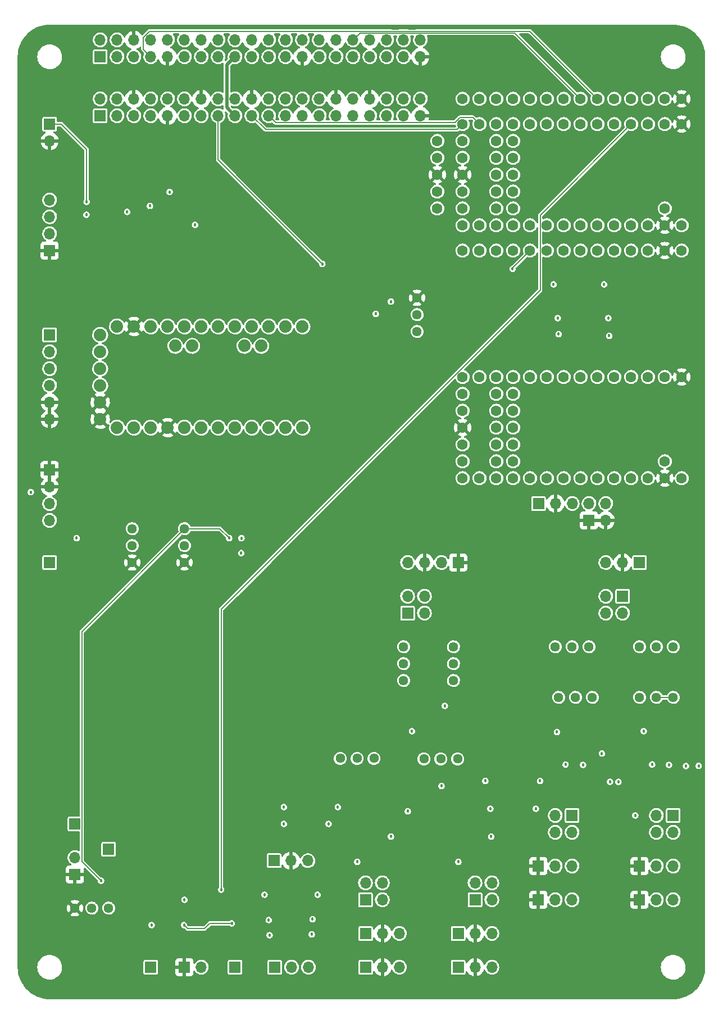
<source format=gbr>
%TF.GenerationSoftware,KiCad,Pcbnew,(6.0.4)*%
%TF.CreationDate,2022-04-16T00:48:39-07:00*%
%TF.ProjectId,main_board,6d61696e-5f62-46f6-9172-642e6b696361,rev?*%
%TF.SameCoordinates,PX48ab840PYb340ac0*%
%TF.FileFunction,Copper,L4,Bot*%
%TF.FilePolarity,Positive*%
%FSLAX46Y46*%
G04 Gerber Fmt 4.6, Leading zero omitted, Abs format (unit mm)*
G04 Created by KiCad (PCBNEW (6.0.4)) date 2022-04-16 00:48:39*
%MOMM*%
%LPD*%
G01*
G04 APERTURE LIST*
%TA.AperFunction,ComponentPad*%
%ADD10C,1.440000*%
%TD*%
%TA.AperFunction,ComponentPad*%
%ADD11R,1.700000X1.700000*%
%TD*%
%TA.AperFunction,ComponentPad*%
%ADD12O,1.700000X1.700000*%
%TD*%
%TA.AperFunction,ComponentPad*%
%ADD13C,1.879600*%
%TD*%
%TA.AperFunction,ComponentPad*%
%ADD14C,1.600000*%
%TD*%
%TA.AperFunction,ViaPad*%
%ADD15C,0.457200*%
%TD*%
%TA.AperFunction,Conductor*%
%ADD16C,0.127000*%
%TD*%
%TA.AperFunction,Conductor*%
%ADD17C,0.508000*%
%TD*%
G04 APERTURE END LIST*
D10*
%TO.P,InputB_Gain1,1,1*%
%TO.N,Net-(InputB_Gain1-Pad1)*%
X60858400Y43180000D03*
%TO.P,InputB_Gain1,2,2*%
%TO.N,Net-(InputB_Gain1-Pad2)*%
X60858400Y45720000D03*
%TO.P,InputB_Gain1,3,3*%
X60858400Y48260000D03*
%TD*%
%TO.P,GalvoB_Gain1,1,1*%
%TO.N,Net-(GalvoB_Gain1-Pad1)*%
X76698000Y40640000D03*
%TO.P,GalvoB_Gain1,2,2*%
%TO.N,Net-(GalvoB_Gain1-Pad2)*%
X79238000Y40640000D03*
%TO.P,GalvoB_Gain1,3,3*%
X81778000Y40640000D03*
%TD*%
D11*
%TO.P,J3,1,Pin_1*%
%TO.N,+3V3*%
X7620000Y128265000D03*
D12*
%TO.P,J3,2,Pin_2*%
%TO.N,+5V*%
X7620000Y130805000D03*
%TO.P,J3,3,Pin_3*%
%TO.N,Net-(J11-Pad4)*%
X10160000Y128265000D03*
%TO.P,J3,4,Pin_4*%
%TO.N,+5V*%
X10160000Y130805000D03*
%TO.P,J3,5,Pin_5*%
%TO.N,Net-(J11-Pad3)*%
X12700000Y128265000D03*
%TO.P,J3,6,Pin_6*%
%TO.N,GND*%
X12700000Y130805000D03*
%TO.P,J3,7,Pin_7*%
%TO.N,Net-(J27-Pad7)*%
X15240000Y128265000D03*
%TO.P,J3,8,Pin_8*%
%TO.N,Net-(J27-Pad8)*%
X15240000Y130805000D03*
%TO.P,J3,9,Pin_9*%
%TO.N,GND*%
X17780000Y128265000D03*
%TO.P,J3,10,Pin_10*%
%TO.N,Net-(J27-Pad10)*%
X17780000Y130805000D03*
%TO.P,J3,11,Pin_11*%
%TO.N,Net-(J27-Pad11)*%
X20320000Y128265000D03*
%TO.P,J3,12,Pin_12*%
%TO.N,Net-(J27-Pad12)*%
X20320000Y130805000D03*
%TO.P,J3,13,Pin_13*%
%TO.N,Net-(J27-Pad13)*%
X22860000Y128265000D03*
%TO.P,J3,14,Pin_14*%
%TO.N,GND*%
X22860000Y130805000D03*
%TO.P,J3,15,Pin_15*%
%TO.N,Net-(J27-Pad15)*%
X25400000Y128265000D03*
%TO.P,J3,16,Pin_16*%
%TO.N,Net-(J27-Pad16)*%
X25400000Y130805000D03*
%TO.P,J3,17,Pin_17*%
%TO.N,+3V3*%
X27940000Y128265000D03*
%TO.P,J3,18,Pin_18*%
%TO.N,Net-(J27-Pad18)*%
X27940000Y130805000D03*
%TO.P,J3,19,Pin_19*%
%TO.N,Net-(J27-Pad19)*%
X30480000Y128265000D03*
%TO.P,J3,20,Pin_20*%
%TO.N,GND*%
X30480000Y130805000D03*
%TO.P,J3,21,Pin_21*%
%TO.N,Net-(J27-Pad21)*%
X33020000Y128265000D03*
%TO.P,J3,22,Pin_22*%
%TO.N,Net-(J27-Pad22)*%
X33020000Y130805000D03*
%TO.P,J3,23,Pin_23*%
%TO.N,Net-(J27-Pad23)*%
X35560000Y128265000D03*
%TO.P,J3,24,Pin_24*%
%TO.N,Net-(J27-Pad24)*%
X35560000Y130805000D03*
%TO.P,J3,25,Pin_25*%
%TO.N,GND*%
X38100000Y128265000D03*
%TO.P,J3,26,Pin_26*%
%TO.N,Net-(J27-Pad26)*%
X38100000Y130805000D03*
%TO.P,J3,27,Pin_27*%
%TO.N,Net-(J27-Pad27)*%
X40640000Y128265000D03*
%TO.P,J3,28,Pin_28*%
%TO.N,Net-(J27-Pad28)*%
X40640000Y130805000D03*
%TO.P,J3,29,Pin_29*%
%TO.N,/Prog_Reset*%
X43180000Y128265000D03*
%TO.P,J3,30,Pin_30*%
%TO.N,GND*%
X43180000Y130805000D03*
%TO.P,J3,31,Pin_31*%
%TO.N,/Veapons Hot*%
X45720000Y128265000D03*
%TO.P,J3,32,Pin_32*%
%TO.N,Net-(J27-Pad32)*%
X45720000Y130805000D03*
%TO.P,J3,33,Pin_33*%
%TO.N,Net-(J27-Pad33)*%
X48260000Y128265000D03*
%TO.P,J3,34,Pin_34*%
%TO.N,GND*%
X48260000Y130805000D03*
%TO.P,J3,35,Pin_35*%
%TO.N,Net-(J27-Pad35)*%
X50800000Y128265000D03*
%TO.P,J3,36,Pin_36*%
%TO.N,Net-(J27-Pad36)*%
X50800000Y130805000D03*
%TO.P,J3,37,Pin_37*%
%TO.N,Net-(J27-Pad37)*%
X53340000Y128265000D03*
%TO.P,J3,38,Pin_38*%
%TO.N,Net-(J27-Pad38)*%
X53340000Y130805000D03*
%TO.P,J3,39,Pin_39*%
%TO.N,GND*%
X55880000Y128265000D03*
%TO.P,J3,40,Pin_40*%
%TO.N,Net-(J27-Pad40)*%
X55880000Y130805000D03*
%TD*%
D11*
%TO.P,TP2,1,1*%
%TO.N,LED_trigger*%
X8890000Y17780000D03*
%TD*%
%TO.P,J20,1,Pin_1*%
%TO.N,Net-(J20-Pad1)*%
X88900000Y60960000D03*
D12*
%TO.P,J20,2,Pin_2*%
%TO.N,GND*%
X86360000Y60960000D03*
%TO.P,J20,3,Pin_3*%
%TO.N,Net-(J20-Pad3)*%
X83820000Y60960000D03*
%TD*%
D11*
%TO.P,J21,1,Pin_1*%
%TO.N,Net-(J20-Pad1)*%
X86360000Y55880000D03*
D12*
%TO.P,J21,2,Pin_2*%
%TO.N,Net-(J21-Pad2)*%
X86360000Y53340000D03*
%TO.P,J21,3,Pin_3*%
%TO.N,Net-(J20-Pad3)*%
X83820000Y55880000D03*
%TO.P,J21,4,Pin_4*%
%TO.N,Net-(J21-Pad4)*%
X83820000Y53340000D03*
%TD*%
D10*
%TO.P,GalvoA_Offset1,1,1*%
%TO.N,+15V*%
X88900000Y48260000D03*
%TO.P,GalvoA_Offset1,2,2*%
%TO.N,Net-(GalvoA_Offset1-Pad2)*%
X91440000Y48260000D03*
%TO.P,GalvoA_Offset1,3,3*%
%TO.N,-15V*%
X93980000Y48260000D03*
%TD*%
D11*
%TO.P,J7,1,Pin_1*%
%TO.N,GND*%
X3810000Y13970000D03*
D12*
%TO.P,J7,2,Pin_2*%
%TO.N,Net-(J7-Pad2)*%
X3810000Y16510000D03*
%TD*%
D11*
%TO.P,J23,1,Pin_1*%
%TO.N,Net-(J23-Pad1)*%
X78740000Y22860000D03*
D12*
%TO.P,J23,2,Pin_2*%
%TO.N,Net-(J10-Pad3)*%
X78740000Y20320000D03*
%TO.P,J23,3,Pin_3*%
%TO.N,Net-(J23-Pad3)*%
X76200000Y22860000D03*
%TO.P,J23,4,Pin_4*%
%TO.N,Net-(J10-Pad2)*%
X76200000Y20320000D03*
%TD*%
D11*
%TO.P,J22,1,Pin_1*%
%TO.N,-15V*%
X33835000Y16040000D03*
D12*
%TO.P,J22,2,Pin_2*%
%TO.N,GND*%
X36375000Y16040000D03*
%TO.P,J22,3,Pin_3*%
%TO.N,+15V*%
X38915000Y16040000D03*
%TD*%
D11*
%TO.P,J24,1,Pin_1*%
%TO.N,Net-(J24-Pad1)*%
X93980000Y22860000D03*
D12*
%TO.P,J24,2,Pin_2*%
%TO.N,Net-(J24-Pad2)*%
X93980000Y20320000D03*
%TO.P,J24,3,Pin_3*%
%TO.N,Net-(J24-Pad3)*%
X91440000Y22860000D03*
%TO.P,J24,4,Pin_4*%
%TO.N,Net-(J24-Pad4)*%
X91440000Y20320000D03*
%TD*%
D10*
%TO.P,Cam_Input1,1,1*%
%TO.N,+5V*%
X20320000Y66050000D03*
%TO.P,Cam_Input1,2,2*%
%TO.N,Net-(Cam_Input1-Pad2)*%
X20320000Y63510000D03*
%TO.P,Cam_Input1,3,3*%
%TO.N,GND*%
X20320000Y60970000D03*
%TD*%
%TO.P,Cam_Output1,1,1*%
%TO.N,+3V3*%
X12446000Y66040000D03*
%TO.P,Cam_Output1,2,2*%
%TO.N,Net-(Cam_Output1-Pad2)*%
X12446000Y63500000D03*
%TO.P,Cam_Output1,3,3*%
%TO.N,GND*%
X12446000Y60960000D03*
%TD*%
%TO.P,InputA_Gain1,1,1*%
%TO.N,Net-(InputA_Gain1-Pad1)*%
X53340000Y43180000D03*
%TO.P,InputA_Gain1,2,2*%
%TO.N,Net-(InputA_Gain1-Pad2)*%
X53340000Y45720000D03*
%TO.P,InputA_Gain1,3,3*%
X53340000Y48260000D03*
%TD*%
D11*
%TO.P,J27,1,Pin_1*%
%TO.N,+3V3*%
X7620000Y137160000D03*
D12*
%TO.P,J27,2,Pin_2*%
%TO.N,+5V*%
X7620000Y139700000D03*
%TO.P,J27,3,Pin_3*%
%TO.N,Net-(J11-Pad4)*%
X10160000Y137160000D03*
%TO.P,J27,4,Pin_4*%
%TO.N,+5V*%
X10160000Y139700000D03*
%TO.P,J27,5,Pin_5*%
%TO.N,Net-(J11-Pad3)*%
X12700000Y137160000D03*
%TO.P,J27,6,Pin_6*%
%TO.N,GND*%
X12700000Y139700000D03*
%TO.P,J27,7,Pin_7*%
%TO.N,Net-(J27-Pad7)*%
X15240000Y137160000D03*
%TO.P,J27,8,Pin_8*%
%TO.N,Net-(J27-Pad8)*%
X15240000Y139700000D03*
%TO.P,J27,9,Pin_9*%
%TO.N,GND*%
X17780000Y137160000D03*
%TO.P,J27,10,Pin_10*%
%TO.N,Net-(J27-Pad10)*%
X17780000Y139700000D03*
%TO.P,J27,11,Pin_11*%
%TO.N,Net-(J27-Pad11)*%
X20320000Y137160000D03*
%TO.P,J27,12,Pin_12*%
%TO.N,Net-(J27-Pad12)*%
X20320000Y139700000D03*
%TO.P,J27,13,Pin_13*%
%TO.N,Net-(J27-Pad13)*%
X22860000Y137160000D03*
%TO.P,J27,14,Pin_14*%
%TO.N,GND*%
X22860000Y139700000D03*
%TO.P,J27,15,Pin_15*%
%TO.N,Net-(J27-Pad15)*%
X25400000Y137160000D03*
%TO.P,J27,16,Pin_16*%
%TO.N,Net-(J27-Pad16)*%
X25400000Y139700000D03*
%TO.P,J27,17,Pin_17*%
%TO.N,+3V3*%
X27940000Y137160000D03*
%TO.P,J27,18,Pin_18*%
%TO.N,Net-(J27-Pad18)*%
X27940000Y139700000D03*
%TO.P,J27,19,Pin_19*%
%TO.N,Net-(J27-Pad19)*%
X30480000Y137160000D03*
%TO.P,J27,20,Pin_20*%
%TO.N,GND*%
X30480000Y139700000D03*
%TO.P,J27,21,Pin_21*%
%TO.N,Net-(J27-Pad21)*%
X33020000Y137160000D03*
%TO.P,J27,22,Pin_22*%
%TO.N,Net-(J27-Pad22)*%
X33020000Y139700000D03*
%TO.P,J27,23,Pin_23*%
%TO.N,Net-(J27-Pad23)*%
X35560000Y137160000D03*
%TO.P,J27,24,Pin_24*%
%TO.N,Net-(J27-Pad24)*%
X35560000Y139700000D03*
%TO.P,J27,25,Pin_25*%
%TO.N,GND*%
X38100000Y137160000D03*
%TO.P,J27,26,Pin_26*%
%TO.N,Net-(J27-Pad26)*%
X38100000Y139700000D03*
%TO.P,J27,27,Pin_27*%
%TO.N,Net-(J27-Pad27)*%
X40640000Y137160000D03*
%TO.P,J27,28,Pin_28*%
%TO.N,Net-(J27-Pad28)*%
X40640000Y139700000D03*
%TO.P,J27,29,Pin_29*%
%TO.N,/Prog_Reset*%
X43180000Y137160000D03*
%TO.P,J27,30,Pin_30*%
%TO.N,GND*%
X43180000Y139700000D03*
%TO.P,J27,31,Pin_31*%
%TO.N,/Veapons Hot*%
X45720000Y137160000D03*
%TO.P,J27,32,Pin_32*%
%TO.N,Net-(J27-Pad32)*%
X45720000Y139700000D03*
%TO.P,J27,33,Pin_33*%
%TO.N,Net-(J27-Pad33)*%
X48260000Y137160000D03*
%TO.P,J27,34,Pin_34*%
%TO.N,GND*%
X48260000Y139700000D03*
%TO.P,J27,35,Pin_35*%
%TO.N,Net-(J27-Pad35)*%
X50800000Y137160000D03*
%TO.P,J27,36,Pin_36*%
%TO.N,Net-(J27-Pad36)*%
X50800000Y139700000D03*
%TO.P,J27,37,Pin_37*%
%TO.N,Net-(J27-Pad37)*%
X53340000Y137160000D03*
%TO.P,J27,38,Pin_38*%
%TO.N,Net-(J27-Pad38)*%
X53340000Y139700000D03*
%TO.P,J27,39,Pin_39*%
%TO.N,GND*%
X55880000Y137160000D03*
%TO.P,J27,40,Pin_40*%
%TO.N,Net-(J27-Pad40)*%
X55880000Y139700000D03*
%TD*%
D11*
%TO.P,TP5,1,1*%
%TO.N,Net-(J12-Pad2)*%
X27940000Y0D03*
%TD*%
%TO.P,J14,1,Pin_1*%
%TO.N,Net-(J14-Pad1)*%
X47615000Y5080000D03*
D12*
%TO.P,J14,2,Pin_2*%
%TO.N,GND*%
X50155000Y5080000D03*
%TO.P,J14,3,Pin_3*%
%TO.N,Net-(J14-Pad3)*%
X52695000Y5080000D03*
%TD*%
D10*
%TO.P,GalvoB_Offset1,1,1*%
%TO.N,+15V*%
X76200000Y48260000D03*
%TO.P,GalvoB_Offset1,2,2*%
%TO.N,Net-(GalvoB_Offset1-Pad2)*%
X78740000Y48260000D03*
%TO.P,GalvoB_Offset1,3,3*%
%TO.N,-15V*%
X81280000Y48260000D03*
%TD*%
D11*
%TO.P,J19,1,Pin_1*%
%TO.N,GND*%
X61570000Y60960000D03*
D12*
%TO.P,J19,2,Pin_2*%
%TO.N,Net-(J18-Pad4)*%
X59030000Y60960000D03*
%TO.P,J19,3,Pin_3*%
%TO.N,GND*%
X56490000Y60960000D03*
%TO.P,J19,4,Pin_4*%
%TO.N,Net-(J18-Pad2)*%
X53950000Y60960000D03*
%TD*%
D11*
%TO.P,J8,1,Pin_1*%
%TO.N,Net-(FB3-Pad2)*%
X33909000Y0D03*
D12*
%TO.P,J8,2,Pin_2*%
%TO.N,Net-(FB2-Pad1)*%
X36449000Y0D03*
%TO.P,J8,3,Pin_3*%
%TO.N,Net-(FB1-Pad2)*%
X38989000Y0D03*
%TD*%
D11*
%TO.P,J26,1,Pin_1*%
%TO.N,GND*%
X73660000Y10160000D03*
D12*
%TO.P,J26,2,Pin_2*%
%TO.N,Net-(J10-Pad2)*%
X76200000Y10160000D03*
%TO.P,J26,3,Pin_3*%
%TO.N,Net-(J10-Pad3)*%
X78740000Y10160000D03*
%TD*%
D13*
%TO.P,U16,JP1_1,DTR*%
%TO.N,Net-(J28-Pad1)*%
X7620000Y95250000D03*
%TO.P,U16,JP1_2,TXO*%
%TO.N,Net-(J28-Pad2)*%
X7620000Y92710000D03*
%TO.P,U16,JP1_3,RXI*%
%TO.N,Net-(J28-Pad3)*%
X7620000Y90170000D03*
%TO.P,U16,JP1_4,VCC*%
%TO.N,+3V3*%
X7620000Y87630000D03*
%TO.P,U16,JP1_5,GND*%
%TO.N,GND*%
X7620000Y85090000D03*
%TO.P,U16,JP1_6,GND*%
X7620000Y82550000D03*
%TO.P,U16,JP2_1,A4*%
%TO.N,unconnected-(U16-PadJP2_1)*%
X21463000Y93599000D03*
%TO.P,U16,JP2_2,A5*%
%TO.N,unconnected-(U16-PadJP2_2)*%
X18923000Y93599000D03*
%TO.P,U16,JP3_1,A6*%
%TO.N,unconnected-(U16-PadJP3_1)*%
X31877000Y93599000D03*
%TO.P,U16,JP3_2,A7*%
%TO.N,unconnected-(U16-PadJP3_2)*%
X29337000Y93599000D03*
%TO.P,U16,JP6_1,RAW*%
%TO.N,unconnected-(U16-PadJP6_1)*%
X10160000Y96520000D03*
%TO.P,U16,JP6_2,GND_1*%
%TO.N,GND*%
X12700000Y96520000D03*
%TO.P,U16,JP6_3,RST_1*%
%TO.N,unconnected-(U16-PadJP6_3)*%
X15240000Y96520000D03*
%TO.P,U16,JP6_4,VCC_1*%
%TO.N,+3V3*%
X17780000Y96520000D03*
%TO.P,U16,JP6_5,A3*%
%TO.N,unconnected-(U16-PadJP6_5)*%
X20320000Y96520000D03*
%TO.P,U16,JP6_6,A2*%
%TO.N,unconnected-(U16-PadJP6_6)*%
X22860000Y96520000D03*
%TO.P,U16,JP6_7,A1*%
%TO.N,unconnected-(U16-PadJP6_7)*%
X25400000Y96520000D03*
%TO.P,U16,JP6_8,A0*%
%TO.N,unconnected-(U16-PadJP6_8)*%
X27940000Y96520000D03*
%TO.P,U16,JP6_9,SCK*%
%TO.N,unconnected-(U16-PadJP6_9)*%
X30480000Y96520000D03*
%TO.P,U16,JP6_10,MISO*%
%TO.N,unconnected-(U16-PadJP6_10)*%
X33020000Y96520000D03*
%TO.P,U16,JP6_11,MOSI*%
%TO.N,unconnected-(U16-PadJP6_11)*%
X35560000Y96520000D03*
%TO.P,U16,JP6_12,D10*%
%TO.N,unconnected-(U16-PadJP6_12)*%
X38100000Y96520000D03*
%TO.P,U16,JP7_1,D9*%
%TO.N,unconnected-(U16-PadJP7_1)*%
X38100000Y81280000D03*
%TO.P,U16,JP7_2,D8*%
%TO.N,unconnected-(U16-PadJP7_2)*%
X35560000Y81280000D03*
%TO.P,U16,JP7_3,D7*%
%TO.N,unconnected-(U16-PadJP7_3)*%
X33020000Y81280000D03*
%TO.P,U16,JP7_4,D6*%
%TO.N,unconnected-(U16-PadJP7_4)*%
X30480000Y81280000D03*
%TO.P,U16,JP7_5,D5*%
%TO.N,/Clear_Fault*%
X27940000Y81280000D03*
%TO.P,U16,JP7_6,D4*%
%TO.N,/LAZOR!!!*%
X25400000Y81280000D03*
%TO.P,U16,JP7_7,D3*%
%TO.N,/Fault*%
X22860000Y81280000D03*
%TO.P,U16,JP7_8,D2*%
%TO.N,/LAZOR?*%
X20320000Y81280000D03*
%TO.P,U16,JP7_9,GND_2*%
%TO.N,GND*%
X17780000Y81280000D03*
%TO.P,U16,JP7_10,RST_2*%
%TO.N,unconnected-(U16-PadJP7_10)*%
X15240000Y81280000D03*
%TO.P,U16,JP7_11,RXI_2*%
%TO.N,unconnected-(U16-PadJP7_11)*%
X12700000Y81280000D03*
%TO.P,U16,JP7_12,TXO_2*%
%TO.N,unconnected-(U16-PadJP7_12)*%
X10160000Y81280000D03*
%TD*%
D11*
%TO.P,J12,1,Pin_1*%
%TO.N,GND*%
X20320000Y0D03*
D12*
%TO.P,J12,2,Pin_2*%
%TO.N,Net-(J12-Pad2)*%
X22860000Y0D03*
%TD*%
D11*
%TO.P,J5,1,Pin_1*%
%TO.N,GND*%
X81280000Y67310000D03*
D12*
%TO.P,J5,2,Pin_2*%
%TO.N,Net-(J18-Pad4)*%
X81280000Y69850000D03*
%TO.P,J5,3,Pin_3*%
%TO.N,GND*%
X83820000Y67310000D03*
%TO.P,J5,4,Pin_4*%
%TO.N,Net-(J18-Pad2)*%
X83820000Y69850000D03*
%TD*%
D11*
%TO.P,J18,1,Pin_1*%
%TO.N,Net-(J18-Pad1)*%
X53950006Y53340000D03*
D12*
%TO.P,J18,2,Pin_2*%
%TO.N,Net-(J18-Pad2)*%
X53950006Y55880000D03*
%TO.P,J18,3,Pin_3*%
%TO.N,Net-(J18-Pad3)*%
X56490006Y53340000D03*
%TO.P,J18,4,Pin_4*%
%TO.N,Net-(J18-Pad4)*%
X56490006Y55880000D03*
%TD*%
D11*
%TO.P,J25,1,Pin_1*%
%TO.N,GND*%
X88900000Y15240000D03*
D12*
%TO.P,J25,2,Pin_2*%
%TO.N,Net-(J24-Pad4)*%
X91440000Y15240000D03*
%TO.P,J25,3,Pin_3*%
%TO.N,Net-(J24-Pad2)*%
X93980000Y15240000D03*
%TD*%
D11*
%TO.P,J6,1,Pin_1*%
%TO.N,Net-(J20-Pad1)*%
X73675000Y69850000D03*
D12*
%TO.P,J6,2,Pin_2*%
%TO.N,GND*%
X76215000Y69850000D03*
%TO.P,J6,3,Pin_3*%
%TO.N,Net-(J20-Pad3)*%
X78755000Y69850000D03*
%TD*%
D11*
%TO.P,J15,1,Pin_1*%
%TO.N,Net-(J1-Pad1)*%
X61570000Y5080000D03*
D12*
%TO.P,J15,2,Pin_2*%
%TO.N,GND*%
X64110000Y5080000D03*
%TO.P,J15,3,Pin_3*%
%TO.N,Net-(J1-Pad3)*%
X66650000Y5080000D03*
%TD*%
D10*
%TO.P,InputB_offset1,1,1*%
%TO.N,+15V*%
X61478000Y31369000D03*
%TO.P,InputB_offset1,2,2*%
%TO.N,Net-(InputB_offset1-Pad2)*%
X58938000Y31369000D03*
%TO.P,InputB_offset1,3,3*%
%TO.N,-15V*%
X56398000Y31369000D03*
%TD*%
D11*
%TO.P,J16,1,Pin_1*%
%TO.N,Net-(J14-Pad1)*%
X47600006Y10154996D03*
D12*
%TO.P,J16,2,Pin_2*%
%TO.N,Net-(J16-Pad2)*%
X47600006Y12694996D03*
%TO.P,J16,3,Pin_3*%
%TO.N,Net-(J14-Pad3)*%
X50140006Y10154996D03*
%TO.P,J16,4,Pin_4*%
%TO.N,Net-(J16-Pad4)*%
X50140006Y12694996D03*
%TD*%
D11*
%TO.P,J13,1,Pin_1*%
%TO.N,Net-(J13-Pad1)*%
X0Y127000000D03*
D12*
%TO.P,J13,2,Pin_2*%
%TO.N,GND*%
X0Y124460000D03*
%TD*%
D11*
%TO.P,J28,1,Pin_1*%
%TO.N,Net-(J28-Pad1)*%
X0Y95250000D03*
D12*
%TO.P,J28,2,Pin_2*%
%TO.N,Net-(J28-Pad2)*%
X0Y92710000D03*
%TO.P,J28,3,Pin_3*%
%TO.N,Net-(J28-Pad3)*%
X0Y90170000D03*
%TO.P,J28,4,Pin_4*%
%TO.N,+3V3*%
X0Y87630000D03*
%TO.P,J28,5,Pin_5*%
%TO.N,GND*%
X0Y85090000D03*
%TO.P,J28,6,Pin_6*%
X0Y82550000D03*
%TD*%
D10*
%TO.P,Prog1,1,1*%
%TO.N,+5V*%
X55372000Y95758000D03*
%TO.P,Prog1,2,2*%
%TO.N,Net-(Prog1-Pad2)*%
X55372000Y98298000D03*
%TO.P,Prog1,3,3*%
%TO.N,GND*%
X55372000Y100838000D03*
%TD*%
D11*
%TO.P,J11,1,Pin_1*%
%TO.N,GND*%
X0Y107960000D03*
D12*
%TO.P,J11,2,Pin_2*%
%TO.N,+3V3*%
X0Y110500000D03*
%TO.P,J11,3,Pin_3*%
%TO.N,Net-(J11-Pad3)*%
X0Y113040000D03*
%TO.P,J11,4,Pin_4*%
%TO.N,Net-(J11-Pad4)*%
X0Y115580000D03*
%TD*%
D11*
%TO.P,TP1,1,1*%
%TO.N,/Cam_In*%
X0Y60960000D03*
%TD*%
%TO.P,TP3,1,1*%
%TO.N,Net-(J7-Pad2)*%
X3810000Y21590000D03*
%TD*%
D14*
%TO.P,U11,1,GND*%
%TO.N,GND*%
X95250000Y88900000D03*
%TO.P,U11,2,0_RX1_CRX2_CS1*%
%TO.N,unconnected-(U11-Pad2)*%
X92710000Y88900000D03*
%TO.P,U11,3,1_TX1_CTX2_MISO1*%
%TO.N,unconnected-(U11-Pad3)*%
X90170000Y88900000D03*
%TO.P,U11,4,2_OUT2*%
%TO.N,unconnected-(U11-Pad4)*%
X87630000Y88900000D03*
%TO.P,U11,5,3_LRCLK2*%
%TO.N,unconnected-(U11-Pad5)*%
X85090000Y88900000D03*
%TO.P,U11,6,4_BCLK2*%
%TO.N,unconnected-(U11-Pad6)*%
X82550000Y88900000D03*
%TO.P,U11,7,5_IN2*%
%TO.N,unconnected-(U11-Pad7)*%
X80010000Y88900000D03*
%TO.P,U11,8,6_OUT1D*%
%TO.N,unconnected-(U11-Pad8)*%
X77470000Y88900000D03*
%TO.P,U11,9,7_RX2_OUT1A*%
%TO.N,unconnected-(U11-Pad9)*%
X74930000Y88900000D03*
%TO.P,U11,10,8_TX2_IN1*%
%TO.N,unconnected-(U11-Pad10)*%
X72390000Y88900000D03*
%TO.P,U11,11,9_OUT1C*%
%TO.N,SGT_TX*%
X69850000Y88900000D03*
%TO.P,U11,12,10_CS_MQSR*%
%TO.N,SGT_RX*%
X67310000Y88900000D03*
%TO.P,U11,13,11_MOSI_CTX1*%
%TO.N,unconnected-(U11-Pad13)*%
X64770000Y88900000D03*
%TO.P,U11,14,12_MISO_MQSL*%
%TO.N,unconnected-(U11-Pad14)*%
X62230000Y88900000D03*
%TO.P,U11,15,VBAT*%
%TO.N,unconnected-(U11-Pad15)*%
X62230000Y86360000D03*
%TO.P,U11,16,3V3*%
%TO.N,unconnected-(U11-Pad16)*%
X62230000Y83820000D03*
%TO.P,U11,17,GND*%
%TO.N,GND*%
X62230000Y81280000D03*
%TO.P,U11,18,PROGRAM*%
%TO.N,unconnected-(U11-Pad18)*%
X62230000Y78740000D03*
%TO.P,U11,19,ON_OFF*%
%TO.N,unconnected-(U11-Pad19)*%
X62230000Y76200000D03*
%TO.P,U11,20,13_SCK_CRX1_LED*%
%TO.N,unconnected-(U11-Pad20)*%
X62230000Y73660000D03*
%TO.P,U11,21,14_A0_TX3_SPDIF_OUT*%
%TO.N,unconnected-(U11-Pad21)*%
X64770000Y73660000D03*
%TO.P,U11,22,15_A1_RX3_SPDIF_IN*%
%TO.N,unconnected-(U11-Pad22)*%
X67310000Y73660000D03*
%TO.P,U11,23,16_A2_RX4_SCL1*%
%TO.N,unconnected-(U11-Pad23)*%
X69850000Y73660000D03*
%TO.P,U11,24,17_A3_TX4_SDA1*%
%TO.N,unconnected-(U11-Pad24)*%
X72390000Y73660000D03*
%TO.P,U11,25,18_A4_SDA0*%
%TO.N,SGT_SDA*%
X74930000Y73660000D03*
%TO.P,U11,26,19_A5_SCL0*%
%TO.N,SGT_SCL*%
X77470000Y73660000D03*
%TO.P,U11,27,20_A6_TX5_LRCLK1*%
%TO.N,SGT_LRCLK*%
X80010000Y73660000D03*
%TO.P,U11,28,21_A7_RX5_BCLK1*%
%TO.N,SGT_BCLK*%
X82550000Y73660000D03*
%TO.P,U11,29,22_A8_CTX1*%
%TO.N,unconnected-(U11-Pad29)*%
X85090000Y73660000D03*
%TO.P,U11,30,23_A9_CRX1_MCLK1*%
%TO.N,SGT_MCLK*%
X87630000Y73660000D03*
%TO.P,U11,31,3V3*%
%TO.N,SGT_3.3*%
X90170000Y73660000D03*
%TO.P,U11,32,GND*%
%TO.N,GND*%
X92710000Y73660000D03*
%TO.P,U11,33,VIN*%
%TO.N,unconnected-(U11-Pad33)*%
X95250000Y73660000D03*
%TO.P,U11,34,VUSB*%
%TO.N,unconnected-(U11-Pad34)*%
X92710000Y76200000D03*
%TO.P,U11,35,24_A10_TX6_SCL2*%
%TO.N,unconnected-(U11-Pad35)*%
X67310000Y76200000D03*
%TO.P,U11,36,25_A11_RX6_SDA2*%
%TO.N,unconnected-(U11-Pad36)*%
X69850000Y76200000D03*
%TO.P,U11,37,26_A12_MOSI1*%
%TO.N,unconnected-(U11-Pad37)*%
X67310000Y78740000D03*
%TO.P,U11,38,27_A13_SCK1*%
%TO.N,unconnected-(U11-Pad38)*%
X69850000Y78740000D03*
%TO.P,U11,39,28_RX7*%
%TO.N,unconnected-(U11-Pad39)*%
X67310000Y81280000D03*
%TO.P,U11,40,29_TX7*%
%TO.N,unconnected-(U11-Pad40)*%
X69850000Y81280000D03*
%TO.P,U11,41,30_CRX3*%
%TO.N,unconnected-(U11-Pad41)*%
X67310000Y83820000D03*
%TO.P,U11,42,31_CTX3*%
%TO.N,unconnected-(U11-Pad42)*%
X69850000Y83820000D03*
%TO.P,U11,43,32_OUT1B*%
%TO.N,unconnected-(U11-Pad43)*%
X67310000Y86360000D03*
%TO.P,U11,44,33_MCLK2*%
%TO.N,unconnected-(U11-Pad44)*%
X69850000Y86360000D03*
%TD*%
D11*
%TO.P,J9,1,Pin_1*%
%TO.N,GND*%
X88900000Y10160000D03*
D12*
%TO.P,J9,2,Pin_2*%
%TO.N,Net-(J24-Pad4)*%
X91440000Y10160000D03*
%TO.P,J9,3,Pin_3*%
%TO.N,Net-(J24-Pad2)*%
X93980000Y10160000D03*
%TD*%
D11*
%TO.P,J17,1,Pin_1*%
%TO.N,Net-(J1-Pad1)*%
X64110006Y10160000D03*
D12*
%TO.P,J17,2,Pin_2*%
%TO.N,Net-(J17-Pad2)*%
X64110006Y12700000D03*
%TO.P,J17,3,Pin_3*%
%TO.N,Net-(J1-Pad3)*%
X66650006Y10160000D03*
%TO.P,J17,4,Pin_4*%
%TO.N,Net-(J17-Pad4)*%
X66650006Y12700000D03*
%TD*%
D10*
%TO.P,LED_Trigger1,1,1*%
%TO.N,+5V*%
X8890000Y8890000D03*
%TO.P,LED_Trigger1,2,2*%
%TO.N,Net-(LED_Trigger1-Pad2)*%
X6350000Y8890000D03*
%TO.P,LED_Trigger1,3,3*%
%TO.N,GND*%
X3810000Y8890000D03*
%TD*%
%TO.P,InputA_offset1,1,1*%
%TO.N,+15V*%
X48879600Y31445200D03*
%TO.P,InputA_offset1,2,2*%
%TO.N,Net-(InputA_offset1-Pad2)*%
X46339600Y31445200D03*
%TO.P,InputA_offset1,3,3*%
%TO.N,-15V*%
X43799600Y31445200D03*
%TD*%
D11*
%TO.P,TP4,1,1*%
%TO.N,Net-(C7-Pad1)*%
X15240000Y0D03*
%TD*%
D14*
%TO.P,U10,1,GND*%
%TO.N,GND*%
X95250000Y130810000D03*
X95250000Y127000000D03*
%TO.P,U10,2,0_RX1_CRX2_CS1*%
%TO.N,unconnected-(U10-Pad2)*%
X92710000Y127000000D03*
X92710000Y130810000D03*
%TO.P,U10,3,1_TX1_CTX2_MISO1*%
%TO.N,unconnected-(U10-Pad3)*%
X90170000Y127000000D03*
X90170000Y130810000D03*
%TO.P,U10,4,2_OUT2*%
%TO.N,PWM_DAC*%
X87630000Y130810000D03*
X87630000Y127000000D03*
%TO.P,U10,5,3_LRCLK2*%
%TO.N,Net-(J27-Pad15)*%
X85090000Y127000000D03*
X85090000Y130810000D03*
%TO.P,U10,6,4_BCLK2*%
%TO.N,Net-(J27-Pad7)*%
X82550000Y130810000D03*
X82550000Y127000000D03*
%TO.P,U10,7,5_IN2*%
%TO.N,Net-(J27-Pad32)*%
X80010000Y130810000D03*
X80010000Y127000000D03*
%TO.P,U10,8,6_OUT1D*%
%TO.N,Net-(J27-Pad33)*%
X77470000Y130810000D03*
X77470000Y127000000D03*
%TO.P,U10,9,7_RX2_OUT1A*%
%TO.N,SGT_TX*%
X74930000Y130810000D03*
X74930000Y127000000D03*
%TO.P,U10,10,8_TX2_IN1*%
%TO.N,SGT_RX*%
X72390000Y130810000D03*
X72390000Y127000000D03*
%TO.P,U10,11,9_OUT1C*%
%TO.N,unconnected-(U10-Pad11)*%
X69850000Y127000000D03*
X69850000Y130810000D03*
%TO.P,U10,12,10_CS_MQSR*%
%TO.N,Net-(J27-Pad24)*%
X67310000Y127000000D03*
X67310000Y130810000D03*
%TO.P,U10,13,11_MOSI_CTX1*%
%TO.N,Net-(J27-Pad21)*%
X64770000Y127000000D03*
X64770000Y130810000D03*
%TO.P,U10,14,12_MISO_MQSL*%
%TO.N,Net-(J27-Pad19)*%
X62230000Y127000000D03*
X62230000Y130810000D03*
%TO.P,U10,15,VBAT*%
%TO.N,unconnected-(U10-Pad15)*%
X58420000Y124460000D03*
X62230000Y124460000D03*
%TO.P,U10,16,3V3*%
%TO.N,unconnected-(U10-Pad16)*%
X58420000Y121920000D03*
X62230000Y121920000D03*
%TO.P,U10,17,GND*%
%TO.N,GND*%
X62230000Y119380000D03*
X58420000Y119380000D03*
%TO.P,U10,18,PROGRAM*%
%TO.N,Net-(Q1-Pad3)*%
X58420000Y116840000D03*
X62230000Y116840000D03*
%TO.P,U10,19,ON_OFF*%
%TO.N,unconnected-(U10-Pad19)*%
X58420000Y114300000D03*
X62230000Y114300000D03*
%TO.P,U10,20,13_SCK_CRX1_LED*%
%TO.N,Net-(J27-Pad23)*%
X62230000Y107950000D03*
X62230000Y111760000D03*
%TO.P,U10,21,14_A0_TX3_SPDIF_OUT*%
%TO.N,unconnected-(U10-Pad21)*%
X64770000Y111760000D03*
X64770000Y107950000D03*
%TO.P,U10,22,15_A1_RX3_SPDIF_IN*%
%TO.N,/LAZOR?*%
X67310000Y111760000D03*
X67310000Y107950000D03*
%TO.P,U10,23,16_A2_RX4_SCL1*%
%TO.N,/Clear_Fault*%
X69850000Y107950000D03*
X69850000Y111760000D03*
%TO.P,U10,24,17_A3_TX4_SDA1*%
%TO.N,/Fault*%
X72390000Y107950000D03*
X72390000Y111760000D03*
%TO.P,U10,25,18_A4_SDA0*%
%TO.N,SGT_SDA*%
X74930000Y107950000D03*
X74930000Y111760000D03*
%TO.P,U10,26,19_A5_SCL0*%
%TO.N,SGT_SCL*%
X77470000Y107950000D03*
X77470000Y111760000D03*
%TO.P,U10,27,20_A6_TX5_LRCLK1*%
%TO.N,SGT_LRCLK*%
X80010000Y111760000D03*
X80010000Y107950000D03*
%TO.P,U10,28,21_A7_RX5_BCLK1*%
%TO.N,SGT_BCLK*%
X82550000Y107950000D03*
X82550000Y111760000D03*
%TO.P,U10,29,22_A8_CTX1*%
%TO.N,unconnected-(U10-Pad29)*%
X85090000Y107950000D03*
X85090000Y111760000D03*
%TO.P,U10,30,23_A9_CRX1_MCLK1*%
%TO.N,SGT_MCLK*%
X87630000Y107950000D03*
X87630000Y111760000D03*
%TO.P,U10,31,3V3*%
%TO.N,SGT_3.3*%
X90170000Y111760000D03*
X90170000Y107950000D03*
%TO.P,U10,32,GND*%
%TO.N,GND*%
X92710000Y111760000D03*
X92710000Y107950000D03*
%TO.P,U10,33,VIN*%
%TO.N,+5V*%
X95250000Y111760000D03*
X95250000Y107950000D03*
%TO.P,U10,34,VUSB*%
%TO.N,unconnected-(U10-Pad34)*%
X92710000Y114300000D03*
%TO.P,U10,35,24_A10_TX6_SCL2*%
%TO.N,unconnected-(U10-Pad35)*%
X67310000Y114300000D03*
%TO.P,U10,36,25_A11_RX6_SDA2*%
%TO.N,unconnected-(U10-Pad36)*%
X69850000Y114300000D03*
%TO.P,U10,37,26_A12_MOSI1*%
%TO.N,unconnected-(U10-Pad37)*%
X67310000Y116840000D03*
%TO.P,U10,38,27_A13_SCK1*%
%TO.N,unconnected-(U10-Pad38)*%
X69850000Y116840000D03*
%TO.P,U10,39,28_RX7*%
%TO.N,unconnected-(U10-Pad39)*%
X67310000Y119380000D03*
%TO.P,U10,40,29_TX7*%
%TO.N,unconnected-(U10-Pad40)*%
X69850000Y119380000D03*
%TO.P,U10,41,30_CRX3*%
%TO.N,unconnected-(U10-Pad41)*%
X67310000Y121920000D03*
%TO.P,U10,42,31_CTX3*%
%TO.N,unconnected-(U10-Pad42)*%
X69850000Y121920000D03*
%TO.P,U10,43,32_OUT1B*%
%TO.N,unconnected-(U10-Pad43)*%
X67310000Y124460000D03*
%TO.P,U10,44,33_MCLK2*%
%TO.N,unconnected-(U10-Pad44)*%
X69850000Y124460000D03*
%TD*%
D10*
%TO.P,GalvoA_Gain1,1,1*%
%TO.N,Net-(GalvoA_Gain1-Pad1)*%
X88890000Y40640000D03*
%TO.P,GalvoA_Gain1,2,2*%
%TO.N,Net-(GalvoA_Gain1-Pad2)*%
X91430000Y40640000D03*
%TO.P,GalvoA_Gain1,3,3*%
X93970000Y40640000D03*
%TD*%
D11*
%TO.P,J4,1,Pin_1*%
%TO.N,GND*%
X0Y74920000D03*
D12*
%TO.P,J4,2,Pin_2*%
X0Y72380000D03*
%TO.P,J4,3,Pin_3*%
%TO.N,LED_trigger*%
X0Y69840000D03*
%TO.P,J4,4,Pin_4*%
%TO.N,/Cam_In*%
X0Y67300000D03*
%TD*%
D11*
%TO.P,J1,1,Pin_1*%
%TO.N,Net-(J1-Pad1)*%
X61570000Y0D03*
D12*
%TO.P,J1,2,Pin_2*%
%TO.N,GND*%
X64110000Y0D03*
%TO.P,J1,3,Pin_3*%
%TO.N,Net-(J1-Pad3)*%
X66650000Y0D03*
%TD*%
D11*
%TO.P,J10,1,Pin_1*%
%TO.N,GND*%
X73660000Y15240000D03*
D12*
%TO.P,J10,2,Pin_2*%
%TO.N,Net-(J10-Pad2)*%
X76200000Y15240000D03*
%TO.P,J10,3,Pin_3*%
%TO.N,Net-(J10-Pad3)*%
X78740000Y15240000D03*
%TD*%
D11*
%TO.P,J2,1,Pin_1*%
%TO.N,Net-(J14-Pad1)*%
X47615000Y0D03*
D12*
%TO.P,J2,2,Pin_2*%
%TO.N,GND*%
X50155000Y0D03*
%TO.P,J2,3,Pin_3*%
%TO.N,Net-(J14-Pad3)*%
X52695000Y0D03*
%TD*%
D15*
%TO.N,GND*%
X45974000Y51816000D03*
X66040000Y51816000D03*
%TO.N,Net-(J13-Pad1)*%
X5562600Y115290600D03*
%TO.N,+3V3*%
X4064000Y64643000D03*
X76708000Y95377000D03*
X76581000Y97790000D03*
X-2844800Y71551800D03*
X18084800Y116763800D03*
X15113000Y114681000D03*
X75946000Y102870000D03*
%TO.N,+15V*%
X88265000Y22860000D03*
X40386000Y10922000D03*
X35306000Y21590000D03*
X39497000Y4953000D03*
X80391000Y30480000D03*
X93345000Y30480000D03*
X66548000Y19685000D03*
X15367000Y6350000D03*
X66421000Y23876000D03*
X59055000Y27305000D03*
X51435000Y19685000D03*
X65659000Y28067000D03*
X35306000Y24130000D03*
X59563000Y39370000D03*
X39624000Y7239000D03*
%TO.N,-15V*%
X46355000Y15875000D03*
X33020000Y7112000D03*
X89535000Y35560000D03*
X42037000Y21590000D03*
X76454000Y35433000D03*
X84455000Y27940000D03*
X61595000Y15875000D03*
X43434000Y24130000D03*
X20320000Y10160000D03*
X32385000Y10922000D03*
X73279000Y23876000D03*
X53975000Y23495000D03*
X54610000Y35560000D03*
X73914000Y28067000D03*
X33147000Y4826000D03*
%TO.N,+5V*%
X49149000Y98425000D03*
X11684000Y113792000D03*
X7752500Y13020000D03*
X27051000Y64643000D03*
X84201000Y97790000D03*
X5537200Y113360200D03*
X84328000Y95123000D03*
X83566000Y102870000D03*
%TO.N,Net-(J27-Pad15)*%
X41097200Y105943400D03*
X28879800Y62382400D03*
%TO.N,PWM_DAC*%
X25845000Y11684000D03*
%TO.N,Net-(C7-Pad1)*%
X27445000Y6604000D03*
X20255000Y6350000D03*
%TO.N,Net-(R24-Pad2)*%
X97815400Y30327600D03*
X90805000Y30545000D03*
%TO.N,Net-(R30-Pad2)*%
X83235800Y32181800D03*
X77749400Y30530800D03*
%TO.N,Net-(R25-Pad2)*%
X95910400Y30302200D03*
X85725000Y27914600D03*
%TO.N,GND*%
X53848000Y104521000D03*
X70866000Y27940000D03*
X5080000Y62357000D03*
X27940000Y72898000D03*
X68199000Y23876000D03*
X47625000Y85725000D03*
X20320000Y72898000D03*
X71628000Y23876000D03*
X74295000Y33782000D03*
X25400000Y72898000D03*
X25755600Y111861600D03*
X25908000Y10033000D03*
X15113000Y114046000D03*
X22860000Y72898000D03*
X27940000Y62357000D03*
X37465000Y10922000D03*
X82550000Y26797000D03*
X38100000Y7239000D03*
X95885000Y34671000D03*
X68707000Y27940000D03*
X22606000Y6604000D03*
X9906000Y13970000D03*
X86995000Y36957000D03*
X78994000Y102870000D03*
X47625000Y92075000D03*
X78232000Y95250000D03*
X36322000Y4826000D03*
X85090000Y36957000D03*
X85852000Y97790000D03*
X84963000Y33909000D03*
X34544000Y7112000D03*
X85852000Y95250000D03*
X51435000Y99314000D03*
X86995000Y33909000D03*
X35306000Y10922000D03*
X24257000Y10033000D03*
X30480000Y72898000D03*
X72517000Y33782000D03*
X86614000Y102997000D03*
X78232000Y97790000D03*
%TO.N,/LAZOR?*%
X21908000Y111823000D03*
%TO.N,/Prog_Reset*%
X51429500Y100264000D03*
%TO.N,/Cam_In*%
X28905200Y64617600D03*
%TO.N,/Fault*%
X69773800Y105206800D03*
%TD*%
D16*
%TO.N,Net-(J13-Pad1)*%
X1752600Y127000000D02*
X0Y127000000D01*
X5562600Y115290600D02*
X5562600Y123190000D01*
X5562600Y123190000D02*
X1752600Y127000000D01*
%TO.N,Net-(GalvoA_Gain1-Pad2)*%
X91430000Y40640000D02*
X93970000Y40640000D01*
D17*
%TO.N,+3V3*%
X26709489Y129495511D02*
X27940000Y128265000D01*
X26709489Y135929489D02*
X26709489Y129495511D01*
X27940000Y137160000D02*
X26709489Y135929489D01*
D16*
%TO.N,Net-(J27-Pad7)*%
X14122400Y140053199D02*
X14122400Y138277600D01*
X52729883Y140919200D02*
X51410117Y140919200D01*
X53665780Y140993521D02*
X52804204Y140993521D01*
X14122400Y138277600D02*
X15240000Y137160000D01*
X72366478Y140993522D02*
X55344204Y140993521D01*
X55269883Y140919200D02*
X53950117Y140919200D01*
X15062723Y140993522D02*
X14122400Y140053199D01*
X82550000Y130810000D02*
X72366478Y140993522D01*
X52804204Y140993521D02*
X52729883Y140919200D01*
X53875795Y140993522D02*
X53665780Y140993521D01*
X51410117Y140919200D02*
X51335795Y140993522D01*
X53950117Y140919200D02*
X53875795Y140993522D01*
X55344204Y140993521D02*
X55269883Y140919200D01*
X51335795Y140993522D02*
X15062723Y140993522D01*
%TO.N,+5V*%
X20320000Y66040000D02*
X4850011Y50570011D01*
X4850011Y50570011D02*
X4850011Y15922489D01*
X27051000Y64643000D02*
X25654000Y66040000D01*
X25654000Y66040000D02*
X20320000Y66040000D01*
X4850011Y15922489D02*
X7752500Y13020000D01*
%TO.N,Net-(J27-Pad15)*%
X25400000Y128265000D02*
X25400000Y121640600D01*
X25400000Y121640600D02*
X41097200Y105943400D01*
%TO.N,Net-(J27-Pad19)*%
X32544999Y126200001D02*
X30480000Y128265000D01*
X61430001Y126200001D02*
X32544999Y126200001D01*
X62230000Y127000000D02*
X61430001Y126200001D01*
%TO.N,Net-(J27-Pad21)*%
X34060011Y127224989D02*
X33020000Y128265000D01*
X61054901Y127224989D02*
X34060011Y127224989D01*
X63779989Y127990011D02*
X61819923Y127990011D01*
X64770000Y127000000D02*
X63779989Y127990011D01*
X61819923Y127990011D02*
X61054901Y127224989D01*
%TO.N,PWM_DAC*%
X25845000Y53915088D02*
X25845000Y11684000D01*
X73939989Y113309989D02*
X73939989Y102010077D01*
X87630000Y127000000D02*
X73939989Y113309989D01*
X73939989Y102010077D02*
X25845000Y53915088D01*
%TO.N,Net-(C7-Pad1)*%
X20763000Y5842000D02*
X20255000Y6350000D01*
X24130000Y6604000D02*
X23368000Y5842000D01*
X27445000Y6604000D02*
X24130000Y6604000D01*
X23368000Y5842000D02*
X20763000Y5842000D01*
%TO.N,Net-(J27-Pad32)*%
X70079989Y140740011D02*
X55449212Y140740011D01*
X51305109Y140665690D02*
X51230788Y140740011D01*
X80010000Y130810000D02*
X70079989Y140740011D01*
X46760011Y140740011D02*
X45720000Y139700000D01*
X53845109Y140665690D02*
X53770788Y140740011D01*
X51230788Y140740011D02*
X46760011Y140740011D01*
X55374891Y140665690D02*
X53845109Y140665690D01*
X52834891Y140665690D02*
X51305109Y140665690D01*
X52909212Y140740011D02*
X52834891Y140665690D01*
X53770788Y140740011D02*
X52909212Y140740011D01*
X55449212Y140740011D02*
X55374891Y140665690D01*
%TO.N,/Fault*%
X69773800Y105206800D02*
X69773800Y105333800D01*
X69773800Y105333800D02*
X72390000Y107950000D01*
%TD*%
%TA.AperFunction,Conductor*%
%TO.N,GND*%
G36*
X93967103Y141983079D02*
G01*
X93980000Y141980514D01*
X93992170Y141982935D01*
X94002599Y141982935D01*
X94015735Y141983940D01*
X94338600Y141969844D01*
X94395075Y141967378D01*
X94406023Y141966420D01*
X94812496Y141912907D01*
X94823301Y141911001D01*
X95223566Y141822264D01*
X95234176Y141819421D01*
X95625175Y141696140D01*
X95635488Y141692387D01*
X96014277Y141535487D01*
X96024221Y141530849D01*
X96326931Y141373269D01*
X96387867Y141341548D01*
X96397385Y141336053D01*
X96485606Y141279850D01*
X96743148Y141115777D01*
X96752152Y141109473D01*
X97077413Y140859892D01*
X97085830Y140852828D01*
X97383557Y140580013D01*
X97388088Y140575861D01*
X97395857Y140568092D01*
X97661646Y140278034D01*
X97672826Y140265833D01*
X97679889Y140257416D01*
X97751847Y140163639D01*
X97929473Y139932152D01*
X97935777Y139923148D01*
X98156052Y139577387D01*
X98161547Y139567868D01*
X98324777Y139254307D01*
X98350845Y139204230D01*
X98355487Y139194277D01*
X98512384Y138815496D01*
X98516140Y138805175D01*
X98596787Y138549395D01*
X98639421Y138414177D01*
X98642264Y138403566D01*
X98731001Y138003301D01*
X98732907Y137992496D01*
X98773195Y137686476D01*
X98786420Y137586024D01*
X98787378Y137575074D01*
X98803940Y137195735D01*
X98802935Y137182599D01*
X98802935Y137172170D01*
X98800514Y137160000D01*
X98802935Y137147830D01*
X98803079Y137147106D01*
X98805500Y137122524D01*
X98805500Y37476D01*
X98803079Y12897D01*
X98800514Y0D01*
X98802935Y-12170D01*
X98802935Y-22599D01*
X98803940Y-35735D01*
X98787378Y-415074D01*
X98786420Y-426023D01*
X98739830Y-779913D01*
X98732908Y-832488D01*
X98731001Y-843301D01*
X98642266Y-1243560D01*
X98639421Y-1254176D01*
X98529581Y-1602548D01*
X98516143Y-1645167D01*
X98512387Y-1655488D01*
X98429954Y-1854500D01*
X98355491Y-2034268D01*
X98350845Y-2044230D01*
X98161548Y-2407867D01*
X98156052Y-2417387D01*
X97935777Y-2763148D01*
X97929473Y-2772152D01*
X97679892Y-3097413D01*
X97672828Y-3105830D01*
X97513856Y-3279319D01*
X97395861Y-3408088D01*
X97388092Y-3415857D01*
X97085833Y-3692826D01*
X97077413Y-3699892D01*
X96752152Y-3949473D01*
X96743148Y-3955777D01*
X96397387Y-4176052D01*
X96387868Y-4181547D01*
X96024221Y-4370849D01*
X96014277Y-4375487D01*
X95635488Y-4532387D01*
X95625175Y-4536140D01*
X95234177Y-4659421D01*
X95223566Y-4662264D01*
X94823301Y-4751001D01*
X94812496Y-4752907D01*
X94406024Y-4806420D01*
X94395075Y-4807378D01*
X94338600Y-4809844D01*
X94015735Y-4823940D01*
X94002599Y-4822935D01*
X93992170Y-4822935D01*
X93980000Y-4820514D01*
X93967103Y-4823079D01*
X93942524Y-4825500D01*
X37476Y-4825500D01*
X12897Y-4823079D01*
X0Y-4820514D01*
X-12170Y-4822935D01*
X-22599Y-4822935D01*
X-35735Y-4823940D01*
X-358600Y-4809844D01*
X-415075Y-4807378D01*
X-426024Y-4806420D01*
X-832496Y-4752907D01*
X-843301Y-4751001D01*
X-1243566Y-4662264D01*
X-1254177Y-4659421D01*
X-1645175Y-4536140D01*
X-1655488Y-4532387D01*
X-2034277Y-4375487D01*
X-2044221Y-4370849D01*
X-2407868Y-4181547D01*
X-2417387Y-4176052D01*
X-2763148Y-3955777D01*
X-2772152Y-3949473D01*
X-3097413Y-3699892D01*
X-3105833Y-3692826D01*
X-3408092Y-3415857D01*
X-3415861Y-3408088D01*
X-3533855Y-3279319D01*
X-3692828Y-3105830D01*
X-3699892Y-3097413D01*
X-3949473Y-2772152D01*
X-3955777Y-2763148D01*
X-4176052Y-2417387D01*
X-4181548Y-2407867D01*
X-4370845Y-2044230D01*
X-4375491Y-2034268D01*
X-4449953Y-1854500D01*
X-4532387Y-1655488D01*
X-4536143Y-1645167D01*
X-4549580Y-1602548D01*
X-4659421Y-1254176D01*
X-4662266Y-1243560D01*
X-4751001Y-843301D01*
X-4752908Y-832488D01*
X-4759829Y-779913D01*
X-4806420Y-426023D01*
X-4807378Y-415074D01*
X-4823658Y-42186D01*
X-1858982Y-42186D01*
X-1833421Y-310100D01*
X-1832336Y-314534D01*
X-1832335Y-314540D01*
X-1805079Y-425925D01*
X-1769453Y-571518D01*
X-1668417Y-820963D01*
X-1600401Y-937126D01*
X-1537945Y-1043792D01*
X-1532431Y-1053210D01*
X-1441060Y-1167464D01*
X-1380204Y-1243560D01*
X-1364342Y-1263395D01*
X-1167673Y-1447113D01*
X-946543Y-1600516D01*
X-705584Y-1720391D01*
X-701250Y-1721812D01*
X-701247Y-1721813D01*
X-454177Y-1802807D01*
X-454171Y-1802808D01*
X-449844Y-1804227D01*
X-445353Y-1805007D01*
X-445352Y-1805007D01*
X-188462Y-1849611D01*
X-188454Y-1849612D01*
X-184681Y-1850267D01*
X-180844Y-1850458D01*
X-101223Y-1854422D01*
X-101215Y-1854422D01*
X-99652Y-1854500D01*
X68374Y-1854500D01*
X70642Y-1854335D01*
X70654Y-1854335D01*
X201457Y-1844844D01*
X268425Y-1839985D01*
X272880Y-1839001D01*
X272883Y-1839001D01*
X526770Y-1782947D01*
X526772Y-1782946D01*
X531226Y-1781963D01*
X782900Y-1686613D01*
X848064Y-1650418D01*
X1014179Y-1558149D01*
X1014180Y-1558148D01*
X1018172Y-1555931D01*
X1164842Y-1443996D01*
X1228491Y-1395421D01*
X1228495Y-1395417D01*
X1232116Y-1392654D01*
X1265993Y-1358000D01*
X1417063Y-1203462D01*
X1420249Y-1200203D01*
X1487571Y-1107712D01*
X1575942Y-986304D01*
X1575947Y-986297D01*
X1578630Y-982610D01*
X1703941Y-744433D01*
X1793557Y-490662D01*
X1820533Y-353796D01*
X1844720Y-231083D01*
X1844721Y-231077D01*
X1845601Y-226611D01*
X1854782Y-42186D01*
X1858755Y37617D01*
X1858755Y37623D01*
X1858982Y42186D01*
X1833421Y310100D01*
X1820750Y361885D01*
X1770539Y567080D01*
X1769453Y571518D01*
X1668417Y820963D01*
X1636738Y875067D01*
X14135500Y875067D01*
X14135501Y-875066D01*
X14150266Y-949301D01*
X14157161Y-959620D01*
X14157162Y-959622D01*
X14197516Y-1020015D01*
X14206516Y-1033484D01*
X14290699Y-1089734D01*
X14364933Y-1104500D01*
X15239858Y-1104500D01*
X16115066Y-1104499D01*
X16150818Y-1097388D01*
X16177126Y-1092156D01*
X16177128Y-1092155D01*
X16189301Y-1089734D01*
X16199621Y-1082839D01*
X16199622Y-1082838D01*
X16263168Y-1040377D01*
X16273484Y-1033484D01*
X16329734Y-949301D01*
X16340601Y-894669D01*
X18962001Y-894669D01*
X18962371Y-901490D01*
X18967895Y-952352D01*
X18971521Y-967604D01*
X19016676Y-1088054D01*
X19025214Y-1103649D01*
X19101715Y-1205724D01*
X19114276Y-1218285D01*
X19216351Y-1294786D01*
X19231946Y-1303324D01*
X19352394Y-1348478D01*
X19367649Y-1352105D01*
X19418514Y-1357631D01*
X19425328Y-1358000D01*
X20047885Y-1358000D01*
X20063124Y-1353525D01*
X20064329Y-1352135D01*
X20066000Y-1344452D01*
X20066000Y-1339884D01*
X20574000Y-1339884D01*
X20578475Y-1355123D01*
X20579865Y-1356328D01*
X20587548Y-1357999D01*
X21214669Y-1357999D01*
X21221490Y-1357629D01*
X21272352Y-1352105D01*
X21287604Y-1348479D01*
X21408054Y-1303324D01*
X21423649Y-1294786D01*
X21525724Y-1218285D01*
X21538285Y-1205724D01*
X21614786Y-1103649D01*
X21623324Y-1088054D01*
X21668478Y-967606D01*
X21672105Y-952351D01*
X21677631Y-901486D01*
X21678000Y-894672D01*
X21678000Y-637976D01*
X21698002Y-569855D01*
X21751658Y-523362D01*
X21821932Y-513258D01*
X21886512Y-542752D01*
X21906895Y-565254D01*
X22016533Y-720389D01*
X22161938Y-862035D01*
X22166742Y-865245D01*
X22220980Y-901486D01*
X22330720Y-974812D01*
X22336023Y-977090D01*
X22336026Y-977092D01*
X22504014Y-1049265D01*
X22517228Y-1054942D01*
X22590244Y-1071464D01*
X22709579Y-1098467D01*
X22709584Y-1098468D01*
X22715216Y-1099742D01*
X22720987Y-1099969D01*
X22720989Y-1099969D01*
X22780756Y-1102317D01*
X22918053Y-1107712D01*
X23025348Y-1092155D01*
X23113231Y-1079413D01*
X23113236Y-1079412D01*
X23118945Y-1078584D01*
X23124409Y-1076729D01*
X23124414Y-1076728D01*
X23305693Y-1015192D01*
X23305698Y-1015190D01*
X23311165Y-1013334D01*
X23373250Y-978565D01*
X23392822Y-967604D01*
X23488276Y-914147D01*
X23503495Y-901490D01*
X23615696Y-808172D01*
X23644345Y-784345D01*
X23709488Y-706020D01*
X23770453Y-632718D01*
X23770455Y-632715D01*
X23774147Y-628276D01*
X23873334Y-451165D01*
X23875190Y-445698D01*
X23875192Y-445693D01*
X23936728Y-264414D01*
X23936729Y-264409D01*
X23938584Y-258945D01*
X23939412Y-253236D01*
X23939413Y-253231D01*
X23967179Y-61727D01*
X23967712Y-58053D01*
X23969232Y0D01*
X23950658Y202141D01*
X23945042Y222055D01*
X23897125Y391954D01*
X23897124Y391956D01*
X23895557Y397513D01*
X23884978Y418967D01*
X23808331Y574391D01*
X23805776Y579572D01*
X23791897Y598159D01*
X23732761Y677351D01*
X23684320Y742221D01*
X23540609Y875067D01*
X26835500Y875067D01*
X26835501Y-875066D01*
X26850266Y-949301D01*
X26857161Y-959620D01*
X26857162Y-959622D01*
X26897516Y-1020015D01*
X26906516Y-1033484D01*
X26990699Y-1089734D01*
X27064933Y-1104500D01*
X27939858Y-1104500D01*
X28815066Y-1104499D01*
X28850818Y-1097388D01*
X28877126Y-1092156D01*
X28877128Y-1092155D01*
X28889301Y-1089734D01*
X28899621Y-1082839D01*
X28899622Y-1082838D01*
X28963168Y-1040377D01*
X28973484Y-1033484D01*
X29029734Y-949301D01*
X29044500Y-875067D01*
X29044499Y875066D01*
X29044499Y875067D01*
X32804500Y875067D01*
X32804501Y-875066D01*
X32819266Y-949301D01*
X32826161Y-959620D01*
X32826162Y-959622D01*
X32866516Y-1020015D01*
X32875516Y-1033484D01*
X32959699Y-1089734D01*
X33033933Y-1104500D01*
X33908858Y-1104500D01*
X34784066Y-1104499D01*
X34819818Y-1097388D01*
X34846126Y-1092156D01*
X34846128Y-1092155D01*
X34858301Y-1089734D01*
X34868621Y-1082839D01*
X34868622Y-1082838D01*
X34932168Y-1040377D01*
X34942484Y-1033484D01*
X34998734Y-949301D01*
X35013500Y-875067D01*
X35013499Y29036D01*
X35340148Y29036D01*
X35353424Y-173522D01*
X35354845Y-179118D01*
X35354846Y-179123D01*
X35386955Y-305548D01*
X35403392Y-370269D01*
X35405809Y-375512D01*
X35443010Y-456208D01*
X35488377Y-554616D01*
X35605533Y-720389D01*
X35750938Y-862035D01*
X35755742Y-865245D01*
X35809980Y-901486D01*
X35919720Y-974812D01*
X35925023Y-977090D01*
X35925026Y-977092D01*
X36093014Y-1049265D01*
X36106228Y-1054942D01*
X36179244Y-1071464D01*
X36298579Y-1098467D01*
X36298584Y-1098468D01*
X36304216Y-1099742D01*
X36309987Y-1099969D01*
X36309989Y-1099969D01*
X36369756Y-1102317D01*
X36507053Y-1107712D01*
X36614348Y-1092155D01*
X36702231Y-1079413D01*
X36702236Y-1079412D01*
X36707945Y-1078584D01*
X36713409Y-1076729D01*
X36713414Y-1076728D01*
X36894693Y-1015192D01*
X36894698Y-1015190D01*
X36900165Y-1013334D01*
X36962250Y-978565D01*
X36981822Y-967604D01*
X37077276Y-914147D01*
X37092495Y-901490D01*
X37204696Y-808172D01*
X37233345Y-784345D01*
X37298488Y-706020D01*
X37359453Y-632718D01*
X37359455Y-632715D01*
X37363147Y-628276D01*
X37462334Y-451165D01*
X37464190Y-445698D01*
X37464192Y-445693D01*
X37525728Y-264414D01*
X37525729Y-264409D01*
X37527584Y-258945D01*
X37528412Y-253236D01*
X37528413Y-253231D01*
X37556179Y-61727D01*
X37556712Y-58053D01*
X37558232Y0D01*
X37555564Y29036D01*
X37880148Y29036D01*
X37893424Y-173522D01*
X37894845Y-179118D01*
X37894846Y-179123D01*
X37926955Y-305548D01*
X37943392Y-370269D01*
X37945809Y-375512D01*
X37983010Y-456208D01*
X38028377Y-554616D01*
X38145533Y-720389D01*
X38290938Y-862035D01*
X38295742Y-865245D01*
X38349980Y-901486D01*
X38459720Y-974812D01*
X38465023Y-977090D01*
X38465026Y-977092D01*
X38633014Y-1049265D01*
X38646228Y-1054942D01*
X38719244Y-1071464D01*
X38838579Y-1098467D01*
X38838584Y-1098468D01*
X38844216Y-1099742D01*
X38849987Y-1099969D01*
X38849989Y-1099969D01*
X38909756Y-1102317D01*
X39047053Y-1107712D01*
X39154348Y-1092155D01*
X39242231Y-1079413D01*
X39242236Y-1079412D01*
X39247945Y-1078584D01*
X39253409Y-1076729D01*
X39253414Y-1076728D01*
X39434693Y-1015192D01*
X39434698Y-1015190D01*
X39440165Y-1013334D01*
X39502250Y-978565D01*
X39521822Y-967604D01*
X39617276Y-914147D01*
X39632495Y-901490D01*
X39744696Y-808172D01*
X39773345Y-784345D01*
X39838488Y-706020D01*
X39899453Y-632718D01*
X39899455Y-632715D01*
X39903147Y-628276D01*
X40002334Y-451165D01*
X40004190Y-445698D01*
X40004192Y-445693D01*
X40065728Y-264414D01*
X40065729Y-264409D01*
X40067584Y-258945D01*
X40068412Y-253236D01*
X40068413Y-253231D01*
X40096179Y-61727D01*
X40096712Y-58053D01*
X40098232Y0D01*
X40079658Y202141D01*
X40074042Y222055D01*
X40026125Y391954D01*
X40026124Y391956D01*
X40024557Y397513D01*
X40013978Y418967D01*
X39937331Y574391D01*
X39934776Y579572D01*
X39920897Y598159D01*
X39861761Y677351D01*
X39813320Y742221D01*
X39669609Y875067D01*
X46510500Y875067D01*
X46510501Y-875066D01*
X46525266Y-949301D01*
X46532161Y-959620D01*
X46532162Y-959622D01*
X46572516Y-1020015D01*
X46581516Y-1033484D01*
X46665699Y-1089734D01*
X46739933Y-1104500D01*
X47614858Y-1104500D01*
X48490066Y-1104499D01*
X48525818Y-1097388D01*
X48552126Y-1092156D01*
X48552128Y-1092155D01*
X48564301Y-1089734D01*
X48574621Y-1082839D01*
X48574622Y-1082838D01*
X48638168Y-1040377D01*
X48648484Y-1033484D01*
X48704734Y-949301D01*
X48719500Y-875067D01*
X48719500Y-703428D01*
X48739502Y-635307D01*
X48793158Y-588814D01*
X48863432Y-578710D01*
X48928012Y-608204D01*
X48952933Y-637593D01*
X49052694Y-800388D01*
X49058777Y-808699D01*
X49198213Y-969667D01*
X49205580Y-976883D01*
X49369434Y-1112916D01*
X49377881Y-1118831D01*
X49561756Y-1226279D01*
X49571042Y-1230729D01*
X49770001Y-1306703D01*
X49779899Y-1309579D01*
X49883250Y-1330606D01*
X49897299Y-1329410D01*
X49901000Y-1319065D01*
X49901000Y-1318517D01*
X50409000Y-1318517D01*
X50413064Y-1332359D01*
X50426478Y-1334393D01*
X50433184Y-1333534D01*
X50443262Y-1331392D01*
X50647255Y-1270191D01*
X50656842Y-1266433D01*
X50848095Y-1172739D01*
X50856945Y-1167464D01*
X51030328Y-1043792D01*
X51038200Y-1037139D01*
X51189052Y-886812D01*
X51195730Y-878965D01*
X51320003Y-706020D01*
X51325313Y-697183D01*
X51419670Y-506267D01*
X51423469Y-496672D01*
X51440066Y-442047D01*
X51479007Y-382683D01*
X51543862Y-353796D01*
X51614038Y-364558D01*
X51667256Y-411551D01*
X51675048Y-425922D01*
X51734377Y-554616D01*
X51851533Y-720389D01*
X51996938Y-862035D01*
X52001742Y-865245D01*
X52055980Y-901486D01*
X52165720Y-974812D01*
X52171023Y-977090D01*
X52171026Y-977092D01*
X52339014Y-1049265D01*
X52352228Y-1054942D01*
X52425244Y-1071464D01*
X52544579Y-1098467D01*
X52544584Y-1098468D01*
X52550216Y-1099742D01*
X52555987Y-1099969D01*
X52555989Y-1099969D01*
X52615756Y-1102317D01*
X52753053Y-1107712D01*
X52860348Y-1092155D01*
X52948231Y-1079413D01*
X52948236Y-1079412D01*
X52953945Y-1078584D01*
X52959409Y-1076729D01*
X52959414Y-1076728D01*
X53140693Y-1015192D01*
X53140698Y-1015190D01*
X53146165Y-1013334D01*
X53208250Y-978565D01*
X53227822Y-967604D01*
X53323276Y-914147D01*
X53338495Y-901490D01*
X53450696Y-808172D01*
X53479345Y-784345D01*
X53544488Y-706020D01*
X53605453Y-632718D01*
X53605455Y-632715D01*
X53609147Y-628276D01*
X53708334Y-451165D01*
X53710190Y-445698D01*
X53710192Y-445693D01*
X53771728Y-264414D01*
X53771729Y-264409D01*
X53773584Y-258945D01*
X53774412Y-253236D01*
X53774413Y-253231D01*
X53802179Y-61727D01*
X53802712Y-58053D01*
X53804232Y0D01*
X53785658Y202141D01*
X53780042Y222055D01*
X53732125Y391954D01*
X53732124Y391956D01*
X53730557Y397513D01*
X53719978Y418967D01*
X53643331Y574391D01*
X53640776Y579572D01*
X53626897Y598159D01*
X53567761Y677351D01*
X53519320Y742221D01*
X53375609Y875067D01*
X60465500Y875067D01*
X60465501Y-875066D01*
X60480266Y-949301D01*
X60487161Y-959620D01*
X60487162Y-959622D01*
X60527516Y-1020015D01*
X60536516Y-1033484D01*
X60620699Y-1089734D01*
X60694933Y-1104500D01*
X61569858Y-1104500D01*
X62445066Y-1104499D01*
X62480818Y-1097388D01*
X62507126Y-1092156D01*
X62507128Y-1092155D01*
X62519301Y-1089734D01*
X62529621Y-1082839D01*
X62529622Y-1082838D01*
X62593168Y-1040377D01*
X62603484Y-1033484D01*
X62659734Y-949301D01*
X62674500Y-875067D01*
X62674500Y-703428D01*
X62694502Y-635307D01*
X62748158Y-588814D01*
X62818432Y-578710D01*
X62883012Y-608204D01*
X62907933Y-637593D01*
X63007694Y-800388D01*
X63013777Y-808699D01*
X63153213Y-969667D01*
X63160580Y-976883D01*
X63324434Y-1112916D01*
X63332881Y-1118831D01*
X63516756Y-1226279D01*
X63526042Y-1230729D01*
X63725001Y-1306703D01*
X63734899Y-1309579D01*
X63838250Y-1330606D01*
X63852299Y-1329410D01*
X63856000Y-1319065D01*
X63856000Y-1318517D01*
X64364000Y-1318517D01*
X64368064Y-1332359D01*
X64381478Y-1334393D01*
X64388184Y-1333534D01*
X64398262Y-1331392D01*
X64602255Y-1270191D01*
X64611842Y-1266433D01*
X64803095Y-1172739D01*
X64811945Y-1167464D01*
X64985328Y-1043792D01*
X64993200Y-1037139D01*
X65144052Y-886812D01*
X65150730Y-878965D01*
X65275003Y-706020D01*
X65280313Y-697183D01*
X65374670Y-506267D01*
X65378469Y-496672D01*
X65395066Y-442047D01*
X65434007Y-382683D01*
X65498862Y-353796D01*
X65569038Y-364558D01*
X65622256Y-411551D01*
X65630048Y-425922D01*
X65689377Y-554616D01*
X65806533Y-720389D01*
X65951938Y-862035D01*
X65956742Y-865245D01*
X66010980Y-901486D01*
X66120720Y-974812D01*
X66126023Y-977090D01*
X66126026Y-977092D01*
X66294014Y-1049265D01*
X66307228Y-1054942D01*
X66380244Y-1071464D01*
X66499579Y-1098467D01*
X66499584Y-1098468D01*
X66505216Y-1099742D01*
X66510987Y-1099969D01*
X66510989Y-1099969D01*
X66570756Y-1102317D01*
X66708053Y-1107712D01*
X66815348Y-1092155D01*
X66903231Y-1079413D01*
X66903236Y-1079412D01*
X66908945Y-1078584D01*
X66914409Y-1076729D01*
X66914414Y-1076728D01*
X67095693Y-1015192D01*
X67095698Y-1015190D01*
X67101165Y-1013334D01*
X67163250Y-978565D01*
X67182822Y-967604D01*
X67278276Y-914147D01*
X67293495Y-901490D01*
X67405696Y-808172D01*
X67434345Y-784345D01*
X67499488Y-706020D01*
X67560453Y-632718D01*
X67560455Y-632715D01*
X67564147Y-628276D01*
X67663334Y-451165D01*
X67665190Y-445698D01*
X67665192Y-445693D01*
X67726728Y-264414D01*
X67726729Y-264409D01*
X67728584Y-258945D01*
X67729412Y-253236D01*
X67729413Y-253231D01*
X67757179Y-61727D01*
X67757712Y-58053D01*
X67758127Y-42186D01*
X92121018Y-42186D01*
X92146579Y-310100D01*
X92147664Y-314534D01*
X92147665Y-314540D01*
X92174921Y-425925D01*
X92210547Y-571518D01*
X92311583Y-820963D01*
X92379599Y-937126D01*
X92442055Y-1043792D01*
X92447569Y-1053210D01*
X92538940Y-1167464D01*
X92599796Y-1243560D01*
X92615658Y-1263395D01*
X92812327Y-1447113D01*
X93033457Y-1600516D01*
X93274416Y-1720391D01*
X93278750Y-1721812D01*
X93278753Y-1721813D01*
X93525823Y-1802807D01*
X93525829Y-1802808D01*
X93530156Y-1804227D01*
X93534647Y-1805007D01*
X93534648Y-1805007D01*
X93791538Y-1849611D01*
X93791546Y-1849612D01*
X93795319Y-1850267D01*
X93799156Y-1850458D01*
X93878777Y-1854422D01*
X93878785Y-1854422D01*
X93880348Y-1854500D01*
X94048374Y-1854500D01*
X94050642Y-1854335D01*
X94050654Y-1854335D01*
X94181457Y-1844844D01*
X94248425Y-1839985D01*
X94252880Y-1839001D01*
X94252883Y-1839001D01*
X94506770Y-1782947D01*
X94506772Y-1782946D01*
X94511226Y-1781963D01*
X94762900Y-1686613D01*
X94828064Y-1650418D01*
X94994179Y-1558149D01*
X94994180Y-1558148D01*
X94998172Y-1555931D01*
X95144842Y-1443996D01*
X95208491Y-1395421D01*
X95208495Y-1395417D01*
X95212116Y-1392654D01*
X95245993Y-1358000D01*
X95397063Y-1203462D01*
X95400249Y-1200203D01*
X95467571Y-1107712D01*
X95555942Y-986304D01*
X95555947Y-986297D01*
X95558630Y-982610D01*
X95683941Y-744433D01*
X95773557Y-490662D01*
X95800533Y-353796D01*
X95824720Y-231083D01*
X95824721Y-231077D01*
X95825601Y-226611D01*
X95834782Y-42186D01*
X95838755Y37617D01*
X95838755Y37623D01*
X95838982Y42186D01*
X95813421Y310100D01*
X95800750Y361885D01*
X95750539Y567080D01*
X95749453Y571518D01*
X95648417Y820963D01*
X95512431Y1053210D01*
X95344342Y1263395D01*
X95147673Y1447113D01*
X94926543Y1600516D01*
X94685584Y1720391D01*
X94681250Y1721812D01*
X94681247Y1721813D01*
X94434177Y1802807D01*
X94434171Y1802808D01*
X94429844Y1804227D01*
X94425352Y1805007D01*
X94168462Y1849611D01*
X94168454Y1849612D01*
X94164681Y1850267D01*
X94154718Y1850763D01*
X94081223Y1854422D01*
X94081215Y1854422D01*
X94079652Y1854500D01*
X93911626Y1854500D01*
X93909358Y1854335D01*
X93909346Y1854335D01*
X93778543Y1844844D01*
X93711575Y1839985D01*
X93707120Y1839001D01*
X93707117Y1839001D01*
X93453230Y1782947D01*
X93453228Y1782946D01*
X93448774Y1781963D01*
X93197100Y1686613D01*
X92961828Y1555931D01*
X92958196Y1553159D01*
X92751509Y1395421D01*
X92751505Y1395417D01*
X92747884Y1392654D01*
X92744699Y1389396D01*
X92744698Y1389395D01*
X92675251Y1318354D01*
X92559751Y1200203D01*
X92557066Y1196514D01*
X92404058Y986304D01*
X92404053Y986297D01*
X92401370Y982610D01*
X92276059Y744433D01*
X92186443Y490662D01*
X92166988Y391954D01*
X92140127Y255671D01*
X92134399Y226611D01*
X92134172Y222058D01*
X92134172Y222055D01*
X92122095Y-20555D01*
X92121018Y-42186D01*
X67758127Y-42186D01*
X67759232Y0D01*
X67740658Y202141D01*
X67735042Y222055D01*
X67687125Y391954D01*
X67687124Y391956D01*
X67685557Y397513D01*
X67674978Y418967D01*
X67598331Y574391D01*
X67595776Y579572D01*
X67581897Y598159D01*
X67522761Y677351D01*
X67474320Y742221D01*
X67325258Y880013D01*
X67320375Y883094D01*
X67320371Y883097D01*
X67158464Y985252D01*
X67153581Y988333D01*
X66965039Y1063554D01*
X66959379Y1064680D01*
X66959375Y1064681D01*
X66771613Y1102029D01*
X66771610Y1102029D01*
X66765946Y1103156D01*
X66760171Y1103232D01*
X66760167Y1103232D01*
X66658793Y1104559D01*
X66562971Y1105813D01*
X66557274Y1104834D01*
X66557273Y1104834D01*
X66469397Y1089734D01*
X66362910Y1071436D01*
X66172463Y1001176D01*
X65998010Y897388D01*
X65993670Y893582D01*
X65993666Y893579D01*
X65915360Y824906D01*
X65845392Y763545D01*
X65719720Y604131D01*
X65717031Y599020D01*
X65717029Y599017D01*
X65627589Y429020D01*
X65578170Y378048D01*
X65509037Y361885D01*
X65442141Y385664D01*
X65402003Y440027D01*
X65399955Y439137D01*
X65312972Y639186D01*
X65308105Y648261D01*
X65192426Y827074D01*
X65186136Y835243D01*
X65042806Y992760D01*
X65035273Y999785D01*
X64868139Y1131778D01*
X64859552Y1137483D01*
X64673117Y1240401D01*
X64663705Y1244631D01*
X64462959Y1315720D01*
X64452988Y1318354D01*
X64381837Y1331028D01*
X64368540Y1329568D01*
X64364000Y1315011D01*
X64364000Y-1318517D01*
X63856000Y-1318517D01*
X63856000Y1316898D01*
X63852082Y1330242D01*
X63837806Y1332229D01*
X63799324Y1326340D01*
X63789288Y1323949D01*
X63586868Y1257788D01*
X63577359Y1253791D01*
X63388463Y1155458D01*
X63379738Y1149964D01*
X63209433Y1022095D01*
X63201726Y1015252D01*
X63054590Y861283D01*
X63048104Y853273D01*
X62928098Y677351D01*
X62923000Y668377D01*
X62914787Y650684D01*
X62867963Y597317D01*
X62799720Y577736D01*
X62731724Y598159D01*
X62685564Y652101D01*
X62674499Y703734D01*
X62674499Y875066D01*
X62659734Y949301D01*
X62637478Y982610D01*
X62610377Y1023168D01*
X62603484Y1033484D01*
X62519301Y1089734D01*
X62445067Y1104500D01*
X61570142Y1104500D01*
X60694934Y1104499D01*
X60659182Y1097388D01*
X60632874Y1092156D01*
X60632872Y1092155D01*
X60620699Y1089734D01*
X60610379Y1082839D01*
X60610378Y1082838D01*
X60571376Y1056777D01*
X60536516Y1033484D01*
X60480266Y949301D01*
X60465500Y875067D01*
X53375609Y875067D01*
X53370258Y880013D01*
X53365375Y883094D01*
X53365371Y883097D01*
X53203464Y985252D01*
X53198581Y988333D01*
X53010039Y1063554D01*
X53004379Y1064680D01*
X53004375Y1064681D01*
X52816613Y1102029D01*
X52816610Y1102029D01*
X52810946Y1103156D01*
X52805171Y1103232D01*
X52805167Y1103232D01*
X52703793Y1104559D01*
X52607971Y1105813D01*
X52602274Y1104834D01*
X52602273Y1104834D01*
X52514397Y1089734D01*
X52407910Y1071436D01*
X52217463Y1001176D01*
X52043010Y897388D01*
X52038670Y893582D01*
X52038666Y893579D01*
X51960360Y824906D01*
X51890392Y763545D01*
X51764720Y604131D01*
X51762031Y599020D01*
X51762029Y599017D01*
X51672589Y429020D01*
X51623170Y378048D01*
X51554037Y361885D01*
X51487141Y385664D01*
X51447003Y440027D01*
X51444955Y439137D01*
X51357972Y639186D01*
X51353105Y648261D01*
X51237426Y827074D01*
X51231136Y835243D01*
X51087806Y992760D01*
X51080273Y999785D01*
X50913139Y1131778D01*
X50904552Y1137483D01*
X50718117Y1240401D01*
X50708705Y1244631D01*
X50507959Y1315720D01*
X50497988Y1318354D01*
X50426837Y1331028D01*
X50413540Y1329568D01*
X50409000Y1315011D01*
X50409000Y-1318517D01*
X49901000Y-1318517D01*
X49901000Y1316898D01*
X49897082Y1330242D01*
X49882806Y1332229D01*
X49844324Y1326340D01*
X49834288Y1323949D01*
X49631868Y1257788D01*
X49622359Y1253791D01*
X49433463Y1155458D01*
X49424738Y1149964D01*
X49254433Y1022095D01*
X49246726Y1015252D01*
X49099590Y861283D01*
X49093104Y853273D01*
X48973098Y677351D01*
X48968000Y668377D01*
X48959787Y650684D01*
X48912963Y597317D01*
X48844720Y577736D01*
X48776724Y598159D01*
X48730564Y652101D01*
X48719499Y703734D01*
X48719499Y875066D01*
X48704734Y949301D01*
X48682478Y982610D01*
X48655377Y1023168D01*
X48648484Y1033484D01*
X48564301Y1089734D01*
X48490067Y1104500D01*
X47615142Y1104500D01*
X46739934Y1104499D01*
X46704182Y1097388D01*
X46677874Y1092156D01*
X46677872Y1092155D01*
X46665699Y1089734D01*
X46655379Y1082839D01*
X46655378Y1082838D01*
X46616376Y1056777D01*
X46581516Y1033484D01*
X46525266Y949301D01*
X46510500Y875067D01*
X39669609Y875067D01*
X39664258Y880013D01*
X39659375Y883094D01*
X39659371Y883097D01*
X39497464Y985252D01*
X39492581Y988333D01*
X39304039Y1063554D01*
X39298379Y1064680D01*
X39298375Y1064681D01*
X39110613Y1102029D01*
X39110610Y1102029D01*
X39104946Y1103156D01*
X39099171Y1103232D01*
X39099167Y1103232D01*
X38997793Y1104559D01*
X38901971Y1105813D01*
X38896274Y1104834D01*
X38896273Y1104834D01*
X38808397Y1089734D01*
X38701910Y1071436D01*
X38511463Y1001176D01*
X38337010Y897388D01*
X38332670Y893582D01*
X38332666Y893579D01*
X38254360Y824906D01*
X38184392Y763545D01*
X38058720Y604131D01*
X38056031Y599020D01*
X38056029Y599017D01*
X38044833Y577736D01*
X37964203Y424485D01*
X37904007Y230622D01*
X37880148Y29036D01*
X37555564Y29036D01*
X37539658Y202141D01*
X37534042Y222055D01*
X37486125Y391954D01*
X37486124Y391956D01*
X37484557Y397513D01*
X37473978Y418967D01*
X37397331Y574391D01*
X37394776Y579572D01*
X37380897Y598159D01*
X37321761Y677351D01*
X37273320Y742221D01*
X37124258Y880013D01*
X37119375Y883094D01*
X37119371Y883097D01*
X36957464Y985252D01*
X36952581Y988333D01*
X36764039Y1063554D01*
X36758379Y1064680D01*
X36758375Y1064681D01*
X36570613Y1102029D01*
X36570610Y1102029D01*
X36564946Y1103156D01*
X36559171Y1103232D01*
X36559167Y1103232D01*
X36457793Y1104559D01*
X36361971Y1105813D01*
X36356274Y1104834D01*
X36356273Y1104834D01*
X36268397Y1089734D01*
X36161910Y1071436D01*
X35971463Y1001176D01*
X35797010Y897388D01*
X35792670Y893582D01*
X35792666Y893579D01*
X35714360Y824906D01*
X35644392Y763545D01*
X35518720Y604131D01*
X35516031Y599020D01*
X35516029Y599017D01*
X35504833Y577736D01*
X35424203Y424485D01*
X35364007Y230622D01*
X35340148Y29036D01*
X35013499Y29036D01*
X35013499Y875066D01*
X34998734Y949301D01*
X34976478Y982610D01*
X34949377Y1023168D01*
X34942484Y1033484D01*
X34858301Y1089734D01*
X34784067Y1104500D01*
X33909142Y1104500D01*
X33033934Y1104499D01*
X32998182Y1097388D01*
X32971874Y1092156D01*
X32971872Y1092155D01*
X32959699Y1089734D01*
X32949379Y1082839D01*
X32949378Y1082838D01*
X32910376Y1056777D01*
X32875516Y1033484D01*
X32819266Y949301D01*
X32804500Y875067D01*
X29044499Y875067D01*
X29029734Y949301D01*
X29007478Y982610D01*
X28980377Y1023168D01*
X28973484Y1033484D01*
X28889301Y1089734D01*
X28815067Y1104500D01*
X27940142Y1104500D01*
X27064934Y1104499D01*
X27029182Y1097388D01*
X27002874Y1092156D01*
X27002872Y1092155D01*
X26990699Y1089734D01*
X26980379Y1082839D01*
X26980378Y1082838D01*
X26941376Y1056777D01*
X26906516Y1033484D01*
X26850266Y949301D01*
X26835500Y875067D01*
X23540609Y875067D01*
X23535258Y880013D01*
X23530375Y883094D01*
X23530371Y883097D01*
X23368464Y985252D01*
X23363581Y988333D01*
X23175039Y1063554D01*
X23169379Y1064680D01*
X23169375Y1064681D01*
X22981613Y1102029D01*
X22981610Y1102029D01*
X22975946Y1103156D01*
X22970171Y1103232D01*
X22970167Y1103232D01*
X22868793Y1104559D01*
X22772971Y1105813D01*
X22767274Y1104834D01*
X22767273Y1104834D01*
X22679397Y1089734D01*
X22572910Y1071436D01*
X22382463Y1001176D01*
X22208010Y897388D01*
X22203670Y893582D01*
X22203666Y893579D01*
X22125360Y824906D01*
X22055392Y763545D01*
X21929720Y604131D01*
X21927031Y599020D01*
X21927029Y599017D01*
X21915507Y577117D01*
X21866087Y526144D01*
X21796955Y509982D01*
X21730059Y533761D01*
X21686638Y589932D01*
X21677999Y635785D01*
X21677999Y894669D01*
X21677629Y901490D01*
X21672105Y952352D01*
X21668479Y967604D01*
X21623324Y1088054D01*
X21614786Y1103649D01*
X21538285Y1205724D01*
X21525724Y1218285D01*
X21423649Y1294786D01*
X21408054Y1303324D01*
X21287606Y1348478D01*
X21272351Y1352105D01*
X21221486Y1357631D01*
X21214672Y1358000D01*
X20592115Y1358000D01*
X20576876Y1353525D01*
X20575671Y1352135D01*
X20574000Y1344452D01*
X20574000Y-1339884D01*
X20066000Y-1339884D01*
X20066000Y-272115D01*
X20061525Y-256876D01*
X20060135Y-255671D01*
X20052452Y-254000D01*
X18980116Y-254000D01*
X18964877Y-258475D01*
X18963672Y-259865D01*
X18962001Y-267548D01*
X18962001Y-894669D01*
X16340601Y-894669D01*
X16344500Y-875067D01*
X16344499Y272115D01*
X18962000Y272115D01*
X18966475Y256876D01*
X18967865Y255671D01*
X18975548Y254000D01*
X20047885Y254000D01*
X20063124Y258475D01*
X20064329Y259865D01*
X20066000Y267548D01*
X20066000Y1339884D01*
X20061525Y1355123D01*
X20060135Y1356328D01*
X20052452Y1357999D01*
X19425331Y1357999D01*
X19418510Y1357629D01*
X19367648Y1352105D01*
X19352396Y1348479D01*
X19231946Y1303324D01*
X19216351Y1294786D01*
X19114276Y1218285D01*
X19101715Y1205724D01*
X19025214Y1103649D01*
X19016676Y1088054D01*
X18971522Y967606D01*
X18967895Y952351D01*
X18962369Y901486D01*
X18962000Y894672D01*
X18962000Y272115D01*
X16344499Y272115D01*
X16344499Y875066D01*
X16329734Y949301D01*
X16307478Y982610D01*
X16280377Y1023168D01*
X16273484Y1033484D01*
X16189301Y1089734D01*
X16115067Y1104500D01*
X15240142Y1104500D01*
X14364934Y1104499D01*
X14329182Y1097388D01*
X14302874Y1092156D01*
X14302872Y1092155D01*
X14290699Y1089734D01*
X14280379Y1082839D01*
X14280378Y1082838D01*
X14241376Y1056777D01*
X14206516Y1033484D01*
X14150266Y949301D01*
X14135500Y875067D01*
X1636738Y875067D01*
X1532431Y1053210D01*
X1364342Y1263395D01*
X1167673Y1447113D01*
X946543Y1600516D01*
X705584Y1720391D01*
X701250Y1721812D01*
X701247Y1721813D01*
X454177Y1802807D01*
X454171Y1802808D01*
X449844Y1804227D01*
X445352Y1805007D01*
X188462Y1849611D01*
X188454Y1849612D01*
X184681Y1850267D01*
X174718Y1850763D01*
X101223Y1854422D01*
X101215Y1854422D01*
X99652Y1854500D01*
X-68374Y1854500D01*
X-70642Y1854335D01*
X-70654Y1854335D01*
X-201457Y1844844D01*
X-268425Y1839985D01*
X-272880Y1839001D01*
X-272883Y1839001D01*
X-526770Y1782947D01*
X-526772Y1782946D01*
X-531226Y1781963D01*
X-782900Y1686613D01*
X-1018172Y1555931D01*
X-1021804Y1553159D01*
X-1228491Y1395421D01*
X-1228495Y1395417D01*
X-1232116Y1392654D01*
X-1235301Y1389396D01*
X-1235302Y1389395D01*
X-1304749Y1318354D01*
X-1420249Y1200203D01*
X-1422934Y1196514D01*
X-1575942Y986304D01*
X-1575947Y986297D01*
X-1578630Y982610D01*
X-1703941Y744433D01*
X-1793557Y490662D01*
X-1813012Y391954D01*
X-1839873Y255671D01*
X-1845601Y226611D01*
X-1845828Y222058D01*
X-1845828Y222055D01*
X-1857905Y-20555D01*
X-1858982Y-42186D01*
X-4823658Y-42186D01*
X-4823940Y-35735D01*
X-4822935Y-22599D01*
X-4822935Y-12170D01*
X-4820514Y0D01*
X-4823079Y12897D01*
X-4825500Y37476D01*
X-4825500Y4831963D01*
X32658968Y4831963D01*
X32660132Y4823061D01*
X32660132Y4823058D01*
X32675746Y4703654D01*
X32675747Y4703650D01*
X32676911Y4694749D01*
X32732644Y4568086D01*
X32781639Y4509800D01*
X32814223Y4471037D01*
X32821687Y4462157D01*
X32936881Y4385477D01*
X33019672Y4359611D01*
X33060398Y4346887D01*
X33060399Y4346887D01*
X33068967Y4344210D01*
X33134599Y4343008D01*
X33198348Y4341839D01*
X33198351Y4341839D01*
X33207326Y4341675D01*
X33215989Y4344037D01*
X33215991Y4344037D01*
X33332171Y4375711D01*
X33340835Y4378073D01*
X33458762Y4450481D01*
X33477369Y4471037D01*
X33504752Y4501290D01*
X33551627Y4553076D01*
X33611964Y4677611D01*
X33634922Y4814075D01*
X33635068Y4826000D01*
X33632944Y4840835D01*
X33616723Y4954097D01*
X33616722Y4954099D01*
X33616026Y4958963D01*
X39008968Y4958963D01*
X39010132Y4950061D01*
X39010132Y4950058D01*
X39025746Y4830654D01*
X39025747Y4830650D01*
X39026911Y4821749D01*
X39082644Y4695086D01*
X39171687Y4589157D01*
X39179158Y4584184D01*
X39179159Y4584183D01*
X39189227Y4577481D01*
X39286881Y4512477D01*
X39355029Y4491186D01*
X39410398Y4473887D01*
X39410399Y4473887D01*
X39418967Y4471210D01*
X39484599Y4470008D01*
X39548348Y4468839D01*
X39548351Y4468839D01*
X39557326Y4468675D01*
X39565989Y4471037D01*
X39565991Y4471037D01*
X39682171Y4502711D01*
X39690835Y4505073D01*
X39808762Y4577481D01*
X39901627Y4680076D01*
X39961964Y4804611D01*
X39984922Y4941075D01*
X39985068Y4953000D01*
X39983639Y4962984D01*
X39966723Y5081097D01*
X39966722Y5081099D01*
X39965450Y5089984D01*
X39908174Y5215957D01*
X39817844Y5320790D01*
X39701721Y5396057D01*
X39693119Y5398629D01*
X39693116Y5398631D01*
X39577744Y5433134D01*
X39577745Y5433134D01*
X39569141Y5435707D01*
X39560165Y5435762D01*
X39560164Y5435762D01*
X39500941Y5436123D01*
X39430762Y5436552D01*
X39422131Y5434085D01*
X39422129Y5434085D01*
X39306341Y5400993D01*
X39306338Y5400992D01*
X39297707Y5398525D01*
X39180673Y5324682D01*
X39089069Y5220960D01*
X39085255Y5212837D01*
X39085254Y5212835D01*
X39074981Y5190954D01*
X39030258Y5095697D01*
X39028878Y5086832D01*
X39028877Y5086830D01*
X39010484Y4968697D01*
X39008968Y4958963D01*
X33616026Y4958963D01*
X33615450Y4962984D01*
X33558174Y5088957D01*
X33467844Y5193790D01*
X33351721Y5269057D01*
X33343119Y5271629D01*
X33343116Y5271631D01*
X33227744Y5306134D01*
X33227745Y5306134D01*
X33219141Y5308707D01*
X33210165Y5308762D01*
X33210164Y5308762D01*
X33150941Y5309123D01*
X33080762Y5309552D01*
X33072131Y5307085D01*
X33072129Y5307085D01*
X32956341Y5273993D01*
X32956338Y5273992D01*
X32947707Y5271525D01*
X32830673Y5197682D01*
X32739069Y5093960D01*
X32735255Y5085837D01*
X32735254Y5085835D01*
X32707000Y5025656D01*
X32680258Y4968697D01*
X32678878Y4959832D01*
X32678877Y4959830D01*
X32677356Y4950058D01*
X32658968Y4831963D01*
X-4825500Y4831963D01*
X-4825500Y6355963D01*
X14878968Y6355963D01*
X14880132Y6347061D01*
X14880132Y6347058D01*
X14895746Y6227654D01*
X14895747Y6227650D01*
X14896911Y6218749D01*
X14952644Y6092086D01*
X15041687Y5986157D01*
X15049158Y5981184D01*
X15049159Y5981183D01*
X15066282Y5969785D01*
X15156881Y5909477D01*
X15250290Y5880294D01*
X15280398Y5870887D01*
X15280399Y5870887D01*
X15288967Y5868210D01*
X15354599Y5867008D01*
X15418348Y5865839D01*
X15418351Y5865839D01*
X15427326Y5865675D01*
X15435989Y5868037D01*
X15435991Y5868037D01*
X15552171Y5899711D01*
X15560835Y5902073D01*
X15678762Y5974481D01*
X15771627Y6077076D01*
X15802799Y6141414D01*
X15828050Y6193532D01*
X15828051Y6193534D01*
X15831964Y6201611D01*
X15854922Y6338075D01*
X15855068Y6350000D01*
X15854214Y6355963D01*
X19766968Y6355963D01*
X19768132Y6347061D01*
X19768132Y6347058D01*
X19783746Y6227654D01*
X19783747Y6227650D01*
X19784911Y6218749D01*
X19840644Y6092086D01*
X19929687Y5986157D01*
X19937158Y5981184D01*
X19937159Y5981183D01*
X19954282Y5969785D01*
X20044881Y5909477D01*
X20138290Y5880294D01*
X20168398Y5870887D01*
X20168399Y5870887D01*
X20176967Y5868210D01*
X20213485Y5867541D01*
X20238291Y5867086D01*
X20306034Y5845839D01*
X20325077Y5830203D01*
X20524431Y5630850D01*
X20531857Y5622745D01*
X20555440Y5594640D01*
X20564991Y5589126D01*
X20587213Y5576296D01*
X20596481Y5570391D01*
X20617501Y5555673D01*
X20617505Y5555671D01*
X20626534Y5549349D01*
X20637179Y5546496D01*
X20640051Y5545157D01*
X20643017Y5544077D01*
X20652560Y5538568D01*
X20663409Y5536655D01*
X20663417Y5536652D01*
X20688694Y5532195D01*
X20699422Y5529817D01*
X20724205Y5523177D01*
X20724206Y5523177D01*
X20734857Y5520323D01*
X20771410Y5523521D01*
X20782392Y5524000D01*
X23348608Y5524000D01*
X23359590Y5523521D01*
X23396143Y5520323D01*
X23409866Y5524000D01*
X23431581Y5529818D01*
X23442310Y5532196D01*
X23467579Y5536652D01*
X23467584Y5536654D01*
X23478440Y5538568D01*
X23487987Y5544081D01*
X23490953Y5545160D01*
X23493814Y5546494D01*
X23504466Y5549348D01*
X23521591Y5561339D01*
X23534520Y5570392D01*
X23543790Y5576297D01*
X23566011Y5589126D01*
X23566015Y5589129D01*
X23575560Y5594640D01*
X23599143Y5622745D01*
X23606569Y5630849D01*
X23930787Y5955067D01*
X46510500Y5955067D01*
X46510501Y4204934D01*
X46525266Y4130699D01*
X46532161Y4120380D01*
X46532162Y4120378D01*
X46572516Y4059985D01*
X46581516Y4046516D01*
X46665699Y3990266D01*
X46739933Y3975500D01*
X47614858Y3975500D01*
X48490066Y3975501D01*
X48525818Y3982612D01*
X48552126Y3987844D01*
X48552128Y3987845D01*
X48564301Y3990266D01*
X48574621Y3997161D01*
X48574622Y3997162D01*
X48638168Y4039623D01*
X48648484Y4046516D01*
X48704734Y4130699D01*
X48719500Y4204933D01*
X48719500Y4376572D01*
X48739502Y4444693D01*
X48793158Y4491186D01*
X48863432Y4501290D01*
X48928012Y4471796D01*
X48952933Y4442407D01*
X49052694Y4279612D01*
X49058777Y4271301D01*
X49198213Y4110333D01*
X49205580Y4103117D01*
X49369434Y3967084D01*
X49377881Y3961169D01*
X49561756Y3853721D01*
X49571042Y3849271D01*
X49770001Y3773297D01*
X49779899Y3770421D01*
X49883250Y3749394D01*
X49897299Y3750590D01*
X49901000Y3760935D01*
X49901000Y3761483D01*
X50409000Y3761483D01*
X50413064Y3747641D01*
X50426478Y3745607D01*
X50433184Y3746466D01*
X50443262Y3748608D01*
X50647255Y3809809D01*
X50656842Y3813567D01*
X50848095Y3907261D01*
X50856945Y3912536D01*
X51030328Y4036208D01*
X51038200Y4042861D01*
X51189052Y4193188D01*
X51195730Y4201035D01*
X51320003Y4373980D01*
X51325313Y4382817D01*
X51419670Y4573733D01*
X51423469Y4583328D01*
X51440066Y4637953D01*
X51479007Y4697317D01*
X51543862Y4726204D01*
X51614038Y4715442D01*
X51667256Y4668449D01*
X51675048Y4654078D01*
X51734377Y4525384D01*
X51737710Y4520668D01*
X51840155Y4375711D01*
X51851533Y4359611D01*
X51996938Y4217965D01*
X52165720Y4105188D01*
X52171023Y4102910D01*
X52171026Y4102908D01*
X52346921Y4027338D01*
X52352228Y4025058D01*
X52425244Y4008536D01*
X52544579Y3981533D01*
X52544584Y3981532D01*
X52550216Y3980258D01*
X52555987Y3980031D01*
X52555989Y3980031D01*
X52615756Y3977683D01*
X52753053Y3972288D01*
X52860348Y3987845D01*
X52948231Y4000587D01*
X52948236Y4000588D01*
X52953945Y4001416D01*
X52959409Y4003271D01*
X52959414Y4003272D01*
X53140693Y4064808D01*
X53140698Y4064810D01*
X53146165Y4066666D01*
X53323276Y4165853D01*
X53362969Y4198865D01*
X53450696Y4271828D01*
X53479345Y4295655D01*
X53519728Y4344210D01*
X53605453Y4447282D01*
X53605455Y4447285D01*
X53609147Y4451724D01*
X53674313Y4568086D01*
X53705510Y4623792D01*
X53705511Y4623794D01*
X53708334Y4628835D01*
X53710190Y4634302D01*
X53710192Y4634307D01*
X53771728Y4815586D01*
X53771729Y4815591D01*
X53773584Y4821055D01*
X53774412Y4826764D01*
X53774413Y4826769D01*
X53802179Y5018273D01*
X53802712Y5021947D01*
X53804232Y5080000D01*
X53791114Y5222760D01*
X53786187Y5276387D01*
X53786186Y5276390D01*
X53785658Y5282141D01*
X53777927Y5309552D01*
X53732125Y5471954D01*
X53732124Y5471956D01*
X53730557Y5477513D01*
X53710031Y5519137D01*
X53643331Y5654391D01*
X53640776Y5659572D01*
X53626897Y5678159D01*
X53567761Y5757351D01*
X53519320Y5822221D01*
X53375609Y5955067D01*
X60465500Y5955067D01*
X60465501Y4204934D01*
X60480266Y4130699D01*
X60487161Y4120380D01*
X60487162Y4120378D01*
X60527516Y4059985D01*
X60536516Y4046516D01*
X60620699Y3990266D01*
X60694933Y3975500D01*
X61569858Y3975500D01*
X62445066Y3975501D01*
X62480818Y3982612D01*
X62507126Y3987844D01*
X62507128Y3987845D01*
X62519301Y3990266D01*
X62529621Y3997161D01*
X62529622Y3997162D01*
X62593168Y4039623D01*
X62603484Y4046516D01*
X62659734Y4130699D01*
X62674500Y4204933D01*
X62674500Y4376572D01*
X62694502Y4444693D01*
X62748158Y4491186D01*
X62818432Y4501290D01*
X62883012Y4471796D01*
X62907933Y4442407D01*
X63007694Y4279612D01*
X63013777Y4271301D01*
X63153213Y4110333D01*
X63160580Y4103117D01*
X63324434Y3967084D01*
X63332881Y3961169D01*
X63516756Y3853721D01*
X63526042Y3849271D01*
X63725001Y3773297D01*
X63734899Y3770421D01*
X63838250Y3749394D01*
X63852299Y3750590D01*
X63856000Y3760935D01*
X63856000Y3761483D01*
X64364000Y3761483D01*
X64368064Y3747641D01*
X64381478Y3745607D01*
X64388184Y3746466D01*
X64398262Y3748608D01*
X64602255Y3809809D01*
X64611842Y3813567D01*
X64803095Y3907261D01*
X64811945Y3912536D01*
X64985328Y4036208D01*
X64993200Y4042861D01*
X65144052Y4193188D01*
X65150730Y4201035D01*
X65275003Y4373980D01*
X65280313Y4382817D01*
X65374670Y4573733D01*
X65378469Y4583328D01*
X65395066Y4637953D01*
X65434007Y4697317D01*
X65498862Y4726204D01*
X65569038Y4715442D01*
X65622256Y4668449D01*
X65630048Y4654078D01*
X65689377Y4525384D01*
X65692710Y4520668D01*
X65795155Y4375711D01*
X65806533Y4359611D01*
X65951938Y4217965D01*
X66120720Y4105188D01*
X66126023Y4102910D01*
X66126026Y4102908D01*
X66301921Y4027338D01*
X66307228Y4025058D01*
X66380244Y4008536D01*
X66499579Y3981533D01*
X66499584Y3981532D01*
X66505216Y3980258D01*
X66510987Y3980031D01*
X66510989Y3980031D01*
X66570756Y3977683D01*
X66708053Y3972288D01*
X66815348Y3987845D01*
X66903231Y4000587D01*
X66903236Y4000588D01*
X66908945Y4001416D01*
X66914409Y4003271D01*
X66914414Y4003272D01*
X67095693Y4064808D01*
X67095698Y4064810D01*
X67101165Y4066666D01*
X67278276Y4165853D01*
X67317969Y4198865D01*
X67405696Y4271828D01*
X67434345Y4295655D01*
X67474728Y4344210D01*
X67560453Y4447282D01*
X67560455Y4447285D01*
X67564147Y4451724D01*
X67629313Y4568086D01*
X67660510Y4623792D01*
X67660511Y4623794D01*
X67663334Y4628835D01*
X67665190Y4634302D01*
X67665192Y4634307D01*
X67726728Y4815586D01*
X67726729Y4815591D01*
X67728584Y4821055D01*
X67729412Y4826764D01*
X67729413Y4826769D01*
X67757179Y5018273D01*
X67757712Y5021947D01*
X67759232Y5080000D01*
X67746114Y5222760D01*
X67741187Y5276387D01*
X67741186Y5276390D01*
X67740658Y5282141D01*
X67732927Y5309552D01*
X67687125Y5471954D01*
X67687124Y5471956D01*
X67685557Y5477513D01*
X67665031Y5519137D01*
X67598331Y5654391D01*
X67595776Y5659572D01*
X67581897Y5678159D01*
X67522761Y5757351D01*
X67474320Y5822221D01*
X67325258Y5960013D01*
X67320375Y5963094D01*
X67320371Y5963097D01*
X67158464Y6065252D01*
X67153581Y6068333D01*
X66965039Y6143554D01*
X66959379Y6144680D01*
X66959375Y6144681D01*
X66771613Y6182029D01*
X66771610Y6182029D01*
X66765946Y6183156D01*
X66760171Y6183232D01*
X66760167Y6183232D01*
X66658793Y6184559D01*
X66562971Y6185813D01*
X66557274Y6184834D01*
X66557273Y6184834D01*
X66368607Y6152415D01*
X66362910Y6151436D01*
X66172463Y6081176D01*
X65998010Y5977388D01*
X65993670Y5973582D01*
X65993666Y5973579D01*
X65876569Y5870887D01*
X65845392Y5843545D01*
X65719720Y5684131D01*
X65717031Y5679020D01*
X65717029Y5679017D01*
X65627589Y5509020D01*
X65578170Y5458048D01*
X65509037Y5441885D01*
X65442141Y5465664D01*
X65402003Y5520027D01*
X65399955Y5519137D01*
X65312972Y5719186D01*
X65308105Y5728261D01*
X65192426Y5907074D01*
X65186136Y5915243D01*
X65042806Y6072760D01*
X65035273Y6079785D01*
X64868139Y6211778D01*
X64859552Y6217483D01*
X64673117Y6320401D01*
X64663705Y6324631D01*
X64462959Y6395720D01*
X64452988Y6398354D01*
X64381837Y6411028D01*
X64368540Y6409568D01*
X64364000Y6395011D01*
X64364000Y3761483D01*
X63856000Y3761483D01*
X63856000Y6396898D01*
X63852082Y6410242D01*
X63837806Y6412229D01*
X63799324Y6406340D01*
X63789288Y6403949D01*
X63586868Y6337788D01*
X63577359Y6333791D01*
X63388463Y6235458D01*
X63379738Y6229964D01*
X63209433Y6102095D01*
X63201726Y6095252D01*
X63054590Y5941283D01*
X63048104Y5933273D01*
X62928098Y5757351D01*
X62923000Y5748377D01*
X62914787Y5730684D01*
X62867963Y5677317D01*
X62799720Y5657736D01*
X62731724Y5678159D01*
X62685564Y5732101D01*
X62674499Y5783734D01*
X62674499Y5955066D01*
X62659734Y6029301D01*
X62633654Y6068333D01*
X62610377Y6103168D01*
X62603484Y6113484D01*
X62519301Y6169734D01*
X62445067Y6184500D01*
X61570142Y6184500D01*
X60694934Y6184499D01*
X60659182Y6177388D01*
X60632874Y6172156D01*
X60632872Y6172155D01*
X60620699Y6169734D01*
X60610379Y6162839D01*
X60610378Y6162838D01*
X60553582Y6124887D01*
X60536516Y6113484D01*
X60480266Y6029301D01*
X60465500Y5955067D01*
X53375609Y5955067D01*
X53370258Y5960013D01*
X53365375Y5963094D01*
X53365371Y5963097D01*
X53203464Y6065252D01*
X53198581Y6068333D01*
X53010039Y6143554D01*
X53004379Y6144680D01*
X53004375Y6144681D01*
X52816613Y6182029D01*
X52816610Y6182029D01*
X52810946Y6183156D01*
X52805171Y6183232D01*
X52805167Y6183232D01*
X52703793Y6184559D01*
X52607971Y6185813D01*
X52602274Y6184834D01*
X52602273Y6184834D01*
X52413607Y6152415D01*
X52407910Y6151436D01*
X52217463Y6081176D01*
X52043010Y5977388D01*
X52038670Y5973582D01*
X52038666Y5973579D01*
X51921569Y5870887D01*
X51890392Y5843545D01*
X51764720Y5684131D01*
X51762031Y5679020D01*
X51762029Y5679017D01*
X51672589Y5509020D01*
X51623170Y5458048D01*
X51554037Y5441885D01*
X51487141Y5465664D01*
X51447003Y5520027D01*
X51444955Y5519137D01*
X51357972Y5719186D01*
X51353105Y5728261D01*
X51237426Y5907074D01*
X51231136Y5915243D01*
X51087806Y6072760D01*
X51080273Y6079785D01*
X50913139Y6211778D01*
X50904552Y6217483D01*
X50718117Y6320401D01*
X50708705Y6324631D01*
X50507959Y6395720D01*
X50497988Y6398354D01*
X50426837Y6411028D01*
X50413540Y6409568D01*
X50409000Y6395011D01*
X50409000Y3761483D01*
X49901000Y3761483D01*
X49901000Y6396898D01*
X49897082Y6410242D01*
X49882806Y6412229D01*
X49844324Y6406340D01*
X49834288Y6403949D01*
X49631868Y6337788D01*
X49622359Y6333791D01*
X49433463Y6235458D01*
X49424738Y6229964D01*
X49254433Y6102095D01*
X49246726Y6095252D01*
X49099590Y5941283D01*
X49093104Y5933273D01*
X48973098Y5757351D01*
X48968000Y5748377D01*
X48959787Y5730684D01*
X48912963Y5677317D01*
X48844720Y5657736D01*
X48776724Y5678159D01*
X48730564Y5732101D01*
X48719499Y5783734D01*
X48719499Y5955066D01*
X48704734Y6029301D01*
X48678654Y6068333D01*
X48655377Y6103168D01*
X48648484Y6113484D01*
X48564301Y6169734D01*
X48490067Y6184500D01*
X47615142Y6184500D01*
X46739934Y6184499D01*
X46704182Y6177388D01*
X46677874Y6172156D01*
X46677872Y6172155D01*
X46665699Y6169734D01*
X46655379Y6162839D01*
X46655378Y6162838D01*
X46598582Y6124887D01*
X46581516Y6113484D01*
X46525266Y6029301D01*
X46510500Y5955067D01*
X23930787Y5955067D01*
X24224815Y6249095D01*
X24287127Y6283121D01*
X24313910Y6286000D01*
X27022464Y6286000D01*
X27090585Y6265998D01*
X27106396Y6252091D01*
X27107220Y6253012D01*
X27113907Y6247033D01*
X27119687Y6240157D01*
X27234881Y6163477D01*
X27328290Y6134294D01*
X27358398Y6124887D01*
X27358399Y6124887D01*
X27366967Y6122210D01*
X27432599Y6121008D01*
X27496348Y6119839D01*
X27496351Y6119839D01*
X27505326Y6119675D01*
X27513989Y6122037D01*
X27513991Y6122037D01*
X27630171Y6153711D01*
X27638835Y6156073D01*
X27756762Y6228481D01*
X27849627Y6331076D01*
X27888364Y6411028D01*
X27906050Y6447532D01*
X27906051Y6447534D01*
X27909964Y6455611D01*
X27932922Y6592075D01*
X27933068Y6604000D01*
X27932233Y6609835D01*
X27914723Y6732097D01*
X27914722Y6732099D01*
X27913450Y6740984D01*
X27856174Y6866957D01*
X27765844Y6971790D01*
X27649721Y7047057D01*
X27641119Y7049629D01*
X27641116Y7049631D01*
X27525744Y7084134D01*
X27525745Y7084134D01*
X27517141Y7086707D01*
X27508165Y7086762D01*
X27508164Y7086762D01*
X27448941Y7087123D01*
X27378762Y7087552D01*
X27370131Y7085085D01*
X27370129Y7085085D01*
X27254341Y7051993D01*
X27254338Y7051992D01*
X27245707Y7049525D01*
X27128673Y6975682D01*
X27122730Y6968952D01*
X27122728Y6968951D01*
X27118881Y6964595D01*
X27058796Y6926775D01*
X27024438Y6922000D01*
X24149394Y6922000D01*
X24138416Y6922479D01*
X24127668Y6923419D01*
X24112833Y6924717D01*
X24112832Y6924717D01*
X24101857Y6925677D01*
X24091214Y6922825D01*
X24091212Y6922825D01*
X24066419Y6916182D01*
X24055690Y6913804D01*
X24030421Y6909348D01*
X24030416Y6909346D01*
X24019560Y6907432D01*
X24010013Y6901919D01*
X24007047Y6900840D01*
X24004186Y6899506D01*
X23993534Y6896652D01*
X23984504Y6890329D01*
X23963480Y6875608D01*
X23954210Y6869703D01*
X23931989Y6856874D01*
X23931985Y6856871D01*
X23922440Y6851360D01*
X23915352Y6842913D01*
X23898857Y6823255D01*
X23891431Y6815151D01*
X23273185Y6196905D01*
X23210873Y6162879D01*
X23184090Y6160000D01*
X20946910Y6160000D01*
X20878789Y6180002D01*
X20857815Y6196905D01*
X20778891Y6275829D01*
X20744865Y6338141D01*
X20743197Y6350018D01*
X20743068Y6350000D01*
X20724723Y6478097D01*
X20724722Y6478099D01*
X20723450Y6486984D01*
X20666174Y6612957D01*
X20575844Y6717790D01*
X20459721Y6793057D01*
X20451119Y6795629D01*
X20451116Y6795631D01*
X20335744Y6830134D01*
X20335745Y6830134D01*
X20327141Y6832707D01*
X20318165Y6832762D01*
X20318164Y6832762D01*
X20258941Y6833123D01*
X20188762Y6833552D01*
X20180131Y6831085D01*
X20180129Y6831085D01*
X20064341Y6797993D01*
X20064338Y6797992D01*
X20055707Y6795525D01*
X19938673Y6721682D01*
X19847069Y6617960D01*
X19843255Y6609837D01*
X19843254Y6609835D01*
X19834916Y6592075D01*
X19788258Y6492697D01*
X19786878Y6483832D01*
X19786877Y6483830D01*
X19773342Y6396898D01*
X19766968Y6355963D01*
X15854214Y6355963D01*
X15852944Y6364835D01*
X15836723Y6478097D01*
X15836722Y6478099D01*
X15835450Y6486984D01*
X15778174Y6612957D01*
X15687844Y6717790D01*
X15571721Y6793057D01*
X15563119Y6795629D01*
X15563116Y6795631D01*
X15447744Y6830134D01*
X15447745Y6830134D01*
X15439141Y6832707D01*
X15430165Y6832762D01*
X15430164Y6832762D01*
X15370941Y6833123D01*
X15300762Y6833552D01*
X15292131Y6831085D01*
X15292129Y6831085D01*
X15176341Y6797993D01*
X15176338Y6797992D01*
X15167707Y6795525D01*
X15050673Y6721682D01*
X14959069Y6617960D01*
X14955255Y6609837D01*
X14955254Y6609835D01*
X14946916Y6592075D01*
X14900258Y6492697D01*
X14898878Y6483832D01*
X14898877Y6483830D01*
X14885342Y6396898D01*
X14878968Y6355963D01*
X-4825500Y6355963D01*
X-4825500Y7117963D01*
X32531968Y7117963D01*
X32533132Y7109061D01*
X32533132Y7109058D01*
X32548746Y6989654D01*
X32548747Y6989650D01*
X32549911Y6980749D01*
X32605644Y6854086D01*
X32652795Y6797993D01*
X32687223Y6757037D01*
X32694687Y6748157D01*
X32809881Y6671477D01*
X32903290Y6642294D01*
X32933398Y6632887D01*
X32933399Y6632887D01*
X32941967Y6630210D01*
X33007599Y6629008D01*
X33071348Y6627839D01*
X33071351Y6627839D01*
X33080326Y6627675D01*
X33088989Y6630037D01*
X33088991Y6630037D01*
X33205171Y6661711D01*
X33213835Y6664073D01*
X33331762Y6736481D01*
X33350369Y6757037D01*
X33378550Y6788171D01*
X33424627Y6839076D01*
X33484964Y6963611D01*
X33507922Y7100075D01*
X33508068Y7112000D01*
X33505944Y7126835D01*
X33489723Y7240097D01*
X33489722Y7240099D01*
X33489026Y7244963D01*
X39135968Y7244963D01*
X39137132Y7236061D01*
X39137132Y7236058D01*
X39152746Y7116654D01*
X39152747Y7116650D01*
X39153911Y7107749D01*
X39209644Y6981086D01*
X39255297Y6926775D01*
X39285934Y6890329D01*
X39298687Y6875157D01*
X39306158Y6870184D01*
X39306159Y6870183D01*
X39316227Y6863481D01*
X39413881Y6798477D01*
X39507290Y6769294D01*
X39537398Y6759887D01*
X39537399Y6759887D01*
X39545967Y6757210D01*
X39611599Y6756008D01*
X39675348Y6754839D01*
X39675351Y6754839D01*
X39684326Y6754675D01*
X39692989Y6757037D01*
X39692991Y6757037D01*
X39809171Y6788711D01*
X39817835Y6791073D01*
X39935762Y6863481D01*
X40028627Y6966076D01*
X40088964Y7090611D01*
X40111922Y7227075D01*
X40112068Y7239000D01*
X40110639Y7248984D01*
X40093723Y7367097D01*
X40093722Y7367099D01*
X40092450Y7375984D01*
X40035174Y7501957D01*
X39944844Y7606790D01*
X39828721Y7682057D01*
X39820119Y7684629D01*
X39820116Y7684631D01*
X39704744Y7719134D01*
X39704745Y7719134D01*
X39696141Y7721707D01*
X39687165Y7721762D01*
X39687164Y7721762D01*
X39627941Y7722123D01*
X39557762Y7722552D01*
X39549131Y7720085D01*
X39549129Y7720085D01*
X39433341Y7686993D01*
X39433338Y7686992D01*
X39424707Y7684525D01*
X39307673Y7610682D01*
X39216069Y7506960D01*
X39212255Y7498837D01*
X39212254Y7498835D01*
X39201981Y7476954D01*
X39157258Y7381697D01*
X39155878Y7372832D01*
X39155877Y7372830D01*
X39137484Y7254697D01*
X39135968Y7244963D01*
X33489026Y7244963D01*
X33488450Y7248984D01*
X33431174Y7374957D01*
X33340844Y7479790D01*
X33224721Y7555057D01*
X33216119Y7557629D01*
X33216116Y7557631D01*
X33100744Y7592134D01*
X33100745Y7592134D01*
X33092141Y7594707D01*
X33083165Y7594762D01*
X33083164Y7594762D01*
X33023941Y7595123D01*
X32953762Y7595552D01*
X32945131Y7593085D01*
X32945129Y7593085D01*
X32829341Y7559993D01*
X32829338Y7559992D01*
X32820707Y7557525D01*
X32703673Y7483682D01*
X32612069Y7379960D01*
X32553258Y7254697D01*
X32551878Y7245832D01*
X32551877Y7245830D01*
X32550356Y7236058D01*
X32531968Y7117963D01*
X-4825500Y7117963D01*
X-4825500Y7861379D01*
X3145933Y7861379D01*
X3155227Y7849365D01*
X3189146Y7825615D01*
X3198641Y7820132D01*
X3383413Y7733972D01*
X3393705Y7730226D01*
X3590632Y7677460D01*
X3601425Y7675557D01*
X3804525Y7657788D01*
X3815475Y7657788D01*
X4018575Y7675557D01*
X4029368Y7677460D01*
X4226295Y7730226D01*
X4236587Y7733972D01*
X4421359Y7820132D01*
X4430854Y7825615D01*
X4465607Y7849949D01*
X4473983Y7860428D01*
X4466916Y7873873D01*
X3822811Y8517979D01*
X3808868Y8525592D01*
X3807034Y8525461D01*
X3800420Y8521210D01*
X3152360Y7873149D01*
X3145933Y7861379D01*
X-4825500Y7861379D01*
X-4825500Y8884525D01*
X2577788Y8884525D01*
X2595557Y8681425D01*
X2597460Y8670632D01*
X2650226Y8473705D01*
X2653972Y8463413D01*
X2740135Y8278636D01*
X2745613Y8269150D01*
X2769949Y8234393D01*
X2780428Y8226017D01*
X2793872Y8233083D01*
X3437979Y8877189D01*
X3444356Y8888868D01*
X4174408Y8888868D01*
X4174539Y8887034D01*
X4178790Y8880420D01*
X4826851Y8232360D01*
X4838621Y8225933D01*
X4850635Y8235228D01*
X4874387Y8269150D01*
X4879865Y8278636D01*
X4966028Y8463413D01*
X4969774Y8473705D01*
X5022540Y8670632D01*
X5024443Y8681425D01*
X5042212Y8884525D01*
X5042212Y8895475D01*
X5041495Y8903672D01*
X5370880Y8903672D01*
X5386872Y8713233D01*
X5439549Y8529527D01*
X5442367Y8524045D01*
X5442368Y8524041D01*
X5524085Y8365037D01*
X5524088Y8365033D01*
X5526905Y8359551D01*
X5645612Y8209780D01*
X5650306Y8205785D01*
X5674086Y8185547D01*
X5791149Y8085918D01*
X5796527Y8082912D01*
X5796529Y8082911D01*
X5836733Y8060442D01*
X5957972Y7992684D01*
X6139728Y7933628D01*
X6329493Y7911000D01*
X6335628Y7911472D01*
X6335630Y7911472D01*
X6399393Y7916378D01*
X6520039Y7925661D01*
X6704108Y7977055D01*
X6709612Y7979835D01*
X6869189Y8060442D01*
X6869191Y8060443D01*
X6874690Y8063221D01*
X7025286Y8180880D01*
X7029312Y8185544D01*
X7029315Y8185547D01*
X7146134Y8320884D01*
X7150161Y8325549D01*
X7244557Y8491717D01*
X7304881Y8673056D01*
X7328833Y8862659D01*
X7329215Y8890000D01*
X7327874Y8903672D01*
X7910880Y8903672D01*
X7926872Y8713233D01*
X7979549Y8529527D01*
X7982367Y8524045D01*
X7982368Y8524041D01*
X8064085Y8365037D01*
X8064088Y8365033D01*
X8066905Y8359551D01*
X8185612Y8209780D01*
X8190306Y8205785D01*
X8214086Y8185547D01*
X8331149Y8085918D01*
X8336527Y8082912D01*
X8336529Y8082911D01*
X8376733Y8060442D01*
X8497972Y7992684D01*
X8679728Y7933628D01*
X8869493Y7911000D01*
X8875628Y7911472D01*
X8875630Y7911472D01*
X8939393Y7916378D01*
X9060039Y7925661D01*
X9244108Y7977055D01*
X9249612Y7979835D01*
X9409189Y8060442D01*
X9409191Y8060443D01*
X9414690Y8063221D01*
X9565286Y8180880D01*
X9569312Y8185544D01*
X9569315Y8185547D01*
X9686134Y8320884D01*
X9690161Y8325549D01*
X9784557Y8491717D01*
X9844881Y8673056D01*
X9868833Y8862659D01*
X9869215Y8890000D01*
X9850566Y9080197D01*
X9795329Y9263150D01*
X9705609Y9431889D01*
X9701719Y9436659D01*
X9701716Y9436663D01*
X9588717Y9575213D01*
X9588714Y9575216D01*
X9584822Y9579988D01*
X9572545Y9590145D01*
X9469157Y9675675D01*
X9437570Y9701806D01*
X9269461Y9792702D01*
X9086899Y9849215D01*
X9080781Y9849858D01*
X9080776Y9849859D01*
X8902965Y9868547D01*
X8902963Y9868547D01*
X8896836Y9869191D01*
X8817644Y9861984D01*
X8712652Y9852429D01*
X8712649Y9852428D01*
X8706513Y9851870D01*
X8700607Y9850132D01*
X8700603Y9850131D01*
X8567352Y9810912D01*
X8523180Y9797912D01*
X8353818Y9709372D01*
X8204879Y9589622D01*
X8082036Y9443224D01*
X8079068Y9437826D01*
X8079065Y9437821D01*
X8040112Y9366965D01*
X7989969Y9275754D01*
X7988108Y9269887D01*
X7988107Y9269885D01*
X7934045Y9099460D01*
X7932183Y9093590D01*
X7910880Y8903672D01*
X7327874Y8903672D01*
X7310566Y9080197D01*
X7255329Y9263150D01*
X7165609Y9431889D01*
X7161719Y9436659D01*
X7161716Y9436663D01*
X7048717Y9575213D01*
X7048714Y9575216D01*
X7044822Y9579988D01*
X7032545Y9590145D01*
X6929157Y9675675D01*
X6897570Y9701806D01*
X6729461Y9792702D01*
X6546899Y9849215D01*
X6540781Y9849858D01*
X6540776Y9849859D01*
X6362965Y9868547D01*
X6362963Y9868547D01*
X6356836Y9869191D01*
X6277644Y9861984D01*
X6172652Y9852429D01*
X6172649Y9852428D01*
X6166513Y9851870D01*
X6160607Y9850132D01*
X6160603Y9850131D01*
X6027352Y9810912D01*
X5983180Y9797912D01*
X5813818Y9709372D01*
X5664879Y9589622D01*
X5542036Y9443224D01*
X5539068Y9437826D01*
X5539065Y9437821D01*
X5500112Y9366965D01*
X5449969Y9275754D01*
X5448108Y9269887D01*
X5448107Y9269885D01*
X5394045Y9099460D01*
X5392183Y9093590D01*
X5370880Y8903672D01*
X5041495Y8903672D01*
X5024443Y9098575D01*
X5022540Y9109368D01*
X4969774Y9306295D01*
X4966028Y9316587D01*
X4879865Y9501364D01*
X4874387Y9510850D01*
X4850051Y9545607D01*
X4839572Y9553983D01*
X4826128Y9546917D01*
X4182021Y8902811D01*
X4174408Y8888868D01*
X3444356Y8888868D01*
X3445592Y8891132D01*
X3445461Y8892966D01*
X3441210Y8899580D01*
X2793149Y9547640D01*
X2781379Y9554067D01*
X2769365Y9544772D01*
X2745613Y9510850D01*
X2740135Y9501364D01*
X2653972Y9316587D01*
X2650226Y9306295D01*
X2597460Y9109368D01*
X2595557Y9098575D01*
X2577788Y8895475D01*
X2577788Y8884525D01*
X-4825500Y8884525D01*
X-4825500Y9919572D01*
X3146017Y9919572D01*
X3153083Y9906128D01*
X3797189Y9262021D01*
X3811132Y9254408D01*
X3812966Y9254539D01*
X3819580Y9258790D01*
X4467640Y9906851D01*
X4474067Y9918621D01*
X4464773Y9930635D01*
X4430854Y9954385D01*
X4421359Y9959868D01*
X4236587Y10046028D01*
X4226295Y10049774D01*
X4029368Y10102540D01*
X4018575Y10104443D01*
X3815475Y10122212D01*
X3804525Y10122212D01*
X3601425Y10104443D01*
X3590632Y10102540D01*
X3393705Y10049774D01*
X3383413Y10046028D01*
X3198636Y9959865D01*
X3189150Y9954387D01*
X3154393Y9930051D01*
X3146017Y9919572D01*
X-4825500Y9919572D01*
X-4825500Y10165963D01*
X19831968Y10165963D01*
X19833132Y10157061D01*
X19833132Y10157058D01*
X19848746Y10037654D01*
X19848747Y10037650D01*
X19849911Y10028749D01*
X19905644Y9902086D01*
X19994687Y9796157D01*
X20002158Y9791184D01*
X20002159Y9791183D01*
X20011858Y9784727D01*
X20109881Y9719477D01*
X20166442Y9701806D01*
X20233398Y9680887D01*
X20233399Y9680887D01*
X20241967Y9678210D01*
X20307599Y9677008D01*
X20371348Y9675839D01*
X20371351Y9675839D01*
X20380326Y9675675D01*
X20388989Y9678037D01*
X20388991Y9678037D01*
X20501958Y9708835D01*
X20513835Y9712073D01*
X20631762Y9784481D01*
X20641579Y9795326D01*
X20690357Y9849215D01*
X20724627Y9887076D01*
X20767649Y9975873D01*
X20781050Y10003532D01*
X20781051Y10003534D01*
X20784964Y10011611D01*
X20807922Y10148075D01*
X20808068Y10160000D01*
X20805944Y10174835D01*
X20789723Y10288097D01*
X20789722Y10288099D01*
X20788450Y10296984D01*
X20731174Y10422957D01*
X20640844Y10527790D01*
X20524721Y10603057D01*
X20516119Y10605629D01*
X20516116Y10605631D01*
X20400744Y10640134D01*
X20400745Y10640134D01*
X20392141Y10642707D01*
X20383165Y10642762D01*
X20383164Y10642762D01*
X20323941Y10643123D01*
X20253762Y10643552D01*
X20245131Y10641085D01*
X20245129Y10641085D01*
X20129341Y10607993D01*
X20129338Y10607992D01*
X20120707Y10605525D01*
X20003673Y10531682D01*
X19912069Y10427960D01*
X19908255Y10419837D01*
X19908254Y10419835D01*
X19894539Y10390622D01*
X19853258Y10302697D01*
X19851878Y10293832D01*
X19851877Y10293830D01*
X19833884Y10178266D01*
X19831968Y10165963D01*
X-4825500Y10165963D01*
X-4825500Y10927963D01*
X31896968Y10927963D01*
X31898132Y10919061D01*
X31898132Y10919058D01*
X31913746Y10799654D01*
X31913747Y10799650D01*
X31914911Y10790749D01*
X31970644Y10664086D01*
X32059687Y10558157D01*
X32067158Y10553184D01*
X32067159Y10553183D01*
X32076523Y10546950D01*
X32174881Y10481477D01*
X32268290Y10452294D01*
X32298398Y10442887D01*
X32298399Y10442887D01*
X32306967Y10440210D01*
X32372599Y10439008D01*
X32436348Y10437839D01*
X32436351Y10437839D01*
X32445326Y10437675D01*
X32453989Y10440037D01*
X32453991Y10440037D01*
X32570171Y10471711D01*
X32578835Y10474073D01*
X32696762Y10546481D01*
X32789627Y10649076D01*
X32849964Y10773611D01*
X32872922Y10910075D01*
X32873068Y10922000D01*
X32872214Y10927963D01*
X39897968Y10927963D01*
X39899132Y10919061D01*
X39899132Y10919058D01*
X39914746Y10799654D01*
X39914747Y10799650D01*
X39915911Y10790749D01*
X39971644Y10664086D01*
X40060687Y10558157D01*
X40068158Y10553184D01*
X40068159Y10553183D01*
X40077523Y10546950D01*
X40175881Y10481477D01*
X40269290Y10452294D01*
X40299398Y10442887D01*
X40299399Y10442887D01*
X40307967Y10440210D01*
X40373599Y10439008D01*
X40437348Y10437839D01*
X40437351Y10437839D01*
X40446326Y10437675D01*
X40454989Y10440037D01*
X40454991Y10440037D01*
X40571171Y10471711D01*
X40579835Y10474073D01*
X40697762Y10546481D01*
X40790627Y10649076D01*
X40850964Y10773611D01*
X40873922Y10910075D01*
X40874068Y10922000D01*
X40871944Y10936835D01*
X40858592Y11030063D01*
X46495506Y11030063D01*
X46495507Y9279930D01*
X46500018Y9257250D01*
X46506856Y9222872D01*
X46510272Y9205695D01*
X46517167Y9195376D01*
X46517168Y9195374D01*
X46556285Y9136832D01*
X46566522Y9121512D01*
X46650705Y9065262D01*
X46724939Y9050496D01*
X47599864Y9050496D01*
X48475072Y9050497D01*
X48510824Y9057608D01*
X48537132Y9062840D01*
X48537134Y9062841D01*
X48549307Y9065262D01*
X48559627Y9072157D01*
X48559628Y9072158D01*
X48623174Y9114619D01*
X48633490Y9121512D01*
X48674839Y9183394D01*
X48682845Y9195376D01*
X48689740Y9205695D01*
X48704506Y9279929D01*
X48704505Y10184032D01*
X49031154Y10184032D01*
X49044430Y9981474D01*
X49045851Y9975878D01*
X49045852Y9975873D01*
X49077787Y9850131D01*
X49094398Y9784727D01*
X49096815Y9779484D01*
X49131709Y9703792D01*
X49179383Y9600380D01*
X49186616Y9590145D01*
X49293003Y9439611D01*
X49296539Y9434607D01*
X49300681Y9430572D01*
X49352506Y9380087D01*
X49441944Y9292961D01*
X49446748Y9289751D01*
X49486559Y9263150D01*
X49610726Y9180184D01*
X49616029Y9177906D01*
X49616032Y9177904D01*
X49791927Y9102334D01*
X49797234Y9100054D01*
X49870250Y9083532D01*
X49989585Y9056529D01*
X49989590Y9056528D01*
X49995222Y9055254D01*
X50000993Y9055027D01*
X50000995Y9055027D01*
X50060762Y9052679D01*
X50198059Y9047284D01*
X50305354Y9062841D01*
X50393237Y9075583D01*
X50393242Y9075584D01*
X50398951Y9076412D01*
X50404415Y9078267D01*
X50404420Y9078268D01*
X50585699Y9139804D01*
X50585704Y9139806D01*
X50591171Y9141662D01*
X50600107Y9146666D01*
X50681763Y9192396D01*
X50768282Y9240849D01*
X50778741Y9249547D01*
X50919919Y9366965D01*
X50924351Y9370651D01*
X50974187Y9430572D01*
X51050459Y9522278D01*
X51050461Y9522281D01*
X51054153Y9526720D01*
X51153340Y9703831D01*
X51155196Y9709298D01*
X51155198Y9709303D01*
X51216734Y9890582D01*
X51216735Y9890587D01*
X51218590Y9896051D01*
X51219418Y9901760D01*
X51219419Y9901765D01*
X51247185Y10093269D01*
X51247718Y10096943D01*
X51249238Y10154996D01*
X51235666Y10302697D01*
X51231193Y10351383D01*
X51231192Y10351386D01*
X51230664Y10357137D01*
X51227685Y10367701D01*
X51177131Y10546950D01*
X51177130Y10546952D01*
X51175563Y10552509D01*
X51164984Y10573963D01*
X51088337Y10729387D01*
X51085782Y10734568D01*
X50964326Y10897217D01*
X50815264Y11035009D01*
X50815172Y11035067D01*
X63005506Y11035067D01*
X63005507Y9284934D01*
X63020272Y9210699D01*
X63027167Y9200380D01*
X63027168Y9200378D01*
X63064515Y9144486D01*
X63076522Y9126516D01*
X63160705Y9070266D01*
X63234939Y9055500D01*
X64109864Y9055500D01*
X64985072Y9055501D01*
X65021976Y9062841D01*
X65047132Y9067844D01*
X65047134Y9067845D01*
X65059307Y9070266D01*
X65069627Y9077161D01*
X65069628Y9077162D01*
X65133174Y9119623D01*
X65143490Y9126516D01*
X65199740Y9210699D01*
X65214506Y9284933D01*
X65214505Y10189036D01*
X65541154Y10189036D01*
X65554430Y9986478D01*
X65555851Y9980882D01*
X65555852Y9980877D01*
X65589058Y9850131D01*
X65604398Y9789731D01*
X65606815Y9784488D01*
X65643223Y9705512D01*
X65689383Y9605384D01*
X65696252Y9595664D01*
X65762897Y9501364D01*
X65806539Y9439611D01*
X65951944Y9297965D01*
X65956748Y9294755D01*
X66004048Y9263150D01*
X66120726Y9185188D01*
X66126029Y9182910D01*
X66126032Y9182908D01*
X66244925Y9131828D01*
X66307234Y9105058D01*
X66380250Y9088536D01*
X66499585Y9061533D01*
X66499590Y9061532D01*
X66505222Y9060258D01*
X66510993Y9060031D01*
X66510995Y9060031D01*
X66570762Y9057683D01*
X66708059Y9052288D01*
X66815354Y9067845D01*
X66903237Y9080587D01*
X66903242Y9080588D01*
X66908951Y9081416D01*
X66914415Y9083271D01*
X66914420Y9083272D01*
X67095699Y9144808D01*
X67095704Y9144810D01*
X67101171Y9146666D01*
X67156951Y9177904D01*
X67188149Y9195376D01*
X67278282Y9245853D01*
X67288569Y9254408D01*
X67301702Y9265331D01*
X72302001Y9265331D01*
X72302371Y9258510D01*
X72307895Y9207648D01*
X72311521Y9192396D01*
X72356676Y9071946D01*
X72365214Y9056351D01*
X72441715Y8954276D01*
X72454276Y8941715D01*
X72556351Y8865214D01*
X72571946Y8856676D01*
X72692394Y8811522D01*
X72707649Y8807895D01*
X72758514Y8802369D01*
X72765328Y8802000D01*
X73387885Y8802000D01*
X73403124Y8806475D01*
X73404329Y8807865D01*
X73406000Y8815548D01*
X73406000Y8820116D01*
X73914000Y8820116D01*
X73918475Y8804877D01*
X73919865Y8803672D01*
X73927548Y8802001D01*
X74554669Y8802001D01*
X74561490Y8802371D01*
X74612352Y8807895D01*
X74627604Y8811521D01*
X74748054Y8856676D01*
X74763649Y8865214D01*
X74865724Y8941715D01*
X74878285Y8954276D01*
X74954786Y9056351D01*
X74963324Y9071946D01*
X75008478Y9192394D01*
X75012105Y9207649D01*
X75017631Y9258514D01*
X75018000Y9265328D01*
X75018000Y9522024D01*
X75038002Y9590145D01*
X75091658Y9636638D01*
X75161932Y9646742D01*
X75226512Y9617248D01*
X75246895Y9594746D01*
X75356533Y9439611D01*
X75501938Y9297965D01*
X75506742Y9294755D01*
X75554042Y9263150D01*
X75670720Y9185188D01*
X75676023Y9182910D01*
X75676026Y9182908D01*
X75794919Y9131828D01*
X75857228Y9105058D01*
X75930244Y9088536D01*
X76049579Y9061533D01*
X76049584Y9061532D01*
X76055216Y9060258D01*
X76060987Y9060031D01*
X76060989Y9060031D01*
X76120756Y9057683D01*
X76258053Y9052288D01*
X76365348Y9067845D01*
X76453231Y9080587D01*
X76453236Y9080588D01*
X76458945Y9081416D01*
X76464409Y9083271D01*
X76464414Y9083272D01*
X76645693Y9144808D01*
X76645698Y9144810D01*
X76651165Y9146666D01*
X76706945Y9177904D01*
X76738143Y9195376D01*
X76828276Y9245853D01*
X76838563Y9254408D01*
X76979913Y9371969D01*
X76984345Y9375655D01*
X77088897Y9501364D01*
X77110453Y9527282D01*
X77110455Y9527285D01*
X77114147Y9531724D01*
X77178560Y9646742D01*
X77210510Y9703792D01*
X77210511Y9703794D01*
X77213334Y9708835D01*
X77215190Y9714302D01*
X77215192Y9714307D01*
X77276728Y9895586D01*
X77276729Y9895591D01*
X77278584Y9901055D01*
X77279412Y9906764D01*
X77279413Y9906769D01*
X77300147Y10049774D01*
X77307712Y10101947D01*
X77309232Y10160000D01*
X77306564Y10189036D01*
X77631148Y10189036D01*
X77644424Y9986478D01*
X77645845Y9980882D01*
X77645846Y9980877D01*
X77679052Y9850131D01*
X77694392Y9789731D01*
X77696809Y9784488D01*
X77733217Y9705512D01*
X77779377Y9605384D01*
X77786246Y9595664D01*
X77852891Y9501364D01*
X77896533Y9439611D01*
X78041938Y9297965D01*
X78046742Y9294755D01*
X78094042Y9263150D01*
X78210720Y9185188D01*
X78216023Y9182910D01*
X78216026Y9182908D01*
X78334919Y9131828D01*
X78397228Y9105058D01*
X78470244Y9088536D01*
X78589579Y9061533D01*
X78589584Y9061532D01*
X78595216Y9060258D01*
X78600987Y9060031D01*
X78600989Y9060031D01*
X78660756Y9057683D01*
X78798053Y9052288D01*
X78905348Y9067845D01*
X78993231Y9080587D01*
X78993236Y9080588D01*
X78998945Y9081416D01*
X79004409Y9083271D01*
X79004414Y9083272D01*
X79185693Y9144808D01*
X79185698Y9144810D01*
X79191165Y9146666D01*
X79246945Y9177904D01*
X79278143Y9195376D01*
X79368276Y9245853D01*
X79378563Y9254408D01*
X79391696Y9265331D01*
X87542001Y9265331D01*
X87542371Y9258510D01*
X87547895Y9207648D01*
X87551521Y9192396D01*
X87596676Y9071946D01*
X87605214Y9056351D01*
X87681715Y8954276D01*
X87694276Y8941715D01*
X87796351Y8865214D01*
X87811946Y8856676D01*
X87932394Y8811522D01*
X87947649Y8807895D01*
X87998514Y8802369D01*
X88005328Y8802000D01*
X88627885Y8802000D01*
X88643124Y8806475D01*
X88644329Y8807865D01*
X88646000Y8815548D01*
X88646000Y8820116D01*
X89154000Y8820116D01*
X89158475Y8804877D01*
X89159865Y8803672D01*
X89167548Y8802001D01*
X89794669Y8802001D01*
X89801490Y8802371D01*
X89852352Y8807895D01*
X89867604Y8811521D01*
X89988054Y8856676D01*
X90003649Y8865214D01*
X90105724Y8941715D01*
X90118285Y8954276D01*
X90194786Y9056351D01*
X90203324Y9071946D01*
X90248478Y9192394D01*
X90252105Y9207649D01*
X90257631Y9258514D01*
X90258000Y9265328D01*
X90258000Y9522024D01*
X90278002Y9590145D01*
X90331658Y9636638D01*
X90401932Y9646742D01*
X90466512Y9617248D01*
X90486895Y9594746D01*
X90596533Y9439611D01*
X90741938Y9297965D01*
X90746742Y9294755D01*
X90794042Y9263150D01*
X90910720Y9185188D01*
X90916023Y9182910D01*
X90916026Y9182908D01*
X91034919Y9131828D01*
X91097228Y9105058D01*
X91170244Y9088536D01*
X91289579Y9061533D01*
X91289584Y9061532D01*
X91295216Y9060258D01*
X91300987Y9060031D01*
X91300989Y9060031D01*
X91360756Y9057683D01*
X91498053Y9052288D01*
X91605348Y9067845D01*
X91693231Y9080587D01*
X91693236Y9080588D01*
X91698945Y9081416D01*
X91704409Y9083271D01*
X91704414Y9083272D01*
X91885693Y9144808D01*
X91885698Y9144810D01*
X91891165Y9146666D01*
X91946945Y9177904D01*
X91978143Y9195376D01*
X92068276Y9245853D01*
X92078563Y9254408D01*
X92219913Y9371969D01*
X92224345Y9375655D01*
X92328897Y9501364D01*
X92350453Y9527282D01*
X92350455Y9527285D01*
X92354147Y9531724D01*
X92418560Y9646742D01*
X92450510Y9703792D01*
X92450511Y9703794D01*
X92453334Y9708835D01*
X92455190Y9714302D01*
X92455192Y9714307D01*
X92516728Y9895586D01*
X92516729Y9895591D01*
X92518584Y9901055D01*
X92519412Y9906764D01*
X92519413Y9906769D01*
X92540147Y10049774D01*
X92547712Y10101947D01*
X92549232Y10160000D01*
X92546564Y10189036D01*
X92871148Y10189036D01*
X92884424Y9986478D01*
X92885845Y9980882D01*
X92885846Y9980877D01*
X92919052Y9850131D01*
X92934392Y9789731D01*
X92936809Y9784488D01*
X92973217Y9705512D01*
X93019377Y9605384D01*
X93026246Y9595664D01*
X93092891Y9501364D01*
X93136533Y9439611D01*
X93281938Y9297965D01*
X93286742Y9294755D01*
X93334042Y9263150D01*
X93450720Y9185188D01*
X93456023Y9182910D01*
X93456026Y9182908D01*
X93574919Y9131828D01*
X93637228Y9105058D01*
X93710244Y9088536D01*
X93829579Y9061533D01*
X93829584Y9061532D01*
X93835216Y9060258D01*
X93840987Y9060031D01*
X93840989Y9060031D01*
X93900756Y9057683D01*
X94038053Y9052288D01*
X94145348Y9067845D01*
X94233231Y9080587D01*
X94233236Y9080588D01*
X94238945Y9081416D01*
X94244409Y9083271D01*
X94244414Y9083272D01*
X94425693Y9144808D01*
X94425698Y9144810D01*
X94431165Y9146666D01*
X94486945Y9177904D01*
X94518143Y9195376D01*
X94608276Y9245853D01*
X94618563Y9254408D01*
X94759913Y9371969D01*
X94764345Y9375655D01*
X94868897Y9501364D01*
X94890453Y9527282D01*
X94890455Y9527285D01*
X94894147Y9531724D01*
X94958560Y9646742D01*
X94990510Y9703792D01*
X94990511Y9703794D01*
X94993334Y9708835D01*
X94995190Y9714302D01*
X94995192Y9714307D01*
X95056728Y9895586D01*
X95056729Y9895591D01*
X95058584Y9901055D01*
X95059412Y9906764D01*
X95059413Y9906769D01*
X95080147Y10049774D01*
X95087712Y10101947D01*
X95089232Y10160000D01*
X95070658Y10362141D01*
X95065655Y10379881D01*
X95017125Y10551954D01*
X95017124Y10551956D01*
X95015557Y10557513D01*
X95004978Y10578967D01*
X94928331Y10734391D01*
X94925776Y10739572D01*
X94804320Y10902221D01*
X94655258Y11040013D01*
X94650375Y11043094D01*
X94650371Y11043097D01*
X94488464Y11145252D01*
X94483581Y11148333D01*
X94295039Y11223554D01*
X94289379Y11224680D01*
X94289375Y11224681D01*
X94101613Y11262029D01*
X94101610Y11262029D01*
X94095946Y11263156D01*
X94090171Y11263232D01*
X94090167Y11263232D01*
X93988793Y11264559D01*
X93892971Y11265813D01*
X93887274Y11264834D01*
X93887273Y11264834D01*
X93698607Y11232415D01*
X93692910Y11231436D01*
X93502463Y11161176D01*
X93328010Y11057388D01*
X93323670Y11053582D01*
X93323666Y11053579D01*
X93190546Y10936835D01*
X93175392Y10923545D01*
X93049720Y10764131D01*
X93047031Y10759020D01*
X93047029Y10759017D01*
X93036600Y10739195D01*
X92955203Y10584485D01*
X92895007Y10390622D01*
X92871148Y10189036D01*
X92546564Y10189036D01*
X92530658Y10362141D01*
X92525655Y10379881D01*
X92477125Y10551954D01*
X92477124Y10551956D01*
X92475557Y10557513D01*
X92464978Y10578967D01*
X92388331Y10734391D01*
X92385776Y10739572D01*
X92264320Y10902221D01*
X92115258Y11040013D01*
X92110375Y11043094D01*
X92110371Y11043097D01*
X91948464Y11145252D01*
X91943581Y11148333D01*
X91755039Y11223554D01*
X91749379Y11224680D01*
X91749375Y11224681D01*
X91561613Y11262029D01*
X91561610Y11262029D01*
X91555946Y11263156D01*
X91550171Y11263232D01*
X91550167Y11263232D01*
X91448793Y11264559D01*
X91352971Y11265813D01*
X91347274Y11264834D01*
X91347273Y11264834D01*
X91158607Y11232415D01*
X91152910Y11231436D01*
X90962463Y11161176D01*
X90788010Y11057388D01*
X90783670Y11053582D01*
X90783666Y11053579D01*
X90650546Y10936835D01*
X90635392Y10923545D01*
X90509720Y10764131D01*
X90507031Y10759020D01*
X90507029Y10759017D01*
X90495507Y10737117D01*
X90446087Y10686144D01*
X90376955Y10669982D01*
X90310059Y10693761D01*
X90266638Y10749932D01*
X90257999Y10795785D01*
X90257999Y11054669D01*
X90257629Y11061490D01*
X90252105Y11112352D01*
X90248479Y11127604D01*
X90203324Y11248054D01*
X90194786Y11263649D01*
X90118285Y11365724D01*
X90105724Y11378285D01*
X90003649Y11454786D01*
X89988054Y11463324D01*
X89867606Y11508478D01*
X89852351Y11512105D01*
X89801486Y11517631D01*
X89794672Y11518000D01*
X89172115Y11518000D01*
X89156876Y11513525D01*
X89155671Y11512135D01*
X89154000Y11504452D01*
X89154000Y8820116D01*
X88646000Y8820116D01*
X88646000Y9887885D01*
X88641525Y9903124D01*
X88640135Y9904329D01*
X88632452Y9906000D01*
X87560116Y9906000D01*
X87544877Y9901525D01*
X87543672Y9900135D01*
X87542001Y9892452D01*
X87542001Y9265331D01*
X79391696Y9265331D01*
X79519913Y9371969D01*
X79524345Y9375655D01*
X79628897Y9501364D01*
X79650453Y9527282D01*
X79650455Y9527285D01*
X79654147Y9531724D01*
X79718560Y9646742D01*
X79750510Y9703792D01*
X79750511Y9703794D01*
X79753334Y9708835D01*
X79755190Y9714302D01*
X79755192Y9714307D01*
X79816728Y9895586D01*
X79816729Y9895591D01*
X79818584Y9901055D01*
X79819412Y9906764D01*
X79819413Y9906769D01*
X79840147Y10049774D01*
X79847712Y10101947D01*
X79849232Y10160000D01*
X79830658Y10362141D01*
X79825655Y10379881D01*
X79810923Y10432115D01*
X87542000Y10432115D01*
X87546475Y10416876D01*
X87547865Y10415671D01*
X87555548Y10414000D01*
X88627885Y10414000D01*
X88643124Y10418475D01*
X88644329Y10419865D01*
X88646000Y10427548D01*
X88646000Y11499884D01*
X88641525Y11515123D01*
X88640135Y11516328D01*
X88632452Y11517999D01*
X88005331Y11517999D01*
X87998510Y11517629D01*
X87947648Y11512105D01*
X87932396Y11508479D01*
X87811946Y11463324D01*
X87796351Y11454786D01*
X87694276Y11378285D01*
X87681715Y11365724D01*
X87605214Y11263649D01*
X87596676Y11248054D01*
X87551522Y11127606D01*
X87547895Y11112351D01*
X87542369Y11061486D01*
X87542000Y11054672D01*
X87542000Y10432115D01*
X79810923Y10432115D01*
X79777125Y10551954D01*
X79777124Y10551956D01*
X79775557Y10557513D01*
X79764978Y10578967D01*
X79688331Y10734391D01*
X79685776Y10739572D01*
X79564320Y10902221D01*
X79415258Y11040013D01*
X79410375Y11043094D01*
X79410371Y11043097D01*
X79248464Y11145252D01*
X79243581Y11148333D01*
X79055039Y11223554D01*
X79049379Y11224680D01*
X79049375Y11224681D01*
X78861613Y11262029D01*
X78861610Y11262029D01*
X78855946Y11263156D01*
X78850171Y11263232D01*
X78850167Y11263232D01*
X78748793Y11264559D01*
X78652971Y11265813D01*
X78647274Y11264834D01*
X78647273Y11264834D01*
X78458607Y11232415D01*
X78452910Y11231436D01*
X78262463Y11161176D01*
X78088010Y11057388D01*
X78083670Y11053582D01*
X78083666Y11053579D01*
X77950546Y10936835D01*
X77935392Y10923545D01*
X77809720Y10764131D01*
X77807031Y10759020D01*
X77807029Y10759017D01*
X77796600Y10739195D01*
X77715203Y10584485D01*
X77655007Y10390622D01*
X77631148Y10189036D01*
X77306564Y10189036D01*
X77290658Y10362141D01*
X77285655Y10379881D01*
X77237125Y10551954D01*
X77237124Y10551956D01*
X77235557Y10557513D01*
X77224978Y10578967D01*
X77148331Y10734391D01*
X77145776Y10739572D01*
X77024320Y10902221D01*
X76875258Y11040013D01*
X76870375Y11043094D01*
X76870371Y11043097D01*
X76708464Y11145252D01*
X76703581Y11148333D01*
X76515039Y11223554D01*
X76509379Y11224680D01*
X76509375Y11224681D01*
X76321613Y11262029D01*
X76321610Y11262029D01*
X76315946Y11263156D01*
X76310171Y11263232D01*
X76310167Y11263232D01*
X76208793Y11264559D01*
X76112971Y11265813D01*
X76107274Y11264834D01*
X76107273Y11264834D01*
X75918607Y11232415D01*
X75912910Y11231436D01*
X75722463Y11161176D01*
X75548010Y11057388D01*
X75543670Y11053582D01*
X75543666Y11053579D01*
X75410546Y10936835D01*
X75395392Y10923545D01*
X75269720Y10764131D01*
X75267031Y10759020D01*
X75267029Y10759017D01*
X75255507Y10737117D01*
X75206087Y10686144D01*
X75136955Y10669982D01*
X75070059Y10693761D01*
X75026638Y10749932D01*
X75017999Y10795785D01*
X75017999Y11054669D01*
X75017629Y11061490D01*
X75012105Y11112352D01*
X75008479Y11127604D01*
X74963324Y11248054D01*
X74954786Y11263649D01*
X74878285Y11365724D01*
X74865724Y11378285D01*
X74763649Y11454786D01*
X74748054Y11463324D01*
X74627606Y11508478D01*
X74612351Y11512105D01*
X74561486Y11517631D01*
X74554672Y11518000D01*
X73932115Y11518000D01*
X73916876Y11513525D01*
X73915671Y11512135D01*
X73914000Y11504452D01*
X73914000Y8820116D01*
X73406000Y8820116D01*
X73406000Y9887885D01*
X73401525Y9903124D01*
X73400135Y9904329D01*
X73392452Y9906000D01*
X72320116Y9906000D01*
X72304877Y9901525D01*
X72303672Y9900135D01*
X72302001Y9892452D01*
X72302001Y9265331D01*
X67301702Y9265331D01*
X67429919Y9371969D01*
X67434351Y9375655D01*
X67538903Y9501364D01*
X67560459Y9527282D01*
X67560461Y9527285D01*
X67564153Y9531724D01*
X67628566Y9646742D01*
X67660516Y9703792D01*
X67660517Y9703794D01*
X67663340Y9708835D01*
X67665196Y9714302D01*
X67665198Y9714307D01*
X67726734Y9895586D01*
X67726735Y9895591D01*
X67728590Y9901055D01*
X67729418Y9906764D01*
X67729419Y9906769D01*
X67750153Y10049774D01*
X67757718Y10101947D01*
X67759238Y10160000D01*
X67740664Y10362141D01*
X67735661Y10379881D01*
X67720929Y10432115D01*
X72302000Y10432115D01*
X72306475Y10416876D01*
X72307865Y10415671D01*
X72315548Y10414000D01*
X73387885Y10414000D01*
X73403124Y10418475D01*
X73404329Y10419865D01*
X73406000Y10427548D01*
X73406000Y11499884D01*
X73401525Y11515123D01*
X73400135Y11516328D01*
X73392452Y11517999D01*
X72765331Y11517999D01*
X72758510Y11517629D01*
X72707648Y11512105D01*
X72692396Y11508479D01*
X72571946Y11463324D01*
X72556351Y11454786D01*
X72454276Y11378285D01*
X72441715Y11365724D01*
X72365214Y11263649D01*
X72356676Y11248054D01*
X72311522Y11127606D01*
X72307895Y11112351D01*
X72302369Y11061486D01*
X72302000Y11054672D01*
X72302000Y10432115D01*
X67720929Y10432115D01*
X67687131Y10551954D01*
X67687130Y10551956D01*
X67685563Y10557513D01*
X67674984Y10578967D01*
X67598337Y10734391D01*
X67595782Y10739572D01*
X67474326Y10902221D01*
X67325264Y11040013D01*
X67320381Y11043094D01*
X67320377Y11043097D01*
X67158470Y11145252D01*
X67153587Y11148333D01*
X66965045Y11223554D01*
X66959385Y11224680D01*
X66959381Y11224681D01*
X66771619Y11262029D01*
X66771616Y11262029D01*
X66765952Y11263156D01*
X66760177Y11263232D01*
X66760173Y11263232D01*
X66658799Y11264559D01*
X66562977Y11265813D01*
X66557280Y11264834D01*
X66557279Y11264834D01*
X66368613Y11232415D01*
X66362916Y11231436D01*
X66172469Y11161176D01*
X65998016Y11057388D01*
X65993676Y11053582D01*
X65993672Y11053579D01*
X65860552Y10936835D01*
X65845398Y10923545D01*
X65719726Y10764131D01*
X65717037Y10759020D01*
X65717035Y10759017D01*
X65706606Y10739195D01*
X65625209Y10584485D01*
X65565013Y10390622D01*
X65541154Y10189036D01*
X65214505Y10189036D01*
X65214505Y11035066D01*
X65203157Y11092122D01*
X65202162Y11097126D01*
X65202161Y11097128D01*
X65199740Y11109301D01*
X65173660Y11148333D01*
X65150383Y11183168D01*
X65143490Y11193484D01*
X65059307Y11249734D01*
X64985073Y11264500D01*
X64110148Y11264500D01*
X63234940Y11264499D01*
X63203718Y11258289D01*
X63172880Y11252156D01*
X63172878Y11252155D01*
X63160705Y11249734D01*
X63150385Y11242839D01*
X63150384Y11242838D01*
X63115722Y11219677D01*
X63076522Y11193484D01*
X63020272Y11109301D01*
X63005506Y11035067D01*
X50815172Y11035067D01*
X50810381Y11038090D01*
X50810377Y11038093D01*
X50648470Y11140248D01*
X50643587Y11143329D01*
X50455045Y11218550D01*
X50449385Y11219676D01*
X50449381Y11219677D01*
X50261619Y11257025D01*
X50261616Y11257025D01*
X50255952Y11258152D01*
X50250177Y11258228D01*
X50250173Y11258228D01*
X50148799Y11259555D01*
X50052977Y11260809D01*
X50047280Y11259830D01*
X50047279Y11259830D01*
X49882037Y11231436D01*
X49852916Y11226432D01*
X49662469Y11156172D01*
X49488016Y11052384D01*
X49483676Y11048578D01*
X49483672Y11048575D01*
X49356258Y10936835D01*
X49335398Y10918541D01*
X49209726Y10759127D01*
X49207037Y10754016D01*
X49207035Y10754013D01*
X49164046Y10672304D01*
X49115209Y10579481D01*
X49055013Y10385618D01*
X49031154Y10184032D01*
X48704505Y10184032D01*
X48704505Y11030062D01*
X48689740Y11104297D01*
X48679502Y11119620D01*
X48640383Y11178164D01*
X48633490Y11188480D01*
X48549307Y11244730D01*
X48475073Y11259496D01*
X47600148Y11259496D01*
X46724940Y11259495D01*
X46689188Y11252384D01*
X46662880Y11247152D01*
X46662878Y11247151D01*
X46650705Y11244730D01*
X46640385Y11237835D01*
X46640384Y11237834D01*
X46591076Y11204887D01*
X46566522Y11188480D01*
X46510272Y11104297D01*
X46495506Y11030063D01*
X40858592Y11030063D01*
X40855723Y11050097D01*
X40855722Y11050099D01*
X40854450Y11058984D01*
X40797174Y11184957D01*
X40706844Y11289790D01*
X40590721Y11365057D01*
X40582119Y11367629D01*
X40582116Y11367631D01*
X40466744Y11402134D01*
X40466745Y11402134D01*
X40458141Y11404707D01*
X40449165Y11404762D01*
X40449164Y11404762D01*
X40389941Y11405123D01*
X40319762Y11405552D01*
X40311131Y11403085D01*
X40311129Y11403085D01*
X40195341Y11369993D01*
X40195338Y11369992D01*
X40186707Y11367525D01*
X40069673Y11293682D01*
X40063731Y11286954D01*
X40042713Y11263156D01*
X39978069Y11189960D01*
X39974255Y11181837D01*
X39974254Y11181835D01*
X39956176Y11143329D01*
X39919258Y11064697D01*
X39917878Y11055832D01*
X39917877Y11055830D01*
X39912902Y11023873D01*
X39897968Y10927963D01*
X32872214Y10927963D01*
X32870944Y10936835D01*
X32854723Y11050097D01*
X32854722Y11050099D01*
X32853450Y11058984D01*
X32796174Y11184957D01*
X32705844Y11289790D01*
X32589721Y11365057D01*
X32581119Y11367629D01*
X32581116Y11367631D01*
X32465744Y11402134D01*
X32465745Y11402134D01*
X32457141Y11404707D01*
X32448165Y11404762D01*
X32448164Y11404762D01*
X32388941Y11405123D01*
X32318762Y11405552D01*
X32310131Y11403085D01*
X32310129Y11403085D01*
X32194341Y11369993D01*
X32194338Y11369992D01*
X32185707Y11367525D01*
X32068673Y11293682D01*
X32062731Y11286954D01*
X32041713Y11263156D01*
X31977069Y11189960D01*
X31973255Y11181837D01*
X31973254Y11181835D01*
X31955176Y11143329D01*
X31918258Y11064697D01*
X31916878Y11055832D01*
X31916877Y11055830D01*
X31911902Y11023873D01*
X31896968Y10927963D01*
X-4825500Y10927963D01*
X-4825500Y11689963D01*
X25356968Y11689963D01*
X25358132Y11681061D01*
X25358132Y11681058D01*
X25373746Y11561654D01*
X25373747Y11561650D01*
X25374911Y11552749D01*
X25430644Y11426086D01*
X25519687Y11320157D01*
X25634881Y11243477D01*
X25721516Y11216410D01*
X25758398Y11204887D01*
X25758399Y11204887D01*
X25766967Y11202210D01*
X25832599Y11201008D01*
X25896348Y11199839D01*
X25896351Y11199839D01*
X25905326Y11199675D01*
X25913989Y11202037D01*
X25913991Y11202037D01*
X26030171Y11233711D01*
X26038835Y11236073D01*
X26156762Y11308481D01*
X26249627Y11411076D01*
X26296819Y11508479D01*
X26306050Y11527532D01*
X26306051Y11527534D01*
X26309964Y11535611D01*
X26332922Y11672075D01*
X26333068Y11684000D01*
X26330944Y11698835D01*
X26314723Y11812097D01*
X26314722Y11812099D01*
X26313450Y11820984D01*
X26308005Y11832961D01*
X26259890Y11938783D01*
X26256174Y11946957D01*
X26193547Y12019639D01*
X26164233Y12084302D01*
X26163000Y12101887D01*
X26163000Y12724032D01*
X46491154Y12724032D01*
X46504430Y12521474D01*
X46505851Y12515878D01*
X46505852Y12515873D01*
X46524854Y12441055D01*
X46554398Y12324727D01*
X46556815Y12319484D01*
X46591709Y12243792D01*
X46639383Y12140380D01*
X46642716Y12135664D01*
X46753003Y11979611D01*
X46756539Y11974607D01*
X46760681Y11970572D01*
X46777939Y11953760D01*
X46901944Y11832961D01*
X47070726Y11720184D01*
X47076029Y11717906D01*
X47076032Y11717904D01*
X47251927Y11642334D01*
X47257234Y11640054D01*
X47330250Y11623532D01*
X47449585Y11596529D01*
X47449590Y11596528D01*
X47455222Y11595254D01*
X47460993Y11595027D01*
X47460995Y11595027D01*
X47520762Y11592679D01*
X47658059Y11587284D01*
X47758505Y11601848D01*
X47853237Y11615583D01*
X47853242Y11615584D01*
X47858951Y11616412D01*
X47864415Y11618267D01*
X47864420Y11618268D01*
X48045699Y11679804D01*
X48045704Y11679806D01*
X48051171Y11681662D01*
X48060107Y11686666D01*
X48134624Y11728398D01*
X48228282Y11780849D01*
X48238741Y11789547D01*
X48379919Y11906965D01*
X48384351Y11910651D01*
X48441705Y11979611D01*
X48510459Y12062278D01*
X48510461Y12062281D01*
X48514153Y12066720D01*
X48613340Y12243831D01*
X48615196Y12249298D01*
X48615198Y12249303D01*
X48676734Y12430582D01*
X48676735Y12430587D01*
X48678590Y12436051D01*
X48679418Y12441760D01*
X48679419Y12441765D01*
X48704101Y12612000D01*
X48707718Y12636943D01*
X48709238Y12694996D01*
X48706570Y12724032D01*
X49031154Y12724032D01*
X49044430Y12521474D01*
X49045851Y12515878D01*
X49045852Y12515873D01*
X49064854Y12441055D01*
X49094398Y12324727D01*
X49096815Y12319484D01*
X49131709Y12243792D01*
X49179383Y12140380D01*
X49182716Y12135664D01*
X49293003Y11979611D01*
X49296539Y11974607D01*
X49300681Y11970572D01*
X49317939Y11953760D01*
X49441944Y11832961D01*
X49610726Y11720184D01*
X49616029Y11717906D01*
X49616032Y11717904D01*
X49791927Y11642334D01*
X49797234Y11640054D01*
X49870250Y11623532D01*
X49989585Y11596529D01*
X49989590Y11596528D01*
X49995222Y11595254D01*
X50000993Y11595027D01*
X50000995Y11595027D01*
X50060762Y11592679D01*
X50198059Y11587284D01*
X50298505Y11601848D01*
X50393237Y11615583D01*
X50393242Y11615584D01*
X50398951Y11616412D01*
X50404415Y11618267D01*
X50404420Y11618268D01*
X50585699Y11679804D01*
X50585704Y11679806D01*
X50591171Y11681662D01*
X50600107Y11686666D01*
X50674624Y11728398D01*
X50768282Y11780849D01*
X50778741Y11789547D01*
X50919919Y11906965D01*
X50924351Y11910651D01*
X50981705Y11979611D01*
X51050459Y12062278D01*
X51050461Y12062281D01*
X51054153Y12066720D01*
X51153340Y12243831D01*
X51155196Y12249298D01*
X51155198Y12249303D01*
X51216734Y12430582D01*
X51216735Y12430587D01*
X51218590Y12436051D01*
X51219418Y12441760D01*
X51219419Y12441765D01*
X51244101Y12612000D01*
X51247718Y12636943D01*
X51249238Y12694996D01*
X51246110Y12729036D01*
X63001154Y12729036D01*
X63014430Y12526478D01*
X63015851Y12520882D01*
X63015852Y12520877D01*
X63036125Y12441055D01*
X63064398Y12329731D01*
X63066815Y12324488D01*
X63103998Y12243831D01*
X63149383Y12145384D01*
X63266539Y11979611D01*
X63411944Y11837965D01*
X63580726Y11725188D01*
X63586029Y11722910D01*
X63586032Y11722908D01*
X63693033Y11676937D01*
X63767234Y11645058D01*
X63840250Y11628536D01*
X63959585Y11601533D01*
X63959590Y11601532D01*
X63965222Y11600258D01*
X63970993Y11600031D01*
X63970995Y11600031D01*
X64030762Y11597683D01*
X64168059Y11592288D01*
X64268505Y11606852D01*
X64363237Y11620587D01*
X64363242Y11620588D01*
X64368951Y11621416D01*
X64374415Y11623271D01*
X64374420Y11623272D01*
X64555699Y11684808D01*
X64555704Y11684810D01*
X64561171Y11686666D01*
X64567059Y11689963D01*
X64724302Y11778024D01*
X64738282Y11785853D01*
X64780523Y11820984D01*
X64889919Y11911969D01*
X64894351Y11915655D01*
X65016297Y12062278D01*
X65020459Y12067282D01*
X65020461Y12067285D01*
X65024153Y12071724D01*
X65083851Y12178323D01*
X65120516Y12243792D01*
X65120517Y12243794D01*
X65123340Y12248835D01*
X65125196Y12254302D01*
X65125198Y12254307D01*
X65186734Y12435586D01*
X65186735Y12435591D01*
X65188590Y12441055D01*
X65189418Y12446764D01*
X65189419Y12446769D01*
X65213429Y12612369D01*
X65217718Y12641947D01*
X65219238Y12700000D01*
X65216570Y12729036D01*
X65541154Y12729036D01*
X65554430Y12526478D01*
X65555851Y12520882D01*
X65555852Y12520877D01*
X65576125Y12441055D01*
X65604398Y12329731D01*
X65606815Y12324488D01*
X65643998Y12243831D01*
X65689383Y12145384D01*
X65806539Y11979611D01*
X65951944Y11837965D01*
X66120726Y11725188D01*
X66126029Y11722910D01*
X66126032Y11722908D01*
X66233033Y11676937D01*
X66307234Y11645058D01*
X66380250Y11628536D01*
X66499585Y11601533D01*
X66499590Y11601532D01*
X66505222Y11600258D01*
X66510993Y11600031D01*
X66510995Y11600031D01*
X66570762Y11597683D01*
X66708059Y11592288D01*
X66808505Y11606852D01*
X66903237Y11620587D01*
X66903242Y11620588D01*
X66908951Y11621416D01*
X66914415Y11623271D01*
X66914420Y11623272D01*
X67095699Y11684808D01*
X67095704Y11684810D01*
X67101171Y11686666D01*
X67107059Y11689963D01*
X67264302Y11778024D01*
X67278282Y11785853D01*
X67320523Y11820984D01*
X67429919Y11911969D01*
X67434351Y11915655D01*
X67556297Y12062278D01*
X67560459Y12067282D01*
X67560461Y12067285D01*
X67564153Y12071724D01*
X67623851Y12178323D01*
X67660516Y12243792D01*
X67660517Y12243794D01*
X67663340Y12248835D01*
X67665196Y12254302D01*
X67665198Y12254307D01*
X67726734Y12435586D01*
X67726735Y12435591D01*
X67728590Y12441055D01*
X67729418Y12446764D01*
X67729419Y12446769D01*
X67753429Y12612369D01*
X67757718Y12641947D01*
X67759238Y12700000D01*
X67740664Y12902141D01*
X67735661Y12919881D01*
X67687131Y13091954D01*
X67687130Y13091956D01*
X67685563Y13097513D01*
X67674984Y13118967D01*
X67598337Y13274391D01*
X67595782Y13279572D01*
X67474326Y13442221D01*
X67325264Y13580013D01*
X67320381Y13583094D01*
X67320377Y13583097D01*
X67158470Y13685252D01*
X67153587Y13688333D01*
X66965045Y13763554D01*
X66959385Y13764680D01*
X66959381Y13764681D01*
X66771619Y13802029D01*
X66771616Y13802029D01*
X66765952Y13803156D01*
X66760177Y13803232D01*
X66760173Y13803232D01*
X66658799Y13804559D01*
X66562977Y13805813D01*
X66557280Y13804834D01*
X66557279Y13804834D01*
X66511834Y13797025D01*
X66362916Y13771436D01*
X66172469Y13701176D01*
X65998016Y13597388D01*
X65993676Y13593582D01*
X65993672Y13593579D01*
X65849739Y13467352D01*
X65845398Y13463545D01*
X65719726Y13304131D01*
X65717037Y13299020D01*
X65717035Y13299017D01*
X65706606Y13279195D01*
X65625209Y13124485D01*
X65565013Y12930622D01*
X65541154Y12729036D01*
X65216570Y12729036D01*
X65200664Y12902141D01*
X65195661Y12919881D01*
X65147131Y13091954D01*
X65147130Y13091956D01*
X65145563Y13097513D01*
X65134984Y13118967D01*
X65058337Y13274391D01*
X65055782Y13279572D01*
X64934326Y13442221D01*
X64785264Y13580013D01*
X64780381Y13583094D01*
X64780377Y13583097D01*
X64618470Y13685252D01*
X64613587Y13688333D01*
X64425045Y13763554D01*
X64419385Y13764680D01*
X64419381Y13764681D01*
X64231619Y13802029D01*
X64231616Y13802029D01*
X64225952Y13803156D01*
X64220177Y13803232D01*
X64220173Y13803232D01*
X64118799Y13804559D01*
X64022977Y13805813D01*
X64017280Y13804834D01*
X64017279Y13804834D01*
X63971834Y13797025D01*
X63822916Y13771436D01*
X63632469Y13701176D01*
X63458016Y13597388D01*
X63453676Y13593582D01*
X63453672Y13593579D01*
X63309739Y13467352D01*
X63305398Y13463545D01*
X63179726Y13304131D01*
X63177037Y13299020D01*
X63177035Y13299017D01*
X63166606Y13279195D01*
X63085209Y13124485D01*
X63025013Y12930622D01*
X63001154Y12729036D01*
X51246110Y12729036D01*
X51233493Y12866351D01*
X51231193Y12891383D01*
X51231192Y12891386D01*
X51230664Y12897137D01*
X51227685Y12907701D01*
X51177131Y13086950D01*
X51177130Y13086952D01*
X51175563Y13092509D01*
X51164984Y13113963D01*
X51088337Y13269387D01*
X51085782Y13274568D01*
X50964326Y13437217D01*
X50815264Y13575009D01*
X50810381Y13578090D01*
X50810377Y13578093D01*
X50648470Y13680248D01*
X50643587Y13683329D01*
X50455045Y13758550D01*
X50449385Y13759676D01*
X50449381Y13759677D01*
X50261619Y13797025D01*
X50261616Y13797025D01*
X50255952Y13798152D01*
X50250177Y13798228D01*
X50250173Y13798228D01*
X50148799Y13799555D01*
X50052977Y13800809D01*
X50047280Y13799830D01*
X50047279Y13799830D01*
X49882037Y13771436D01*
X49852916Y13766432D01*
X49662469Y13696172D01*
X49488016Y13592384D01*
X49483676Y13588578D01*
X49483672Y13588575D01*
X49345445Y13467352D01*
X49335398Y13458541D01*
X49209726Y13299127D01*
X49207037Y13294016D01*
X49207035Y13294013D01*
X49194079Y13269387D01*
X49115209Y13119481D01*
X49055013Y12925618D01*
X49031154Y12724032D01*
X48706570Y12724032D01*
X48693493Y12866351D01*
X48691193Y12891383D01*
X48691192Y12891386D01*
X48690664Y12897137D01*
X48687685Y12907701D01*
X48637131Y13086950D01*
X48637130Y13086952D01*
X48635563Y13092509D01*
X48624984Y13113963D01*
X48548337Y13269387D01*
X48545782Y13274568D01*
X48424326Y13437217D01*
X48275264Y13575009D01*
X48270381Y13578090D01*
X48270377Y13578093D01*
X48108470Y13680248D01*
X48103587Y13683329D01*
X47915045Y13758550D01*
X47909385Y13759676D01*
X47909381Y13759677D01*
X47721619Y13797025D01*
X47721616Y13797025D01*
X47715952Y13798152D01*
X47710177Y13798228D01*
X47710173Y13798228D01*
X47608799Y13799555D01*
X47512977Y13800809D01*
X47507280Y13799830D01*
X47507279Y13799830D01*
X47342037Y13771436D01*
X47312916Y13766432D01*
X47122469Y13696172D01*
X46948016Y13592384D01*
X46943676Y13588578D01*
X46943672Y13588575D01*
X46805445Y13467352D01*
X46795398Y13458541D01*
X46669726Y13299127D01*
X46667037Y13294016D01*
X46667035Y13294013D01*
X46654079Y13269387D01*
X46575209Y13119481D01*
X46515013Y12925618D01*
X46491154Y12724032D01*
X26163000Y12724032D01*
X26163000Y14345331D01*
X72302001Y14345331D01*
X72302371Y14338510D01*
X72307895Y14287648D01*
X72311521Y14272396D01*
X72356676Y14151946D01*
X72365214Y14136351D01*
X72441715Y14034276D01*
X72454276Y14021715D01*
X72556351Y13945214D01*
X72571946Y13936676D01*
X72692394Y13891522D01*
X72707649Y13887895D01*
X72758514Y13882369D01*
X72765328Y13882000D01*
X73387885Y13882000D01*
X73403124Y13886475D01*
X73404329Y13887865D01*
X73406000Y13895548D01*
X73406000Y13900116D01*
X73914000Y13900116D01*
X73918475Y13884877D01*
X73919865Y13883672D01*
X73927548Y13882001D01*
X74554669Y13882001D01*
X74561490Y13882371D01*
X74612352Y13887895D01*
X74627604Y13891521D01*
X74748054Y13936676D01*
X74763649Y13945214D01*
X74865724Y14021715D01*
X74878285Y14034276D01*
X74954786Y14136351D01*
X74963324Y14151946D01*
X75008478Y14272394D01*
X75012105Y14287649D01*
X75017631Y14338514D01*
X75018000Y14345328D01*
X75018000Y14602024D01*
X75038002Y14670145D01*
X75091658Y14716638D01*
X75161932Y14726742D01*
X75226512Y14697248D01*
X75246895Y14674746D01*
X75356533Y14519611D01*
X75501938Y14377965D01*
X75506742Y14374755D01*
X75560980Y14338514D01*
X75670720Y14265188D01*
X75676023Y14262910D01*
X75676026Y14262908D01*
X75851921Y14187338D01*
X75857228Y14185058D01*
X75930244Y14168536D01*
X76049579Y14141533D01*
X76049584Y14141532D01*
X76055216Y14140258D01*
X76060987Y14140031D01*
X76060989Y14140031D01*
X76120756Y14137683D01*
X76258053Y14132288D01*
X76358499Y14146852D01*
X76453231Y14160587D01*
X76453236Y14160588D01*
X76458945Y14161416D01*
X76464409Y14163271D01*
X76464414Y14163272D01*
X76645693Y14224808D01*
X76645698Y14224810D01*
X76651165Y14226666D01*
X76656878Y14229865D01*
X76760058Y14287649D01*
X76828276Y14325853D01*
X76843495Y14338510D01*
X76979913Y14451969D01*
X76984345Y14455655D01*
X77114147Y14611724D01*
X77213334Y14788835D01*
X77215190Y14794302D01*
X77215192Y14794307D01*
X77276728Y14975586D01*
X77276729Y14975591D01*
X77278584Y14981055D01*
X77279412Y14986764D01*
X77279413Y14986769D01*
X77306142Y15171120D01*
X77307712Y15181947D01*
X77309232Y15240000D01*
X77306564Y15269036D01*
X77631148Y15269036D01*
X77644424Y15066478D01*
X77645845Y15060882D01*
X77645846Y15060877D01*
X77678294Y14933117D01*
X77694392Y14869731D01*
X77696809Y14864488D01*
X77734010Y14783792D01*
X77779377Y14685384D01*
X77896533Y14519611D01*
X78041938Y14377965D01*
X78046742Y14374755D01*
X78100980Y14338514D01*
X78210720Y14265188D01*
X78216023Y14262910D01*
X78216026Y14262908D01*
X78391921Y14187338D01*
X78397228Y14185058D01*
X78470244Y14168536D01*
X78589579Y14141533D01*
X78589584Y14141532D01*
X78595216Y14140258D01*
X78600987Y14140031D01*
X78600989Y14140031D01*
X78660756Y14137683D01*
X78798053Y14132288D01*
X78898499Y14146852D01*
X78993231Y14160587D01*
X78993236Y14160588D01*
X78998945Y14161416D01*
X79004409Y14163271D01*
X79004414Y14163272D01*
X79185693Y14224808D01*
X79185698Y14224810D01*
X79191165Y14226666D01*
X79196878Y14229865D01*
X79300058Y14287649D01*
X79368276Y14325853D01*
X79383495Y14338510D01*
X79391696Y14345331D01*
X87542001Y14345331D01*
X87542371Y14338510D01*
X87547895Y14287648D01*
X87551521Y14272396D01*
X87596676Y14151946D01*
X87605214Y14136351D01*
X87681715Y14034276D01*
X87694276Y14021715D01*
X87796351Y13945214D01*
X87811946Y13936676D01*
X87932394Y13891522D01*
X87947649Y13887895D01*
X87998514Y13882369D01*
X88005328Y13882000D01*
X88627885Y13882000D01*
X88643124Y13886475D01*
X88644329Y13887865D01*
X88646000Y13895548D01*
X88646000Y13900116D01*
X89154000Y13900116D01*
X89158475Y13884877D01*
X89159865Y13883672D01*
X89167548Y13882001D01*
X89794669Y13882001D01*
X89801490Y13882371D01*
X89852352Y13887895D01*
X89867604Y13891521D01*
X89988054Y13936676D01*
X90003649Y13945214D01*
X90105724Y14021715D01*
X90118285Y14034276D01*
X90194786Y14136351D01*
X90203324Y14151946D01*
X90248478Y14272394D01*
X90252105Y14287649D01*
X90257631Y14338514D01*
X90258000Y14345328D01*
X90258000Y14602024D01*
X90278002Y14670145D01*
X90331658Y14716638D01*
X90401932Y14726742D01*
X90466512Y14697248D01*
X90486895Y14674746D01*
X90596533Y14519611D01*
X90741938Y14377965D01*
X90746742Y14374755D01*
X90800980Y14338514D01*
X90910720Y14265188D01*
X90916023Y14262910D01*
X90916026Y14262908D01*
X91091921Y14187338D01*
X91097228Y14185058D01*
X91170244Y14168536D01*
X91289579Y14141533D01*
X91289584Y14141532D01*
X91295216Y14140258D01*
X91300987Y14140031D01*
X91300989Y14140031D01*
X91360756Y14137683D01*
X91498053Y14132288D01*
X91598499Y14146852D01*
X91693231Y14160587D01*
X91693236Y14160588D01*
X91698945Y14161416D01*
X91704409Y14163271D01*
X91704414Y14163272D01*
X91885693Y14224808D01*
X91885698Y14224810D01*
X91891165Y14226666D01*
X91896878Y14229865D01*
X92000058Y14287649D01*
X92068276Y14325853D01*
X92083495Y14338510D01*
X92219913Y14451969D01*
X92224345Y14455655D01*
X92354147Y14611724D01*
X92453334Y14788835D01*
X92455190Y14794302D01*
X92455192Y14794307D01*
X92516728Y14975586D01*
X92516729Y14975591D01*
X92518584Y14981055D01*
X92519412Y14986764D01*
X92519413Y14986769D01*
X92546142Y15171120D01*
X92547712Y15181947D01*
X92549232Y15240000D01*
X92546564Y15269036D01*
X92871148Y15269036D01*
X92884424Y15066478D01*
X92885845Y15060882D01*
X92885846Y15060877D01*
X92918294Y14933117D01*
X92934392Y14869731D01*
X92936809Y14864488D01*
X92974010Y14783792D01*
X93019377Y14685384D01*
X93136533Y14519611D01*
X93281938Y14377965D01*
X93286742Y14374755D01*
X93340980Y14338514D01*
X93450720Y14265188D01*
X93456023Y14262910D01*
X93456026Y14262908D01*
X93631921Y14187338D01*
X93637228Y14185058D01*
X93710244Y14168536D01*
X93829579Y14141533D01*
X93829584Y14141532D01*
X93835216Y14140258D01*
X93840987Y14140031D01*
X93840989Y14140031D01*
X93900756Y14137683D01*
X94038053Y14132288D01*
X94138499Y14146852D01*
X94233231Y14160587D01*
X94233236Y14160588D01*
X94238945Y14161416D01*
X94244409Y14163271D01*
X94244414Y14163272D01*
X94425693Y14224808D01*
X94425698Y14224810D01*
X94431165Y14226666D01*
X94436878Y14229865D01*
X94540058Y14287649D01*
X94608276Y14325853D01*
X94623495Y14338510D01*
X94759913Y14451969D01*
X94764345Y14455655D01*
X94894147Y14611724D01*
X94993334Y14788835D01*
X94995190Y14794302D01*
X94995192Y14794307D01*
X95056728Y14975586D01*
X95056729Y14975591D01*
X95058584Y14981055D01*
X95059412Y14986764D01*
X95059413Y14986769D01*
X95086142Y15171120D01*
X95087712Y15181947D01*
X95089232Y15240000D01*
X95073453Y15411724D01*
X95071187Y15436387D01*
X95071186Y15436390D01*
X95070658Y15442141D01*
X95065257Y15461290D01*
X95017125Y15631954D01*
X95017124Y15631956D01*
X95015557Y15637513D01*
X95004978Y15658967D01*
X94928331Y15814391D01*
X94925776Y15819572D01*
X94804320Y15982221D01*
X94698959Y16079616D01*
X94659503Y16116089D01*
X94655258Y16120013D01*
X94650375Y16123094D01*
X94650371Y16123097D01*
X94488464Y16225252D01*
X94483581Y16228333D01*
X94295039Y16303554D01*
X94289379Y16304680D01*
X94289375Y16304681D01*
X94101613Y16342029D01*
X94101610Y16342029D01*
X94095946Y16343156D01*
X94090171Y16343232D01*
X94090167Y16343232D01*
X93988793Y16344559D01*
X93892971Y16345813D01*
X93887274Y16344834D01*
X93887273Y16344834D01*
X93703007Y16313171D01*
X93692910Y16311436D01*
X93502463Y16241176D01*
X93328010Y16137388D01*
X93323670Y16133582D01*
X93323666Y16133579D01*
X93233163Y16054209D01*
X93175392Y16003545D01*
X93049720Y15844131D01*
X93047031Y15839020D01*
X93047029Y15839017D01*
X93016534Y15781055D01*
X92955203Y15664485D01*
X92895007Y15470622D01*
X92871148Y15269036D01*
X92546564Y15269036D01*
X92533453Y15411724D01*
X92531187Y15436387D01*
X92531186Y15436390D01*
X92530658Y15442141D01*
X92525257Y15461290D01*
X92477125Y15631954D01*
X92477124Y15631956D01*
X92475557Y15637513D01*
X92464978Y15658967D01*
X92388331Y15814391D01*
X92385776Y15819572D01*
X92264320Y15982221D01*
X92158959Y16079616D01*
X92119503Y16116089D01*
X92115258Y16120013D01*
X92110375Y16123094D01*
X92110371Y16123097D01*
X91948464Y16225252D01*
X91943581Y16228333D01*
X91755039Y16303554D01*
X91749379Y16304680D01*
X91749375Y16304681D01*
X91561613Y16342029D01*
X91561610Y16342029D01*
X91555946Y16343156D01*
X91550171Y16343232D01*
X91550167Y16343232D01*
X91448793Y16344559D01*
X91352971Y16345813D01*
X91347274Y16344834D01*
X91347273Y16344834D01*
X91163007Y16313171D01*
X91152910Y16311436D01*
X90962463Y16241176D01*
X90788010Y16137388D01*
X90783670Y16133582D01*
X90783666Y16133579D01*
X90693163Y16054209D01*
X90635392Y16003545D01*
X90509720Y15844131D01*
X90507031Y15839020D01*
X90507029Y15839017D01*
X90495507Y15817117D01*
X90446087Y15766144D01*
X90376955Y15749982D01*
X90310059Y15773761D01*
X90266638Y15829932D01*
X90257999Y15875785D01*
X90257999Y16134669D01*
X90257629Y16141490D01*
X90252105Y16192352D01*
X90248479Y16207604D01*
X90203324Y16328054D01*
X90194786Y16343649D01*
X90118285Y16445724D01*
X90105724Y16458285D01*
X90003649Y16534786D01*
X89988054Y16543324D01*
X89867606Y16588478D01*
X89852351Y16592105D01*
X89801486Y16597631D01*
X89794672Y16598000D01*
X89172115Y16598000D01*
X89156876Y16593525D01*
X89155671Y16592135D01*
X89154000Y16584452D01*
X89154000Y13900116D01*
X88646000Y13900116D01*
X88646000Y14967885D01*
X88641525Y14983124D01*
X88640135Y14984329D01*
X88632452Y14986000D01*
X87560116Y14986000D01*
X87544877Y14981525D01*
X87543672Y14980135D01*
X87542001Y14972452D01*
X87542001Y14345331D01*
X79391696Y14345331D01*
X79519913Y14451969D01*
X79524345Y14455655D01*
X79654147Y14611724D01*
X79753334Y14788835D01*
X79755190Y14794302D01*
X79755192Y14794307D01*
X79816728Y14975586D01*
X79816729Y14975591D01*
X79818584Y14981055D01*
X79819412Y14986764D01*
X79819413Y14986769D01*
X79846142Y15171120D01*
X79847712Y15181947D01*
X79849232Y15240000D01*
X79833453Y15411724D01*
X79831187Y15436387D01*
X79831186Y15436390D01*
X79830658Y15442141D01*
X79825257Y15461290D01*
X79810923Y15512115D01*
X87542000Y15512115D01*
X87546475Y15496876D01*
X87547865Y15495671D01*
X87555548Y15494000D01*
X88627885Y15494000D01*
X88643124Y15498475D01*
X88644329Y15499865D01*
X88646000Y15507548D01*
X88646000Y16579884D01*
X88641525Y16595123D01*
X88640135Y16596328D01*
X88632452Y16597999D01*
X88005331Y16597999D01*
X87998510Y16597629D01*
X87947648Y16592105D01*
X87932396Y16588479D01*
X87811946Y16543324D01*
X87796351Y16534786D01*
X87694276Y16458285D01*
X87681715Y16445724D01*
X87605214Y16343649D01*
X87596676Y16328054D01*
X87551522Y16207606D01*
X87547895Y16192351D01*
X87542369Y16141486D01*
X87542000Y16134672D01*
X87542000Y15512115D01*
X79810923Y15512115D01*
X79777125Y15631954D01*
X79777124Y15631956D01*
X79775557Y15637513D01*
X79764978Y15658967D01*
X79688331Y15814391D01*
X79685776Y15819572D01*
X79564320Y15982221D01*
X79458959Y16079616D01*
X79419503Y16116089D01*
X79415258Y16120013D01*
X79410375Y16123094D01*
X79410371Y16123097D01*
X79248464Y16225252D01*
X79243581Y16228333D01*
X79055039Y16303554D01*
X79049379Y16304680D01*
X79049375Y16304681D01*
X78861613Y16342029D01*
X78861610Y16342029D01*
X78855946Y16343156D01*
X78850171Y16343232D01*
X78850167Y16343232D01*
X78748793Y16344559D01*
X78652971Y16345813D01*
X78647274Y16344834D01*
X78647273Y16344834D01*
X78463007Y16313171D01*
X78452910Y16311436D01*
X78262463Y16241176D01*
X78088010Y16137388D01*
X78083670Y16133582D01*
X78083666Y16133579D01*
X77993163Y16054209D01*
X77935392Y16003545D01*
X77809720Y15844131D01*
X77807031Y15839020D01*
X77807029Y15839017D01*
X77776534Y15781055D01*
X77715203Y15664485D01*
X77655007Y15470622D01*
X77631148Y15269036D01*
X77306564Y15269036D01*
X77293453Y15411724D01*
X77291187Y15436387D01*
X77291186Y15436390D01*
X77290658Y15442141D01*
X77285257Y15461290D01*
X77237125Y15631954D01*
X77237124Y15631956D01*
X77235557Y15637513D01*
X77224978Y15658967D01*
X77148331Y15814391D01*
X77145776Y15819572D01*
X77024320Y15982221D01*
X76918959Y16079616D01*
X76879503Y16116089D01*
X76875258Y16120013D01*
X76870375Y16123094D01*
X76870371Y16123097D01*
X76708464Y16225252D01*
X76703581Y16228333D01*
X76515039Y16303554D01*
X76509379Y16304680D01*
X76509375Y16304681D01*
X76321613Y16342029D01*
X76321610Y16342029D01*
X76315946Y16343156D01*
X76310171Y16343232D01*
X76310167Y16343232D01*
X76208793Y16344559D01*
X76112971Y16345813D01*
X76107274Y16344834D01*
X76107273Y16344834D01*
X75923007Y16313171D01*
X75912910Y16311436D01*
X75722463Y16241176D01*
X75548010Y16137388D01*
X75543670Y16133582D01*
X75543666Y16133579D01*
X75453163Y16054209D01*
X75395392Y16003545D01*
X75269720Y15844131D01*
X75267031Y15839020D01*
X75267029Y15839017D01*
X75255507Y15817117D01*
X75206087Y15766144D01*
X75136955Y15749982D01*
X75070059Y15773761D01*
X75026638Y15829932D01*
X75017999Y15875785D01*
X75017999Y16134669D01*
X75017629Y16141490D01*
X75012105Y16192352D01*
X75008479Y16207604D01*
X74963324Y16328054D01*
X74954786Y16343649D01*
X74878285Y16445724D01*
X74865724Y16458285D01*
X74763649Y16534786D01*
X74748054Y16543324D01*
X74627606Y16588478D01*
X74612351Y16592105D01*
X74561486Y16597631D01*
X74554672Y16598000D01*
X73932115Y16598000D01*
X73916876Y16593525D01*
X73915671Y16592135D01*
X73914000Y16584452D01*
X73914000Y13900116D01*
X73406000Y13900116D01*
X73406000Y14967885D01*
X73401525Y14983124D01*
X73400135Y14984329D01*
X73392452Y14986000D01*
X72320116Y14986000D01*
X72304877Y14981525D01*
X72303672Y14980135D01*
X72302001Y14972452D01*
X72302001Y14345331D01*
X26163000Y14345331D01*
X26163000Y16915067D01*
X32730500Y16915067D01*
X32730501Y15164934D01*
X32745266Y15090699D01*
X32752161Y15080380D01*
X32752162Y15080378D01*
X32792516Y15019985D01*
X32801516Y15006516D01*
X32885699Y14950266D01*
X32959933Y14935500D01*
X33834858Y14935500D01*
X34710066Y14935501D01*
X34745818Y14942612D01*
X34772126Y14947844D01*
X34772128Y14947845D01*
X34784301Y14950266D01*
X34794621Y14957161D01*
X34794622Y14957162D01*
X34858168Y14999623D01*
X34868484Y15006516D01*
X34924734Y15090699D01*
X34939500Y15164933D01*
X34939500Y15336572D01*
X34959502Y15404693D01*
X35013158Y15451186D01*
X35083432Y15461290D01*
X35148012Y15431796D01*
X35172933Y15402407D01*
X35272694Y15239612D01*
X35278777Y15231301D01*
X35418213Y15070333D01*
X35425580Y15063117D01*
X35589434Y14927084D01*
X35597881Y14921169D01*
X35781756Y14813721D01*
X35791042Y14809271D01*
X35990001Y14733297D01*
X35999899Y14730421D01*
X36103250Y14709394D01*
X36117299Y14710590D01*
X36121000Y14720935D01*
X36121000Y14721483D01*
X36629000Y14721483D01*
X36633064Y14707641D01*
X36646478Y14705607D01*
X36653184Y14706466D01*
X36663262Y14708608D01*
X36867255Y14769809D01*
X36876842Y14773567D01*
X37068095Y14867261D01*
X37076945Y14872536D01*
X37250328Y14996208D01*
X37258200Y15002861D01*
X37409052Y15153188D01*
X37415730Y15161035D01*
X37540003Y15333980D01*
X37545313Y15342817D01*
X37639670Y15533733D01*
X37643469Y15543328D01*
X37660066Y15597953D01*
X37699007Y15657317D01*
X37763862Y15686204D01*
X37834038Y15675442D01*
X37887256Y15628449D01*
X37895048Y15614078D01*
X37954377Y15485384D01*
X38071533Y15319611D01*
X38216938Y15177965D01*
X38385720Y15065188D01*
X38391023Y15062910D01*
X38391026Y15062908D01*
X38566921Y14987338D01*
X38572228Y14985058D01*
X38627939Y14972452D01*
X38764579Y14941533D01*
X38764584Y14941532D01*
X38770216Y14940258D01*
X38775987Y14940031D01*
X38775989Y14940031D01*
X38835756Y14937683D01*
X38973053Y14932288D01*
X39080348Y14947845D01*
X39168231Y14960587D01*
X39168236Y14960588D01*
X39173945Y14961416D01*
X39179409Y14963271D01*
X39179414Y14963272D01*
X39360693Y15024808D01*
X39360698Y15024810D01*
X39366165Y15026666D01*
X39543276Y15125853D01*
X39582969Y15158865D01*
X39676068Y15236296D01*
X39699345Y15255655D01*
X39749181Y15315576D01*
X39825453Y15407282D01*
X39825455Y15407285D01*
X39829147Y15411724D01*
X39902849Y15543328D01*
X39925510Y15583792D01*
X39925511Y15583794D01*
X39928334Y15588835D01*
X39930190Y15594302D01*
X39930192Y15594307D01*
X39991728Y15775586D01*
X39991729Y15775591D01*
X39993584Y15781055D01*
X39994412Y15786764D01*
X39994413Y15786769D01*
X40008070Y15880963D01*
X45866968Y15880963D01*
X45868132Y15872061D01*
X45868132Y15872058D01*
X45883746Y15752654D01*
X45883747Y15752650D01*
X45884911Y15743749D01*
X45940644Y15617086D01*
X46029687Y15511157D01*
X46037158Y15506184D01*
X46037159Y15506183D01*
X46047227Y15499481D01*
X46144881Y15434477D01*
X46223329Y15409968D01*
X46268398Y15395887D01*
X46268399Y15395887D01*
X46276967Y15393210D01*
X46342599Y15392008D01*
X46406348Y15390839D01*
X46406351Y15390839D01*
X46415326Y15390675D01*
X46423989Y15393037D01*
X46423991Y15393037D01*
X46540171Y15424711D01*
X46548835Y15427073D01*
X46666762Y15499481D01*
X46759627Y15602076D01*
X46819964Y15726611D01*
X46842922Y15863075D01*
X46843068Y15875000D01*
X46842214Y15880963D01*
X61106968Y15880963D01*
X61108132Y15872061D01*
X61108132Y15872058D01*
X61123746Y15752654D01*
X61123747Y15752650D01*
X61124911Y15743749D01*
X61180644Y15617086D01*
X61269687Y15511157D01*
X61277158Y15506184D01*
X61277159Y15506183D01*
X61287227Y15499481D01*
X61384881Y15434477D01*
X61463329Y15409968D01*
X61508398Y15395887D01*
X61508399Y15395887D01*
X61516967Y15393210D01*
X61582599Y15392008D01*
X61646348Y15390839D01*
X61646351Y15390839D01*
X61655326Y15390675D01*
X61663989Y15393037D01*
X61663991Y15393037D01*
X61780171Y15424711D01*
X61788835Y15427073D01*
X61906762Y15499481D01*
X61918198Y15512115D01*
X72302000Y15512115D01*
X72306475Y15496876D01*
X72307865Y15495671D01*
X72315548Y15494000D01*
X73387885Y15494000D01*
X73403124Y15498475D01*
X73404329Y15499865D01*
X73406000Y15507548D01*
X73406000Y16579884D01*
X73401525Y16595123D01*
X73400135Y16596328D01*
X73392452Y16597999D01*
X72765331Y16597999D01*
X72758510Y16597629D01*
X72707648Y16592105D01*
X72692396Y16588479D01*
X72571946Y16543324D01*
X72556351Y16534786D01*
X72454276Y16458285D01*
X72441715Y16445724D01*
X72365214Y16343649D01*
X72356676Y16328054D01*
X72311522Y16207606D01*
X72307895Y16192351D01*
X72302369Y16141486D01*
X72302000Y16134672D01*
X72302000Y15512115D01*
X61918198Y15512115D01*
X61999627Y15602076D01*
X62059964Y15726611D01*
X62082922Y15863075D01*
X62083068Y15875000D01*
X62080944Y15889835D01*
X62064723Y16003097D01*
X62064722Y16003099D01*
X62063450Y16011984D01*
X62006174Y16137957D01*
X61915844Y16242790D01*
X61799721Y16318057D01*
X61791119Y16320629D01*
X61791116Y16320631D01*
X61675744Y16355134D01*
X61675745Y16355134D01*
X61667141Y16357707D01*
X61658165Y16357762D01*
X61658164Y16357762D01*
X61598941Y16358123D01*
X61528762Y16358552D01*
X61520131Y16356085D01*
X61520129Y16356085D01*
X61404341Y16322993D01*
X61404338Y16322992D01*
X61395707Y16320525D01*
X61278673Y16246682D01*
X61187069Y16142960D01*
X61183255Y16134837D01*
X61183254Y16134835D01*
X61157329Y16079616D01*
X61128258Y16017697D01*
X61126878Y16008832D01*
X61126877Y16008830D01*
X61118556Y15955384D01*
X61106968Y15880963D01*
X46842214Y15880963D01*
X46840944Y15889835D01*
X46824723Y16003097D01*
X46824722Y16003099D01*
X46823450Y16011984D01*
X46766174Y16137957D01*
X46675844Y16242790D01*
X46559721Y16318057D01*
X46551119Y16320629D01*
X46551116Y16320631D01*
X46435744Y16355134D01*
X46435745Y16355134D01*
X46427141Y16357707D01*
X46418165Y16357762D01*
X46418164Y16357762D01*
X46358941Y16358123D01*
X46288762Y16358552D01*
X46280131Y16356085D01*
X46280129Y16356085D01*
X46164341Y16322993D01*
X46164338Y16322992D01*
X46155707Y16320525D01*
X46038673Y16246682D01*
X45947069Y16142960D01*
X45943255Y16134837D01*
X45943254Y16134835D01*
X45917329Y16079616D01*
X45888258Y16017697D01*
X45886878Y16008832D01*
X45886877Y16008830D01*
X45878556Y15955384D01*
X45866968Y15880963D01*
X40008070Y15880963D01*
X40018177Y15950668D01*
X40022712Y15981947D01*
X40024232Y16040000D01*
X40010233Y16192352D01*
X40006187Y16236387D01*
X40006186Y16236390D01*
X40005658Y16242141D01*
X40003026Y16251472D01*
X39952125Y16431954D01*
X39952124Y16431956D01*
X39950557Y16437513D01*
X39940314Y16458285D01*
X39863331Y16614391D01*
X39860776Y16619572D01*
X39846897Y16638159D01*
X39825389Y16666961D01*
X39739320Y16782221D01*
X39590258Y16920013D01*
X39585375Y16923094D01*
X39585371Y16923097D01*
X39423464Y17025252D01*
X39418581Y17028333D01*
X39230039Y17103554D01*
X39224379Y17104680D01*
X39224375Y17104681D01*
X39036613Y17142029D01*
X39036610Y17142029D01*
X39030946Y17143156D01*
X39025171Y17143232D01*
X39025167Y17143232D01*
X38923793Y17144559D01*
X38827971Y17145813D01*
X38822274Y17144834D01*
X38822273Y17144834D01*
X38633607Y17112415D01*
X38627910Y17111436D01*
X38437463Y17041176D01*
X38263010Y16937388D01*
X38258670Y16933582D01*
X38258666Y16933579D01*
X38129586Y16820378D01*
X38110392Y16803545D01*
X37984720Y16644131D01*
X37982031Y16639020D01*
X37982029Y16639017D01*
X37892589Y16469020D01*
X37843170Y16418048D01*
X37774037Y16401885D01*
X37707141Y16425664D01*
X37667003Y16480027D01*
X37664955Y16479137D01*
X37577972Y16679186D01*
X37573105Y16688261D01*
X37457426Y16867074D01*
X37451136Y16875243D01*
X37307806Y17032760D01*
X37300273Y17039785D01*
X37133139Y17171778D01*
X37124552Y17177483D01*
X36938117Y17280401D01*
X36928705Y17284631D01*
X36727959Y17355720D01*
X36717988Y17358354D01*
X36646837Y17371028D01*
X36633540Y17369568D01*
X36629000Y17355011D01*
X36629000Y14721483D01*
X36121000Y14721483D01*
X36121000Y17356898D01*
X36117082Y17370242D01*
X36102806Y17372229D01*
X36064324Y17366340D01*
X36054288Y17363949D01*
X35851868Y17297788D01*
X35842359Y17293791D01*
X35653463Y17195458D01*
X35644738Y17189964D01*
X35474433Y17062095D01*
X35466726Y17055252D01*
X35319590Y16901283D01*
X35313104Y16893273D01*
X35193098Y16717351D01*
X35188000Y16708377D01*
X35179787Y16690684D01*
X35132963Y16637317D01*
X35064720Y16617736D01*
X34996724Y16638159D01*
X34950564Y16692101D01*
X34939499Y16743734D01*
X34939499Y16915066D01*
X34924734Y16989301D01*
X34898654Y17028333D01*
X34875377Y17063168D01*
X34868484Y17073484D01*
X34784301Y17129734D01*
X34710067Y17144500D01*
X33835142Y17144500D01*
X32959934Y17144499D01*
X32924182Y17137388D01*
X32897874Y17132156D01*
X32897872Y17132155D01*
X32885699Y17129734D01*
X32875379Y17122839D01*
X32875378Y17122838D01*
X32814985Y17082484D01*
X32801516Y17073484D01*
X32745266Y16989301D01*
X32730500Y16915067D01*
X26163000Y16915067D01*
X26163000Y19690963D01*
X50946968Y19690963D01*
X50948132Y19682061D01*
X50948132Y19682058D01*
X50963746Y19562654D01*
X50963747Y19562650D01*
X50964911Y19553749D01*
X51020644Y19427086D01*
X51109687Y19321157D01*
X51117158Y19316184D01*
X51117159Y19316183D01*
X51134282Y19304785D01*
X51224881Y19244477D01*
X51303127Y19220031D01*
X51348398Y19205887D01*
X51348399Y19205887D01*
X51356967Y19203210D01*
X51422599Y19202008D01*
X51486348Y19200839D01*
X51486351Y19200839D01*
X51495326Y19200675D01*
X51503989Y19203037D01*
X51503991Y19203037D01*
X51620171Y19234711D01*
X51628835Y19237073D01*
X51746762Y19309481D01*
X51839627Y19412076D01*
X51899964Y19536611D01*
X51922922Y19673075D01*
X51923068Y19685000D01*
X51922214Y19690963D01*
X66059968Y19690963D01*
X66061132Y19682061D01*
X66061132Y19682058D01*
X66076746Y19562654D01*
X66076747Y19562650D01*
X66077911Y19553749D01*
X66133644Y19427086D01*
X66222687Y19321157D01*
X66230158Y19316184D01*
X66230159Y19316183D01*
X66247282Y19304785D01*
X66337881Y19244477D01*
X66416127Y19220031D01*
X66461398Y19205887D01*
X66461399Y19205887D01*
X66469967Y19203210D01*
X66535599Y19202008D01*
X66599348Y19200839D01*
X66599351Y19200839D01*
X66608326Y19200675D01*
X66616989Y19203037D01*
X66616991Y19203037D01*
X66733171Y19234711D01*
X66741835Y19237073D01*
X66859762Y19309481D01*
X66952627Y19412076D01*
X67012964Y19536611D01*
X67035922Y19673075D01*
X67036068Y19685000D01*
X67033944Y19699835D01*
X67017723Y19813097D01*
X67017722Y19813099D01*
X67016450Y19821984D01*
X66959174Y19947957D01*
X66868844Y20052790D01*
X66752721Y20128057D01*
X66744119Y20130629D01*
X66744116Y20130631D01*
X66628744Y20165134D01*
X66628745Y20165134D01*
X66620141Y20167707D01*
X66611165Y20167762D01*
X66611164Y20167762D01*
X66551941Y20168123D01*
X66481762Y20168552D01*
X66473131Y20166085D01*
X66473129Y20166085D01*
X66357341Y20132993D01*
X66357338Y20132992D01*
X66348707Y20130525D01*
X66231673Y20056682D01*
X66140069Y19952960D01*
X66081258Y19827697D01*
X66079878Y19818832D01*
X66079877Y19818830D01*
X66071556Y19765384D01*
X66059968Y19690963D01*
X51922214Y19690963D01*
X51920944Y19699835D01*
X51904723Y19813097D01*
X51904722Y19813099D01*
X51903450Y19821984D01*
X51846174Y19947957D01*
X51755844Y20052790D01*
X51639721Y20128057D01*
X51631119Y20130629D01*
X51631116Y20130631D01*
X51515744Y20165134D01*
X51515745Y20165134D01*
X51507141Y20167707D01*
X51498165Y20167762D01*
X51498164Y20167762D01*
X51438941Y20168123D01*
X51368762Y20168552D01*
X51360131Y20166085D01*
X51360129Y20166085D01*
X51244341Y20132993D01*
X51244338Y20132992D01*
X51235707Y20130525D01*
X51118673Y20056682D01*
X51027069Y19952960D01*
X50968258Y19827697D01*
X50966878Y19818832D01*
X50966877Y19818830D01*
X50958556Y19765384D01*
X50946968Y19690963D01*
X26163000Y19690963D01*
X26163000Y20349036D01*
X75091148Y20349036D01*
X75104424Y20146478D01*
X75105845Y20140882D01*
X75105846Y20140877D01*
X75127508Y20055586D01*
X75154392Y19949731D01*
X75156809Y19944488D01*
X75194010Y19863792D01*
X75239377Y19765384D01*
X75242710Y19760668D01*
X75299630Y19680128D01*
X75356533Y19599611D01*
X75501938Y19457965D01*
X75670720Y19345188D01*
X75676023Y19342910D01*
X75676026Y19342908D01*
X75851921Y19267338D01*
X75857228Y19265058D01*
X75926197Y19249452D01*
X76049579Y19221533D01*
X76049584Y19221532D01*
X76055216Y19220258D01*
X76060987Y19220031D01*
X76060989Y19220031D01*
X76120756Y19217683D01*
X76258053Y19212288D01*
X76358499Y19226852D01*
X76453231Y19240587D01*
X76453236Y19240588D01*
X76458945Y19241416D01*
X76464409Y19243271D01*
X76464414Y19243272D01*
X76645693Y19304808D01*
X76645698Y19304810D01*
X76651165Y19306666D01*
X76828276Y19405853D01*
X76835759Y19412076D01*
X76955696Y19511828D01*
X76984345Y19535655D01*
X77098637Y19673075D01*
X77110453Y19687282D01*
X77110455Y19687285D01*
X77114147Y19691724D01*
X77213334Y19868835D01*
X77215190Y19874302D01*
X77215192Y19874307D01*
X77276728Y20055586D01*
X77276729Y20055591D01*
X77278584Y20061055D01*
X77279412Y20066764D01*
X77279413Y20066769D01*
X77307179Y20258273D01*
X77307712Y20261947D01*
X77309232Y20320000D01*
X77306564Y20349036D01*
X77631148Y20349036D01*
X77644424Y20146478D01*
X77645845Y20140882D01*
X77645846Y20140877D01*
X77667508Y20055586D01*
X77694392Y19949731D01*
X77696809Y19944488D01*
X77734010Y19863792D01*
X77779377Y19765384D01*
X77782710Y19760668D01*
X77839630Y19680128D01*
X77896533Y19599611D01*
X78041938Y19457965D01*
X78210720Y19345188D01*
X78216023Y19342910D01*
X78216026Y19342908D01*
X78391921Y19267338D01*
X78397228Y19265058D01*
X78466197Y19249452D01*
X78589579Y19221533D01*
X78589584Y19221532D01*
X78595216Y19220258D01*
X78600987Y19220031D01*
X78600989Y19220031D01*
X78660756Y19217683D01*
X78798053Y19212288D01*
X78898499Y19226852D01*
X78993231Y19240587D01*
X78993236Y19240588D01*
X78998945Y19241416D01*
X79004409Y19243271D01*
X79004414Y19243272D01*
X79185693Y19304808D01*
X79185698Y19304810D01*
X79191165Y19306666D01*
X79368276Y19405853D01*
X79375759Y19412076D01*
X79495696Y19511828D01*
X79524345Y19535655D01*
X79638637Y19673075D01*
X79650453Y19687282D01*
X79650455Y19687285D01*
X79654147Y19691724D01*
X79753334Y19868835D01*
X79755190Y19874302D01*
X79755192Y19874307D01*
X79816728Y20055586D01*
X79816729Y20055591D01*
X79818584Y20061055D01*
X79819412Y20066764D01*
X79819413Y20066769D01*
X79847179Y20258273D01*
X79847712Y20261947D01*
X79849232Y20320000D01*
X79846564Y20349036D01*
X90331148Y20349036D01*
X90344424Y20146478D01*
X90345845Y20140882D01*
X90345846Y20140877D01*
X90367508Y20055586D01*
X90394392Y19949731D01*
X90396809Y19944488D01*
X90434010Y19863792D01*
X90479377Y19765384D01*
X90482710Y19760668D01*
X90539630Y19680128D01*
X90596533Y19599611D01*
X90741938Y19457965D01*
X90910720Y19345188D01*
X90916023Y19342910D01*
X90916026Y19342908D01*
X91091921Y19267338D01*
X91097228Y19265058D01*
X91166197Y19249452D01*
X91289579Y19221533D01*
X91289584Y19221532D01*
X91295216Y19220258D01*
X91300987Y19220031D01*
X91300989Y19220031D01*
X91360756Y19217683D01*
X91498053Y19212288D01*
X91598499Y19226852D01*
X91693231Y19240587D01*
X91693236Y19240588D01*
X91698945Y19241416D01*
X91704409Y19243271D01*
X91704414Y19243272D01*
X91885693Y19304808D01*
X91885698Y19304810D01*
X91891165Y19306666D01*
X92068276Y19405853D01*
X92075759Y19412076D01*
X92195696Y19511828D01*
X92224345Y19535655D01*
X92338637Y19673075D01*
X92350453Y19687282D01*
X92350455Y19687285D01*
X92354147Y19691724D01*
X92453334Y19868835D01*
X92455190Y19874302D01*
X92455192Y19874307D01*
X92516728Y20055586D01*
X92516729Y20055591D01*
X92518584Y20061055D01*
X92519412Y20066764D01*
X92519413Y20066769D01*
X92547179Y20258273D01*
X92547712Y20261947D01*
X92549232Y20320000D01*
X92546564Y20349036D01*
X92871148Y20349036D01*
X92884424Y20146478D01*
X92885845Y20140882D01*
X92885846Y20140877D01*
X92907508Y20055586D01*
X92934392Y19949731D01*
X92936809Y19944488D01*
X92974010Y19863792D01*
X93019377Y19765384D01*
X93022710Y19760668D01*
X93079630Y19680128D01*
X93136533Y19599611D01*
X93281938Y19457965D01*
X93450720Y19345188D01*
X93456023Y19342910D01*
X93456026Y19342908D01*
X93631921Y19267338D01*
X93637228Y19265058D01*
X93706197Y19249452D01*
X93829579Y19221533D01*
X93829584Y19221532D01*
X93835216Y19220258D01*
X93840987Y19220031D01*
X93840989Y19220031D01*
X93900756Y19217683D01*
X94038053Y19212288D01*
X94138499Y19226852D01*
X94233231Y19240587D01*
X94233236Y19240588D01*
X94238945Y19241416D01*
X94244409Y19243271D01*
X94244414Y19243272D01*
X94425693Y19304808D01*
X94425698Y19304810D01*
X94431165Y19306666D01*
X94608276Y19405853D01*
X94615759Y19412076D01*
X94735696Y19511828D01*
X94764345Y19535655D01*
X94878637Y19673075D01*
X94890453Y19687282D01*
X94890455Y19687285D01*
X94894147Y19691724D01*
X94993334Y19868835D01*
X94995190Y19874302D01*
X94995192Y19874307D01*
X95056728Y20055586D01*
X95056729Y20055591D01*
X95058584Y20061055D01*
X95059412Y20066764D01*
X95059413Y20066769D01*
X95087179Y20258273D01*
X95087712Y20261947D01*
X95089232Y20320000D01*
X95073914Y20486707D01*
X95071187Y20516387D01*
X95071186Y20516390D01*
X95070658Y20522141D01*
X95069090Y20527701D01*
X95017125Y20711954D01*
X95017124Y20711956D01*
X95015557Y20717513D01*
X95004978Y20738967D01*
X94928331Y20894391D01*
X94925776Y20899572D01*
X94804320Y21062221D01*
X94655258Y21200013D01*
X94650375Y21203094D01*
X94650371Y21203097D01*
X94488464Y21305252D01*
X94483581Y21308333D01*
X94295039Y21383554D01*
X94289379Y21384680D01*
X94289375Y21384681D01*
X94101613Y21422029D01*
X94101610Y21422029D01*
X94095946Y21423156D01*
X94090171Y21423232D01*
X94090167Y21423232D01*
X93988793Y21424559D01*
X93892971Y21425813D01*
X93887274Y21424834D01*
X93887273Y21424834D01*
X93698607Y21392415D01*
X93692910Y21391436D01*
X93502463Y21321176D01*
X93328010Y21217388D01*
X93323670Y21213582D01*
X93323666Y21213579D01*
X93206569Y21110887D01*
X93175392Y21083545D01*
X93049720Y20924131D01*
X93047031Y20919020D01*
X93047029Y20919017D01*
X93034073Y20894391D01*
X92955203Y20744485D01*
X92895007Y20550622D01*
X92871148Y20349036D01*
X92546564Y20349036D01*
X92533914Y20486707D01*
X92531187Y20516387D01*
X92531186Y20516390D01*
X92530658Y20522141D01*
X92529090Y20527701D01*
X92477125Y20711954D01*
X92477124Y20711956D01*
X92475557Y20717513D01*
X92464978Y20738967D01*
X92388331Y20894391D01*
X92385776Y20899572D01*
X92264320Y21062221D01*
X92115258Y21200013D01*
X92110375Y21203094D01*
X92110371Y21203097D01*
X91948464Y21305252D01*
X91943581Y21308333D01*
X91755039Y21383554D01*
X91749379Y21384680D01*
X91749375Y21384681D01*
X91561613Y21422029D01*
X91561610Y21422029D01*
X91555946Y21423156D01*
X91550171Y21423232D01*
X91550167Y21423232D01*
X91448793Y21424559D01*
X91352971Y21425813D01*
X91347274Y21424834D01*
X91347273Y21424834D01*
X91158607Y21392415D01*
X91152910Y21391436D01*
X90962463Y21321176D01*
X90788010Y21217388D01*
X90783670Y21213582D01*
X90783666Y21213579D01*
X90666569Y21110887D01*
X90635392Y21083545D01*
X90509720Y20924131D01*
X90507031Y20919020D01*
X90507029Y20919017D01*
X90494073Y20894391D01*
X90415203Y20744485D01*
X90355007Y20550622D01*
X90331148Y20349036D01*
X79846564Y20349036D01*
X79833914Y20486707D01*
X79831187Y20516387D01*
X79831186Y20516390D01*
X79830658Y20522141D01*
X79829090Y20527701D01*
X79777125Y20711954D01*
X79777124Y20711956D01*
X79775557Y20717513D01*
X79764978Y20738967D01*
X79688331Y20894391D01*
X79685776Y20899572D01*
X79564320Y21062221D01*
X79415258Y21200013D01*
X79410375Y21203094D01*
X79410371Y21203097D01*
X79248464Y21305252D01*
X79243581Y21308333D01*
X79055039Y21383554D01*
X79049379Y21384680D01*
X79049375Y21384681D01*
X78861613Y21422029D01*
X78861610Y21422029D01*
X78855946Y21423156D01*
X78850171Y21423232D01*
X78850167Y21423232D01*
X78748793Y21424559D01*
X78652971Y21425813D01*
X78647274Y21424834D01*
X78647273Y21424834D01*
X78458607Y21392415D01*
X78452910Y21391436D01*
X78262463Y21321176D01*
X78088010Y21217388D01*
X78083670Y21213582D01*
X78083666Y21213579D01*
X77966569Y21110887D01*
X77935392Y21083545D01*
X77809720Y20924131D01*
X77807031Y20919020D01*
X77807029Y20919017D01*
X77794073Y20894391D01*
X77715203Y20744485D01*
X77655007Y20550622D01*
X77631148Y20349036D01*
X77306564Y20349036D01*
X77293914Y20486707D01*
X77291187Y20516387D01*
X77291186Y20516390D01*
X77290658Y20522141D01*
X77289090Y20527701D01*
X77237125Y20711954D01*
X77237124Y20711956D01*
X77235557Y20717513D01*
X77224978Y20738967D01*
X77148331Y20894391D01*
X77145776Y20899572D01*
X77024320Y21062221D01*
X76875258Y21200013D01*
X76870375Y21203094D01*
X76870371Y21203097D01*
X76708464Y21305252D01*
X76703581Y21308333D01*
X76515039Y21383554D01*
X76509379Y21384680D01*
X76509375Y21384681D01*
X76321613Y21422029D01*
X76321610Y21422029D01*
X76315946Y21423156D01*
X76310171Y21423232D01*
X76310167Y21423232D01*
X76208793Y21424559D01*
X76112971Y21425813D01*
X76107274Y21424834D01*
X76107273Y21424834D01*
X75918607Y21392415D01*
X75912910Y21391436D01*
X75722463Y21321176D01*
X75548010Y21217388D01*
X75543670Y21213582D01*
X75543666Y21213579D01*
X75426569Y21110887D01*
X75395392Y21083545D01*
X75269720Y20924131D01*
X75267031Y20919020D01*
X75267029Y20919017D01*
X75254073Y20894391D01*
X75175203Y20744485D01*
X75115007Y20550622D01*
X75091148Y20349036D01*
X26163000Y20349036D01*
X26163000Y21595963D01*
X34817968Y21595963D01*
X34819132Y21587061D01*
X34819132Y21587058D01*
X34834746Y21467654D01*
X34834747Y21467650D01*
X34835911Y21458749D01*
X34891644Y21332086D01*
X34980687Y21226157D01*
X34988158Y21221184D01*
X34988159Y21221183D01*
X35005282Y21209785D01*
X35095881Y21149477D01*
X35189290Y21120294D01*
X35219398Y21110887D01*
X35219399Y21110887D01*
X35227967Y21108210D01*
X35293599Y21107008D01*
X35357348Y21105839D01*
X35357351Y21105839D01*
X35366326Y21105675D01*
X35374989Y21108037D01*
X35374991Y21108037D01*
X35491171Y21139711D01*
X35499835Y21142073D01*
X35617762Y21214481D01*
X35710627Y21317076D01*
X35741799Y21381414D01*
X35767050Y21433532D01*
X35767051Y21433534D01*
X35770964Y21441611D01*
X35793922Y21578075D01*
X35794068Y21590000D01*
X35793214Y21595963D01*
X41548968Y21595963D01*
X41550132Y21587061D01*
X41550132Y21587058D01*
X41565746Y21467654D01*
X41565747Y21467650D01*
X41566911Y21458749D01*
X41622644Y21332086D01*
X41711687Y21226157D01*
X41719158Y21221184D01*
X41719159Y21221183D01*
X41736282Y21209785D01*
X41826881Y21149477D01*
X41920290Y21120294D01*
X41950398Y21110887D01*
X41950399Y21110887D01*
X41958967Y21108210D01*
X42024599Y21107008D01*
X42088348Y21105839D01*
X42088351Y21105839D01*
X42097326Y21105675D01*
X42105989Y21108037D01*
X42105991Y21108037D01*
X42222171Y21139711D01*
X42230835Y21142073D01*
X42348762Y21214481D01*
X42441627Y21317076D01*
X42472799Y21381414D01*
X42498050Y21433532D01*
X42498051Y21433534D01*
X42501964Y21441611D01*
X42524922Y21578075D01*
X42525068Y21590000D01*
X42522944Y21604835D01*
X42506723Y21718097D01*
X42506722Y21718099D01*
X42505450Y21726984D01*
X42448174Y21852957D01*
X42357844Y21957790D01*
X42241721Y22033057D01*
X42233119Y22035629D01*
X42233116Y22035631D01*
X42117744Y22070134D01*
X42117745Y22070134D01*
X42109141Y22072707D01*
X42100165Y22072762D01*
X42100164Y22072762D01*
X42040941Y22073123D01*
X41970762Y22073552D01*
X41962131Y22071085D01*
X41962129Y22071085D01*
X41846341Y22037993D01*
X41846338Y22037992D01*
X41837707Y22035525D01*
X41720673Y21961682D01*
X41629069Y21857960D01*
X41625255Y21849837D01*
X41625254Y21849835D01*
X41603633Y21803783D01*
X41570258Y21732697D01*
X41568878Y21723832D01*
X41568877Y21723830D01*
X41567985Y21718097D01*
X41548968Y21595963D01*
X35793214Y21595963D01*
X35791944Y21604835D01*
X35775723Y21718097D01*
X35775722Y21718099D01*
X35774450Y21726984D01*
X35717174Y21852957D01*
X35626844Y21957790D01*
X35510721Y22033057D01*
X35502119Y22035629D01*
X35502116Y22035631D01*
X35386744Y22070134D01*
X35386745Y22070134D01*
X35378141Y22072707D01*
X35369165Y22072762D01*
X35369164Y22072762D01*
X35309941Y22073123D01*
X35239762Y22073552D01*
X35231131Y22071085D01*
X35231129Y22071085D01*
X35115341Y22037993D01*
X35115338Y22037992D01*
X35106707Y22035525D01*
X34989673Y21961682D01*
X34898069Y21857960D01*
X34894255Y21849837D01*
X34894254Y21849835D01*
X34872633Y21803783D01*
X34839258Y21732697D01*
X34837878Y21723832D01*
X34837877Y21723830D01*
X34836985Y21718097D01*
X34817968Y21595963D01*
X26163000Y21595963D01*
X26163000Y22889036D01*
X75091148Y22889036D01*
X75104424Y22686478D01*
X75105845Y22680882D01*
X75105846Y22680877D01*
X75139182Y22549620D01*
X75154392Y22489731D01*
X75156809Y22484488D01*
X75194010Y22403792D01*
X75239377Y22305384D01*
X75356533Y22139611D01*
X75501938Y21997965D01*
X75670720Y21885188D01*
X75676023Y21882910D01*
X75676026Y21882908D01*
X75807283Y21826516D01*
X75857228Y21805058D01*
X75930244Y21788536D01*
X76049579Y21761533D01*
X76049584Y21761532D01*
X76055216Y21760258D01*
X76060987Y21760031D01*
X76060989Y21760031D01*
X76120756Y21757683D01*
X76258053Y21752288D01*
X76365348Y21767845D01*
X76453231Y21780587D01*
X76453236Y21780588D01*
X76458945Y21781416D01*
X76464409Y21783271D01*
X76464414Y21783272D01*
X76645693Y21844808D01*
X76645698Y21844810D01*
X76651165Y21846666D01*
X76662399Y21852957D01*
X76725683Y21888398D01*
X76828276Y21945853D01*
X76847309Y21961682D01*
X76979913Y22071969D01*
X76984345Y22075655D01*
X77114147Y22231724D01*
X77173845Y22338323D01*
X77210510Y22403792D01*
X77210511Y22403794D01*
X77213334Y22408835D01*
X77215190Y22414302D01*
X77215192Y22414307D01*
X77276728Y22595586D01*
X77276729Y22595591D01*
X77278584Y22601055D01*
X77279412Y22606764D01*
X77279413Y22606769D01*
X77307179Y22798273D01*
X77307712Y22801947D01*
X77309232Y22860000D01*
X77290658Y23062141D01*
X77289090Y23067701D01*
X77237125Y23251954D01*
X77237124Y23251956D01*
X77235557Y23257513D01*
X77224978Y23278967D01*
X77148331Y23434391D01*
X77145776Y23439572D01*
X77024320Y23602221D01*
X76880609Y23735067D01*
X77635500Y23735067D01*
X77635501Y21984934D01*
X77650266Y21910699D01*
X77657161Y21900380D01*
X77657162Y21900378D01*
X77694310Y21844783D01*
X77706516Y21826516D01*
X77790699Y21770266D01*
X77864933Y21755500D01*
X78739858Y21755500D01*
X79615066Y21755501D01*
X79650818Y21762612D01*
X79677126Y21767844D01*
X79677128Y21767845D01*
X79689301Y21770266D01*
X79699621Y21777161D01*
X79699622Y21777162D01*
X79763168Y21819623D01*
X79773484Y21826516D01*
X79829734Y21910699D01*
X79844500Y21984933D01*
X79844499Y22865963D01*
X87776968Y22865963D01*
X87778132Y22857061D01*
X87778132Y22857058D01*
X87793746Y22737654D01*
X87793747Y22737650D01*
X87794911Y22728749D01*
X87850644Y22602086D01*
X87939687Y22496157D01*
X87947158Y22491184D01*
X87947159Y22491183D01*
X87957217Y22484488D01*
X88054881Y22419477D01*
X88148290Y22390294D01*
X88178398Y22380887D01*
X88178399Y22380887D01*
X88186967Y22378210D01*
X88252599Y22377008D01*
X88316348Y22375839D01*
X88316351Y22375839D01*
X88325326Y22375675D01*
X88333989Y22378037D01*
X88333991Y22378037D01*
X88450171Y22409711D01*
X88458835Y22412073D01*
X88576762Y22484481D01*
X88586579Y22495326D01*
X88663602Y22580420D01*
X88669627Y22587076D01*
X88714520Y22679734D01*
X88726050Y22703532D01*
X88726051Y22703534D01*
X88729964Y22711611D01*
X88752922Y22848075D01*
X88753068Y22860000D01*
X88750944Y22874835D01*
X88748910Y22889036D01*
X90331148Y22889036D01*
X90344424Y22686478D01*
X90345845Y22680882D01*
X90345846Y22680877D01*
X90379182Y22549620D01*
X90394392Y22489731D01*
X90396809Y22484488D01*
X90434010Y22403792D01*
X90479377Y22305384D01*
X90596533Y22139611D01*
X90741938Y21997965D01*
X90910720Y21885188D01*
X90916023Y21882910D01*
X90916026Y21882908D01*
X91047283Y21826516D01*
X91097228Y21805058D01*
X91170244Y21788536D01*
X91289579Y21761533D01*
X91289584Y21761532D01*
X91295216Y21760258D01*
X91300987Y21760031D01*
X91300989Y21760031D01*
X91360756Y21757683D01*
X91498053Y21752288D01*
X91605348Y21767845D01*
X91693231Y21780587D01*
X91693236Y21780588D01*
X91698945Y21781416D01*
X91704409Y21783271D01*
X91704414Y21783272D01*
X91885693Y21844808D01*
X91885698Y21844810D01*
X91891165Y21846666D01*
X91902399Y21852957D01*
X91965683Y21888398D01*
X92068276Y21945853D01*
X92087309Y21961682D01*
X92219913Y22071969D01*
X92224345Y22075655D01*
X92354147Y22231724D01*
X92413845Y22338323D01*
X92450510Y22403792D01*
X92450511Y22403794D01*
X92453334Y22408835D01*
X92455190Y22414302D01*
X92455192Y22414307D01*
X92516728Y22595586D01*
X92516729Y22595591D01*
X92518584Y22601055D01*
X92519412Y22606764D01*
X92519413Y22606769D01*
X92547179Y22798273D01*
X92547712Y22801947D01*
X92549232Y22860000D01*
X92530658Y23062141D01*
X92529090Y23067701D01*
X92477125Y23251954D01*
X92477124Y23251956D01*
X92475557Y23257513D01*
X92464978Y23278967D01*
X92388331Y23434391D01*
X92385776Y23439572D01*
X92264320Y23602221D01*
X92120609Y23735067D01*
X92875500Y23735067D01*
X92875501Y21984934D01*
X92890266Y21910699D01*
X92897161Y21900380D01*
X92897162Y21900378D01*
X92934310Y21844783D01*
X92946516Y21826516D01*
X93030699Y21770266D01*
X93104933Y21755500D01*
X93979858Y21755500D01*
X94855066Y21755501D01*
X94890818Y21762612D01*
X94917126Y21767844D01*
X94917128Y21767845D01*
X94929301Y21770266D01*
X94939621Y21777161D01*
X94939622Y21777162D01*
X95003168Y21819623D01*
X95013484Y21826516D01*
X95069734Y21910699D01*
X95084500Y21984933D01*
X95084499Y23735066D01*
X95069734Y23809301D01*
X95043654Y23848333D01*
X95020377Y23883168D01*
X95013484Y23893484D01*
X94929301Y23949734D01*
X94855067Y23964500D01*
X93980142Y23964500D01*
X93104934Y23964499D01*
X93069182Y23957388D01*
X93042874Y23952156D01*
X93042872Y23952155D01*
X93030699Y23949734D01*
X93020379Y23942839D01*
X93020378Y23942838D01*
X92959985Y23902484D01*
X92946516Y23893484D01*
X92890266Y23809301D01*
X92875500Y23735067D01*
X92120609Y23735067D01*
X92115258Y23740013D01*
X92110375Y23743094D01*
X92110371Y23743097D01*
X91948464Y23845252D01*
X91943581Y23848333D01*
X91755039Y23923554D01*
X91749379Y23924680D01*
X91749375Y23924681D01*
X91561613Y23962029D01*
X91561610Y23962029D01*
X91555946Y23963156D01*
X91550171Y23963232D01*
X91550167Y23963232D01*
X91448793Y23964559D01*
X91352971Y23965813D01*
X91347274Y23964834D01*
X91347273Y23964834D01*
X91163007Y23933171D01*
X91152910Y23931436D01*
X90962463Y23861176D01*
X90788010Y23757388D01*
X90783670Y23753582D01*
X90783666Y23753579D01*
X90666569Y23650887D01*
X90635392Y23623545D01*
X90631817Y23619010D01*
X90631816Y23619009D01*
X90618581Y23602221D01*
X90509720Y23464131D01*
X90507031Y23459020D01*
X90507029Y23459017D01*
X90471685Y23391839D01*
X90415203Y23284485D01*
X90355007Y23090622D01*
X90331148Y22889036D01*
X88748910Y22889036D01*
X88734723Y22988097D01*
X88734722Y22988099D01*
X88733450Y22996984D01*
X88676174Y23122957D01*
X88585844Y23227790D01*
X88469721Y23303057D01*
X88461119Y23305629D01*
X88461116Y23305631D01*
X88345744Y23340134D01*
X88345745Y23340134D01*
X88337141Y23342707D01*
X88328165Y23342762D01*
X88328164Y23342762D01*
X88268941Y23343123D01*
X88198762Y23343552D01*
X88190131Y23341085D01*
X88190129Y23341085D01*
X88074341Y23307993D01*
X88074338Y23307992D01*
X88065707Y23305525D01*
X87948673Y23231682D01*
X87857069Y23127960D01*
X87798258Y23002697D01*
X87796878Y22993832D01*
X87796877Y22993830D01*
X87779663Y22883270D01*
X87776968Y22865963D01*
X79844499Y22865963D01*
X79844499Y23735066D01*
X79829734Y23809301D01*
X79803654Y23848333D01*
X79780377Y23883168D01*
X79773484Y23893484D01*
X79689301Y23949734D01*
X79615067Y23964500D01*
X78740142Y23964500D01*
X77864934Y23964499D01*
X77829182Y23957388D01*
X77802874Y23952156D01*
X77802872Y23952155D01*
X77790699Y23949734D01*
X77780379Y23942839D01*
X77780378Y23942838D01*
X77719985Y23902484D01*
X77706516Y23893484D01*
X77650266Y23809301D01*
X77635500Y23735067D01*
X76880609Y23735067D01*
X76875258Y23740013D01*
X76870375Y23743094D01*
X76870371Y23743097D01*
X76708464Y23845252D01*
X76703581Y23848333D01*
X76515039Y23923554D01*
X76509379Y23924680D01*
X76509375Y23924681D01*
X76321613Y23962029D01*
X76321610Y23962029D01*
X76315946Y23963156D01*
X76310171Y23963232D01*
X76310167Y23963232D01*
X76208793Y23964559D01*
X76112971Y23965813D01*
X76107274Y23964834D01*
X76107273Y23964834D01*
X75923007Y23933171D01*
X75912910Y23931436D01*
X75722463Y23861176D01*
X75548010Y23757388D01*
X75543670Y23753582D01*
X75543666Y23753579D01*
X75426569Y23650887D01*
X75395392Y23623545D01*
X75391817Y23619010D01*
X75391816Y23619009D01*
X75378581Y23602221D01*
X75269720Y23464131D01*
X75267031Y23459020D01*
X75267029Y23459017D01*
X75231685Y23391839D01*
X75175203Y23284485D01*
X75115007Y23090622D01*
X75091148Y22889036D01*
X26163000Y22889036D01*
X26163000Y23500963D01*
X53486968Y23500963D01*
X53488132Y23492061D01*
X53488132Y23492058D01*
X53503746Y23372654D01*
X53503747Y23372650D01*
X53504911Y23363749D01*
X53560644Y23237086D01*
X53649687Y23131157D01*
X53657158Y23126184D01*
X53657159Y23126183D01*
X53666696Y23119835D01*
X53764881Y23054477D01*
X53858290Y23025294D01*
X53888398Y23015887D01*
X53888399Y23015887D01*
X53896967Y23013210D01*
X53962599Y23012008D01*
X54026348Y23010839D01*
X54026351Y23010839D01*
X54035326Y23010675D01*
X54043989Y23013037D01*
X54043991Y23013037D01*
X54160171Y23044711D01*
X54168835Y23047073D01*
X54286762Y23119481D01*
X54379627Y23222076D01*
X54439964Y23346611D01*
X54462922Y23483075D01*
X54463068Y23495000D01*
X54461331Y23507135D01*
X54444723Y23623097D01*
X54444722Y23623099D01*
X54443450Y23631984D01*
X54386174Y23757957D01*
X54295844Y23862790D01*
X54266264Y23881963D01*
X65932968Y23881963D01*
X65934132Y23873061D01*
X65934132Y23873058D01*
X65949746Y23753654D01*
X65949747Y23753650D01*
X65950911Y23744749D01*
X66006644Y23618086D01*
X66095687Y23512157D01*
X66210881Y23435477D01*
X66304290Y23406294D01*
X66334398Y23396887D01*
X66334399Y23396887D01*
X66342967Y23394210D01*
X66408599Y23393008D01*
X66472348Y23391839D01*
X66472351Y23391839D01*
X66481326Y23391675D01*
X66489989Y23394037D01*
X66489991Y23394037D01*
X66606171Y23425711D01*
X66614835Y23428073D01*
X66732762Y23500481D01*
X66825627Y23603076D01*
X66885964Y23727611D01*
X66908922Y23864075D01*
X66909068Y23876000D01*
X66908214Y23881963D01*
X72790968Y23881963D01*
X72792132Y23873061D01*
X72792132Y23873058D01*
X72807746Y23753654D01*
X72807747Y23753650D01*
X72808911Y23744749D01*
X72864644Y23618086D01*
X72953687Y23512157D01*
X73068881Y23435477D01*
X73162290Y23406294D01*
X73192398Y23396887D01*
X73192399Y23396887D01*
X73200967Y23394210D01*
X73266599Y23393008D01*
X73330348Y23391839D01*
X73330351Y23391839D01*
X73339326Y23391675D01*
X73347989Y23394037D01*
X73347991Y23394037D01*
X73464171Y23425711D01*
X73472835Y23428073D01*
X73590762Y23500481D01*
X73683627Y23603076D01*
X73743964Y23727611D01*
X73766922Y23864075D01*
X73767068Y23876000D01*
X73766042Y23883168D01*
X73748723Y24004097D01*
X73748722Y24004099D01*
X73747450Y24012984D01*
X73690174Y24138957D01*
X73599844Y24243790D01*
X73483721Y24319057D01*
X73475119Y24321629D01*
X73475116Y24321631D01*
X73359744Y24356134D01*
X73359745Y24356134D01*
X73351141Y24358707D01*
X73342165Y24358762D01*
X73342164Y24358762D01*
X73282941Y24359123D01*
X73212762Y24359552D01*
X73204131Y24357085D01*
X73204129Y24357085D01*
X73088341Y24323993D01*
X73088338Y24323992D01*
X73079707Y24321525D01*
X72962673Y24247682D01*
X72871069Y24143960D01*
X72867255Y24135837D01*
X72867254Y24135835D01*
X72858916Y24118075D01*
X72812258Y24018697D01*
X72810878Y24009832D01*
X72810877Y24009830D01*
X72792762Y23893484D01*
X72790968Y23881963D01*
X66908214Y23881963D01*
X66908042Y23883168D01*
X66890723Y24004097D01*
X66890722Y24004099D01*
X66889450Y24012984D01*
X66832174Y24138957D01*
X66741844Y24243790D01*
X66625721Y24319057D01*
X66617119Y24321629D01*
X66617116Y24321631D01*
X66501744Y24356134D01*
X66501745Y24356134D01*
X66493141Y24358707D01*
X66484165Y24358762D01*
X66484164Y24358762D01*
X66424941Y24359123D01*
X66354762Y24359552D01*
X66346131Y24357085D01*
X66346129Y24357085D01*
X66230341Y24323993D01*
X66230338Y24323992D01*
X66221707Y24321525D01*
X66104673Y24247682D01*
X66013069Y24143960D01*
X66009255Y24135837D01*
X66009254Y24135835D01*
X66000916Y24118075D01*
X65954258Y24018697D01*
X65952878Y24009832D01*
X65952877Y24009830D01*
X65934762Y23893484D01*
X65932968Y23881963D01*
X54266264Y23881963D01*
X54179721Y23938057D01*
X54171119Y23940629D01*
X54171116Y23940631D01*
X54055744Y23975134D01*
X54055745Y23975134D01*
X54047141Y23977707D01*
X54038165Y23977762D01*
X54038164Y23977762D01*
X53978941Y23978123D01*
X53908762Y23978552D01*
X53900131Y23976085D01*
X53900129Y23976085D01*
X53784341Y23942993D01*
X53784338Y23942992D01*
X53775707Y23940525D01*
X53658673Y23866682D01*
X53567069Y23762960D01*
X53563255Y23754837D01*
X53563254Y23754835D01*
X53534904Y23694452D01*
X53508258Y23637697D01*
X53506878Y23628832D01*
X53506877Y23628830D01*
X53489781Y23519027D01*
X53486968Y23500963D01*
X26163000Y23500963D01*
X26163000Y24135963D01*
X34817968Y24135963D01*
X34819132Y24127061D01*
X34819132Y24127058D01*
X34834746Y24007654D01*
X34834747Y24007650D01*
X34835911Y23998749D01*
X34891644Y23872086D01*
X34980687Y23766157D01*
X34988158Y23761184D01*
X34988159Y23761183D01*
X35005282Y23749785D01*
X35095881Y23689477D01*
X35189290Y23660294D01*
X35219398Y23650887D01*
X35219399Y23650887D01*
X35227967Y23648210D01*
X35293599Y23647008D01*
X35357348Y23645839D01*
X35357351Y23645839D01*
X35366326Y23645675D01*
X35374989Y23648037D01*
X35374991Y23648037D01*
X35491171Y23679711D01*
X35499835Y23682073D01*
X35617762Y23754481D01*
X35710627Y23857076D01*
X35741799Y23921414D01*
X35767050Y23973532D01*
X35767051Y23973534D01*
X35770964Y23981611D01*
X35793922Y24118075D01*
X35794068Y24130000D01*
X35793233Y24135835D01*
X35793215Y24135963D01*
X42945968Y24135963D01*
X42947132Y24127061D01*
X42947132Y24127058D01*
X42962746Y24007654D01*
X42962747Y24007650D01*
X42963911Y23998749D01*
X43019644Y23872086D01*
X43108687Y23766157D01*
X43116158Y23761184D01*
X43116159Y23761183D01*
X43133282Y23749785D01*
X43223881Y23689477D01*
X43317290Y23660294D01*
X43347398Y23650887D01*
X43347399Y23650887D01*
X43355967Y23648210D01*
X43421599Y23647008D01*
X43485348Y23645839D01*
X43485351Y23645839D01*
X43494326Y23645675D01*
X43502989Y23648037D01*
X43502991Y23648037D01*
X43619171Y23679711D01*
X43627835Y23682073D01*
X43745762Y23754481D01*
X43838627Y23857076D01*
X43869799Y23921414D01*
X43895050Y23973532D01*
X43895051Y23973534D01*
X43898964Y23981611D01*
X43921922Y24118075D01*
X43922068Y24130000D01*
X43921233Y24135835D01*
X43903723Y24258097D01*
X43903722Y24258099D01*
X43902450Y24266984D01*
X43845174Y24392957D01*
X43754844Y24497790D01*
X43638721Y24573057D01*
X43630119Y24575629D01*
X43630116Y24575631D01*
X43514744Y24610134D01*
X43514745Y24610134D01*
X43506141Y24612707D01*
X43497165Y24612762D01*
X43497164Y24612762D01*
X43437941Y24613123D01*
X43367762Y24613552D01*
X43359131Y24611085D01*
X43359129Y24611085D01*
X43243341Y24577993D01*
X43243338Y24577992D01*
X43234707Y24575525D01*
X43117673Y24501682D01*
X43026069Y24397960D01*
X43022255Y24389837D01*
X43022254Y24389835D01*
X43007640Y24358707D01*
X42967258Y24272697D01*
X42965878Y24263832D01*
X42965877Y24263830D01*
X42948261Y24150688D01*
X42945968Y24135963D01*
X35793215Y24135963D01*
X35775723Y24258097D01*
X35775722Y24258099D01*
X35774450Y24266984D01*
X35717174Y24392957D01*
X35626844Y24497790D01*
X35510721Y24573057D01*
X35502119Y24575629D01*
X35502116Y24575631D01*
X35386744Y24610134D01*
X35386745Y24610134D01*
X35378141Y24612707D01*
X35369165Y24612762D01*
X35369164Y24612762D01*
X35309941Y24613123D01*
X35239762Y24613552D01*
X35231131Y24611085D01*
X35231129Y24611085D01*
X35115341Y24577993D01*
X35115338Y24577992D01*
X35106707Y24575525D01*
X34989673Y24501682D01*
X34898069Y24397960D01*
X34894255Y24389837D01*
X34894254Y24389835D01*
X34879640Y24358707D01*
X34839258Y24272697D01*
X34837878Y24263832D01*
X34837877Y24263830D01*
X34820261Y24150688D01*
X34817968Y24135963D01*
X26163000Y24135963D01*
X26163000Y27310963D01*
X58566968Y27310963D01*
X58568132Y27302061D01*
X58568132Y27302058D01*
X58583746Y27182654D01*
X58583747Y27182650D01*
X58584911Y27173749D01*
X58640644Y27047086D01*
X58729687Y26941157D01*
X58844881Y26864477D01*
X58938290Y26835294D01*
X58968398Y26825887D01*
X58968399Y26825887D01*
X58976967Y26823210D01*
X59042599Y26822008D01*
X59106348Y26820839D01*
X59106351Y26820839D01*
X59115326Y26820675D01*
X59123989Y26823037D01*
X59123991Y26823037D01*
X59240171Y26854711D01*
X59248835Y26857073D01*
X59366762Y26929481D01*
X59459627Y27032076D01*
X59519964Y27156611D01*
X59542922Y27293075D01*
X59543068Y27305000D01*
X59540944Y27319835D01*
X59524723Y27433097D01*
X59524722Y27433099D01*
X59523450Y27441984D01*
X59466174Y27567957D01*
X59375844Y27672790D01*
X59259721Y27748057D01*
X59251119Y27750629D01*
X59251116Y27750631D01*
X59135744Y27785134D01*
X59135745Y27785134D01*
X59127141Y27787707D01*
X59118165Y27787762D01*
X59118164Y27787762D01*
X59058941Y27788123D01*
X58988762Y27788552D01*
X58980131Y27786085D01*
X58980129Y27786085D01*
X58864341Y27752993D01*
X58864338Y27752992D01*
X58855707Y27750525D01*
X58738673Y27676682D01*
X58647069Y27572960D01*
X58643255Y27564837D01*
X58643254Y27564835D01*
X58634309Y27545783D01*
X58588258Y27447697D01*
X58586878Y27438832D01*
X58586877Y27438830D01*
X58585571Y27430439D01*
X58566968Y27310963D01*
X26163000Y27310963D01*
X26163000Y28072963D01*
X65170968Y28072963D01*
X65172132Y28064061D01*
X65172132Y28064058D01*
X65187746Y27944654D01*
X65187747Y27944650D01*
X65188911Y27935749D01*
X65244644Y27809086D01*
X65333687Y27703157D01*
X65448881Y27626477D01*
X65542290Y27597294D01*
X65572398Y27587887D01*
X65572399Y27587887D01*
X65580967Y27585210D01*
X65646599Y27584008D01*
X65710348Y27582839D01*
X65710351Y27582839D01*
X65719326Y27582675D01*
X65727989Y27585037D01*
X65727991Y27585037D01*
X65844171Y27616711D01*
X65852835Y27619073D01*
X65970762Y27691481D01*
X66063627Y27794076D01*
X66123964Y27918611D01*
X66146922Y28055075D01*
X66147068Y28067000D01*
X66146215Y28072963D01*
X73425968Y28072963D01*
X73427132Y28064061D01*
X73427132Y28064058D01*
X73442746Y27944654D01*
X73442747Y27944650D01*
X73443911Y27935749D01*
X73499644Y27809086D01*
X73588687Y27703157D01*
X73703881Y27626477D01*
X73797290Y27597294D01*
X73827398Y27587887D01*
X73827399Y27587887D01*
X73835967Y27585210D01*
X73901599Y27584008D01*
X73965348Y27582839D01*
X73965351Y27582839D01*
X73974326Y27582675D01*
X73982989Y27585037D01*
X73982991Y27585037D01*
X74099171Y27616711D01*
X74107835Y27619073D01*
X74225762Y27691481D01*
X74318627Y27794076D01*
X74378964Y27918611D01*
X74383566Y27945963D01*
X83966968Y27945963D01*
X83968132Y27937061D01*
X83968132Y27937058D01*
X83983746Y27817654D01*
X83983747Y27817650D01*
X83984911Y27808749D01*
X84040644Y27682086D01*
X84089639Y27623800D01*
X84122223Y27585037D01*
X84129687Y27576157D01*
X84137158Y27571184D01*
X84137159Y27571183D01*
X84146696Y27564835D01*
X84244881Y27499477D01*
X84334749Y27471400D01*
X84368398Y27460887D01*
X84368399Y27460887D01*
X84376967Y27458210D01*
X84442599Y27457008D01*
X84506348Y27455839D01*
X84506351Y27455839D01*
X84515326Y27455675D01*
X84523989Y27458037D01*
X84523991Y27458037D01*
X84640171Y27489711D01*
X84648835Y27492073D01*
X84766762Y27564481D01*
X84785369Y27585037D01*
X84788159Y27588119D01*
X84859627Y27667076D01*
X84901254Y27752993D01*
X84916050Y27783532D01*
X84916051Y27783534D01*
X84919964Y27791611D01*
X84941658Y27920563D01*
X85236968Y27920563D01*
X85238132Y27911661D01*
X85238132Y27911658D01*
X85253746Y27792254D01*
X85253747Y27792250D01*
X85254911Y27783349D01*
X85310644Y27656686D01*
X85399687Y27550757D01*
X85514881Y27474077D01*
X85591450Y27450155D01*
X85638398Y27435487D01*
X85638399Y27435487D01*
X85646967Y27432810D01*
X85712599Y27431608D01*
X85776348Y27430439D01*
X85776351Y27430439D01*
X85785326Y27430275D01*
X85793989Y27432637D01*
X85793991Y27432637D01*
X85910171Y27464311D01*
X85918835Y27466673D01*
X86036762Y27539081D01*
X86129627Y27641676D01*
X86180043Y27745734D01*
X86186050Y27758132D01*
X86186051Y27758134D01*
X86189964Y27766211D01*
X86212922Y27902675D01*
X86213068Y27914600D01*
X86211826Y27923278D01*
X86194723Y28042697D01*
X86194722Y28042699D01*
X86193450Y28051584D01*
X86187779Y28064058D01*
X86139890Y28169383D01*
X86136174Y28177557D01*
X86045844Y28282390D01*
X85929721Y28357657D01*
X85921119Y28360229D01*
X85921116Y28360231D01*
X85805744Y28394734D01*
X85805745Y28394734D01*
X85797141Y28397307D01*
X85788165Y28397362D01*
X85788164Y28397362D01*
X85728941Y28397723D01*
X85658762Y28398152D01*
X85650131Y28395685D01*
X85650129Y28395685D01*
X85534341Y28362593D01*
X85534338Y28362592D01*
X85525707Y28360125D01*
X85408673Y28286282D01*
X85317069Y28182560D01*
X85258258Y28057297D01*
X85256878Y28048432D01*
X85256877Y28048430D01*
X85238895Y27932937D01*
X85236968Y27920563D01*
X84941658Y27920563D01*
X84942922Y27928075D01*
X84943068Y27940000D01*
X84940944Y27954835D01*
X84924723Y28068097D01*
X84924722Y28068099D01*
X84923450Y28076984D01*
X84866174Y28202957D01*
X84775844Y28307790D01*
X84659721Y28383057D01*
X84651119Y28385629D01*
X84651116Y28385631D01*
X84535744Y28420134D01*
X84535745Y28420134D01*
X84527141Y28422707D01*
X84518165Y28422762D01*
X84518164Y28422762D01*
X84458941Y28423123D01*
X84388762Y28423552D01*
X84380131Y28421085D01*
X84380129Y28421085D01*
X84264341Y28387993D01*
X84264338Y28387992D01*
X84255707Y28385525D01*
X84138673Y28311682D01*
X84132731Y28304954D01*
X84112803Y28282390D01*
X84047069Y28207960D01*
X84043255Y28199837D01*
X84043254Y28199835D01*
X84032795Y28177557D01*
X83988258Y28082697D01*
X83986878Y28073832D01*
X83986877Y28073830D01*
X83982030Y28042697D01*
X83966968Y27945963D01*
X74383566Y27945963D01*
X74401922Y28055075D01*
X74402068Y28067000D01*
X74400639Y28076984D01*
X74383723Y28195097D01*
X74383722Y28195099D01*
X74382450Y28203984D01*
X74325174Y28329957D01*
X74234844Y28434790D01*
X74118721Y28510057D01*
X74110119Y28512629D01*
X74110116Y28512631D01*
X73994744Y28547134D01*
X73994745Y28547134D01*
X73986141Y28549707D01*
X73977165Y28549762D01*
X73977164Y28549762D01*
X73917941Y28550123D01*
X73847762Y28550552D01*
X73839131Y28548085D01*
X73839129Y28548085D01*
X73723341Y28514993D01*
X73723338Y28514992D01*
X73714707Y28512525D01*
X73597673Y28438682D01*
X73506069Y28334960D01*
X73502255Y28326837D01*
X73502254Y28326835D01*
X73483680Y28287273D01*
X73447258Y28209697D01*
X73445878Y28200832D01*
X73445877Y28200830D01*
X73427484Y28082697D01*
X73425968Y28072963D01*
X66146215Y28072963D01*
X66145639Y28076984D01*
X66128723Y28195097D01*
X66128722Y28195099D01*
X66127450Y28203984D01*
X66070174Y28329957D01*
X65979844Y28434790D01*
X65863721Y28510057D01*
X65855119Y28512629D01*
X65855116Y28512631D01*
X65739744Y28547134D01*
X65739745Y28547134D01*
X65731141Y28549707D01*
X65722165Y28549762D01*
X65722164Y28549762D01*
X65662941Y28550123D01*
X65592762Y28550552D01*
X65584131Y28548085D01*
X65584129Y28548085D01*
X65468341Y28514993D01*
X65468338Y28514992D01*
X65459707Y28512525D01*
X65342673Y28438682D01*
X65251069Y28334960D01*
X65247255Y28326837D01*
X65247254Y28326835D01*
X65228680Y28287273D01*
X65192258Y28209697D01*
X65190878Y28200832D01*
X65190877Y28200830D01*
X65172484Y28082697D01*
X65170968Y28072963D01*
X26163000Y28072963D01*
X26163000Y31458872D01*
X42820480Y31458872D01*
X42836472Y31268433D01*
X42889149Y31084727D01*
X42891967Y31079245D01*
X42891968Y31079241D01*
X42973685Y30920237D01*
X42973688Y30920233D01*
X42976505Y30914751D01*
X43095212Y30764980D01*
X43099906Y30760985D01*
X43223162Y30656086D01*
X43240749Y30641118D01*
X43246127Y30638112D01*
X43246129Y30638111D01*
X43283932Y30616984D01*
X43407572Y30547884D01*
X43589328Y30488828D01*
X43779093Y30466200D01*
X43785228Y30466672D01*
X43785230Y30466672D01*
X43850367Y30471684D01*
X43969639Y30480861D01*
X44153708Y30532255D01*
X44159212Y30535035D01*
X44318789Y30615642D01*
X44318791Y30615643D01*
X44324290Y30618421D01*
X44474886Y30736080D01*
X44478912Y30740744D01*
X44478915Y30740747D01*
X44568072Y30844037D01*
X44599761Y30880749D01*
X44694157Y31046917D01*
X44754481Y31228256D01*
X44778433Y31417859D01*
X44778815Y31445200D01*
X44777474Y31458872D01*
X45360480Y31458872D01*
X45376472Y31268433D01*
X45429149Y31084727D01*
X45431967Y31079245D01*
X45431968Y31079241D01*
X45513685Y30920237D01*
X45513688Y30920233D01*
X45516505Y30914751D01*
X45635212Y30764980D01*
X45639906Y30760985D01*
X45763162Y30656086D01*
X45780749Y30641118D01*
X45786127Y30638112D01*
X45786129Y30638111D01*
X45823932Y30616984D01*
X45947572Y30547884D01*
X46129328Y30488828D01*
X46319093Y30466200D01*
X46325228Y30466672D01*
X46325230Y30466672D01*
X46390367Y30471684D01*
X46509639Y30480861D01*
X46693708Y30532255D01*
X46699212Y30535035D01*
X46858789Y30615642D01*
X46858791Y30615643D01*
X46864290Y30618421D01*
X47014886Y30736080D01*
X47018912Y30740744D01*
X47018915Y30740747D01*
X47108072Y30844037D01*
X47139761Y30880749D01*
X47234157Y31046917D01*
X47294481Y31228256D01*
X47318433Y31417859D01*
X47318815Y31445200D01*
X47317474Y31458872D01*
X47900480Y31458872D01*
X47916472Y31268433D01*
X47969149Y31084727D01*
X47971967Y31079245D01*
X47971968Y31079241D01*
X48053685Y30920237D01*
X48053688Y30920233D01*
X48056505Y30914751D01*
X48175212Y30764980D01*
X48179906Y30760985D01*
X48303162Y30656086D01*
X48320749Y30641118D01*
X48326127Y30638112D01*
X48326129Y30638111D01*
X48363932Y30616984D01*
X48487572Y30547884D01*
X48669328Y30488828D01*
X48859093Y30466200D01*
X48865228Y30466672D01*
X48865230Y30466672D01*
X48930367Y30471684D01*
X49049639Y30480861D01*
X49233708Y30532255D01*
X49239212Y30535035D01*
X49398789Y30615642D01*
X49398791Y30615643D01*
X49404290Y30618421D01*
X49554886Y30736080D01*
X49558912Y30740744D01*
X49558915Y30740747D01*
X49648072Y30844037D01*
X49679761Y30880749D01*
X49774157Y31046917D01*
X49834481Y31228256D01*
X49853988Y31382672D01*
X55418880Y31382672D01*
X55434872Y31192233D01*
X55487549Y31008527D01*
X55490367Y31003045D01*
X55490368Y31003041D01*
X55572085Y30844037D01*
X55572088Y30844033D01*
X55574905Y30838551D01*
X55693612Y30688780D01*
X55698306Y30684785D01*
X55832990Y30570160D01*
X55839149Y30564918D01*
X55844527Y30561912D01*
X55844529Y30561911D01*
X55912834Y30523737D01*
X56005972Y30471684D01*
X56187728Y30412628D01*
X56377493Y30390000D01*
X56383628Y30390472D01*
X56383630Y30390472D01*
X56447393Y30395378D01*
X56568039Y30404661D01*
X56752108Y30456055D01*
X56762749Y30461430D01*
X56917189Y30539442D01*
X56917191Y30539443D01*
X56922690Y30542221D01*
X57073286Y30659880D01*
X57077312Y30664544D01*
X57077315Y30664547D01*
X57168906Y30770657D01*
X57198161Y30804549D01*
X57245359Y30887633D01*
X57289514Y30965360D01*
X57289515Y30965361D01*
X57292557Y30970717D01*
X57298326Y30988057D01*
X57350934Y31146204D01*
X57352881Y31152056D01*
X57376833Y31341659D01*
X57377215Y31369000D01*
X57375874Y31382672D01*
X57958880Y31382672D01*
X57974872Y31192233D01*
X58027549Y31008527D01*
X58030367Y31003045D01*
X58030368Y31003041D01*
X58112085Y30844037D01*
X58112088Y30844033D01*
X58114905Y30838551D01*
X58233612Y30688780D01*
X58238306Y30684785D01*
X58372990Y30570160D01*
X58379149Y30564918D01*
X58384527Y30561912D01*
X58384529Y30561911D01*
X58452834Y30523737D01*
X58545972Y30471684D01*
X58727728Y30412628D01*
X58917493Y30390000D01*
X58923628Y30390472D01*
X58923630Y30390472D01*
X58987393Y30395378D01*
X59108039Y30404661D01*
X59292108Y30456055D01*
X59302749Y30461430D01*
X59457189Y30539442D01*
X59457191Y30539443D01*
X59462690Y30542221D01*
X59613286Y30659880D01*
X59617312Y30664544D01*
X59617315Y30664547D01*
X59708906Y30770657D01*
X59738161Y30804549D01*
X59785359Y30887633D01*
X59829514Y30965360D01*
X59829515Y30965361D01*
X59832557Y30970717D01*
X59838326Y30988057D01*
X59890934Y31146204D01*
X59892881Y31152056D01*
X59916833Y31341659D01*
X59917215Y31369000D01*
X59915874Y31382672D01*
X60498880Y31382672D01*
X60514872Y31192233D01*
X60567549Y31008527D01*
X60570367Y31003045D01*
X60570368Y31003041D01*
X60652085Y30844037D01*
X60652088Y30844033D01*
X60654905Y30838551D01*
X60773612Y30688780D01*
X60778306Y30684785D01*
X60912990Y30570160D01*
X60919149Y30564918D01*
X60924527Y30561912D01*
X60924529Y30561911D01*
X60992834Y30523737D01*
X61085972Y30471684D01*
X61267728Y30412628D01*
X61457493Y30390000D01*
X61463628Y30390472D01*
X61463630Y30390472D01*
X61527393Y30395378D01*
X61648039Y30404661D01*
X61832108Y30456055D01*
X61842749Y30461430D01*
X61991885Y30536763D01*
X77261368Y30536763D01*
X77262532Y30527861D01*
X77262532Y30527858D01*
X77278146Y30408454D01*
X77278147Y30408450D01*
X77279311Y30399549D01*
X77335044Y30272886D01*
X77424087Y30166957D01*
X77539281Y30090277D01*
X77627366Y30062757D01*
X77662798Y30051687D01*
X77662799Y30051687D01*
X77671367Y30049010D01*
X77736999Y30047808D01*
X77800748Y30046639D01*
X77800751Y30046639D01*
X77809726Y30046475D01*
X77818389Y30048837D01*
X77818391Y30048837D01*
X77934571Y30080511D01*
X77943235Y30082873D01*
X78061162Y30155281D01*
X78154027Y30257876D01*
X78187808Y30327600D01*
X78210450Y30374332D01*
X78210451Y30374334D01*
X78214364Y30382411D01*
X78231785Y30485963D01*
X79902968Y30485963D01*
X79904132Y30477061D01*
X79904132Y30477058D01*
X79919746Y30357654D01*
X79919747Y30357650D01*
X79920911Y30348749D01*
X79976644Y30222086D01*
X80019629Y30170949D01*
X80040827Y30145732D01*
X80065687Y30116157D01*
X80073158Y30111184D01*
X80073159Y30111183D01*
X80087255Y30101800D01*
X80180881Y30039477D01*
X80274290Y30010294D01*
X80304398Y30000887D01*
X80304399Y30000887D01*
X80312967Y29998210D01*
X80378599Y29997008D01*
X80442348Y29995839D01*
X80442351Y29995839D01*
X80451326Y29995675D01*
X80459989Y29998037D01*
X80459991Y29998037D01*
X80565674Y30026849D01*
X80584835Y30032073D01*
X80702762Y30104481D01*
X80795627Y30207076D01*
X80831063Y30280215D01*
X80852050Y30323532D01*
X80852051Y30323534D01*
X80855964Y30331611D01*
X80878922Y30468075D01*
X80879068Y30480000D01*
X80877909Y30488099D01*
X80868906Y30550963D01*
X90316968Y30550963D01*
X90318132Y30542061D01*
X90318132Y30542058D01*
X90333746Y30422654D01*
X90333747Y30422650D01*
X90334911Y30413749D01*
X90390644Y30287086D01*
X90479687Y30181157D01*
X90487158Y30176184D01*
X90487159Y30176183D01*
X90508564Y30161935D01*
X90594881Y30104477D01*
X90671591Y30080511D01*
X90718398Y30065887D01*
X90718399Y30065887D01*
X90726967Y30063210D01*
X90792599Y30062008D01*
X90856348Y30060839D01*
X90856351Y30060839D01*
X90865326Y30060675D01*
X90873989Y30063037D01*
X90873991Y30063037D01*
X90990171Y30094711D01*
X90998835Y30097073D01*
X91116762Y30169481D01*
X91209627Y30272076D01*
X91246775Y30348749D01*
X91266050Y30388532D01*
X91266051Y30388534D01*
X91269964Y30396611D01*
X91284996Y30485963D01*
X92856968Y30485963D01*
X92858132Y30477061D01*
X92858132Y30477058D01*
X92873746Y30357654D01*
X92873747Y30357650D01*
X92874911Y30348749D01*
X92930644Y30222086D01*
X92973629Y30170949D01*
X92994827Y30145732D01*
X93019687Y30116157D01*
X93027158Y30111184D01*
X93027159Y30111183D01*
X93041255Y30101800D01*
X93134881Y30039477D01*
X93228290Y30010294D01*
X93258398Y30000887D01*
X93258399Y30000887D01*
X93266967Y29998210D01*
X93332599Y29997008D01*
X93396348Y29995839D01*
X93396351Y29995839D01*
X93405326Y29995675D01*
X93413989Y29998037D01*
X93413991Y29998037D01*
X93519674Y30026849D01*
X93538835Y30032073D01*
X93656762Y30104481D01*
X93749627Y30207076D01*
X93785063Y30280215D01*
X93798604Y30308163D01*
X95422368Y30308163D01*
X95423532Y30299261D01*
X95423532Y30299258D01*
X95439146Y30179854D01*
X95439147Y30179850D01*
X95440311Y30170949D01*
X95496044Y30044286D01*
X95585087Y29938357D01*
X95700281Y29861677D01*
X95793690Y29832494D01*
X95823798Y29823087D01*
X95823799Y29823087D01*
X95832367Y29820410D01*
X95897999Y29819208D01*
X95961748Y29818039D01*
X95961751Y29818039D01*
X95970726Y29817875D01*
X95979389Y29820237D01*
X95979391Y29820237D01*
X96095571Y29851911D01*
X96104235Y29854273D01*
X96222162Y29926681D01*
X96315027Y30029276D01*
X96347875Y30097073D01*
X96371450Y30145732D01*
X96371451Y30145734D01*
X96375364Y30153811D01*
X96398322Y30290275D01*
X96398468Y30302200D01*
X96397226Y30310878D01*
X96393977Y30333563D01*
X97327368Y30333563D01*
X97328532Y30324661D01*
X97328532Y30324658D01*
X97344146Y30205254D01*
X97344147Y30205250D01*
X97345311Y30196349D01*
X97401044Y30069686D01*
X97490087Y29963757D01*
X97605281Y29887077D01*
X97695149Y29859000D01*
X97728798Y29848487D01*
X97728799Y29848487D01*
X97737367Y29845810D01*
X97802999Y29844608D01*
X97866748Y29843439D01*
X97866751Y29843439D01*
X97875726Y29843275D01*
X97884389Y29845637D01*
X97884391Y29845637D01*
X98000571Y29877311D01*
X98009235Y29879673D01*
X98127162Y29952081D01*
X98220027Y30054676D01*
X98253143Y30123027D01*
X98276450Y30171132D01*
X98276451Y30171134D01*
X98280364Y30179211D01*
X98303322Y30315675D01*
X98303468Y30327600D01*
X98301617Y30340529D01*
X98285123Y30455697D01*
X98285122Y30455699D01*
X98283850Y30464584D01*
X98278179Y30477058D01*
X98261347Y30514078D01*
X98226574Y30590557D01*
X98136244Y30695390D01*
X98020121Y30770657D01*
X98011519Y30773229D01*
X98011516Y30773231D01*
X97905838Y30804835D01*
X97887541Y30810307D01*
X97878565Y30810362D01*
X97878564Y30810362D01*
X97819341Y30810723D01*
X97749162Y30811152D01*
X97740531Y30808685D01*
X97740529Y30808685D01*
X97624741Y30775593D01*
X97624738Y30775592D01*
X97616107Y30773125D01*
X97499073Y30699282D01*
X97493131Y30692554D01*
X97475947Y30673097D01*
X97407469Y30595560D01*
X97403655Y30587437D01*
X97403654Y30587435D01*
X97378132Y30533075D01*
X97348658Y30470297D01*
X97347278Y30461432D01*
X97347277Y30461430D01*
X97329733Y30348749D01*
X97327368Y30333563D01*
X96393977Y30333563D01*
X96380123Y30430297D01*
X96380122Y30430299D01*
X96378850Y30439184D01*
X96321574Y30565157D01*
X96231244Y30669990D01*
X96115121Y30745257D01*
X96106519Y30747829D01*
X96106516Y30747831D01*
X95991144Y30782334D01*
X95991145Y30782334D01*
X95982541Y30784907D01*
X95973565Y30784962D01*
X95973564Y30784962D01*
X95914341Y30785323D01*
X95844162Y30785752D01*
X95835531Y30783285D01*
X95835529Y30783285D01*
X95719741Y30750193D01*
X95719738Y30750192D01*
X95711107Y30747725D01*
X95594073Y30673882D01*
X95502469Y30570160D01*
X95498655Y30562037D01*
X95498654Y30562035D01*
X95483989Y30530800D01*
X95443658Y30444897D01*
X95442278Y30436032D01*
X95442277Y30436030D01*
X95424295Y30320537D01*
X95422368Y30308163D01*
X93798604Y30308163D01*
X93806050Y30323532D01*
X93806051Y30323534D01*
X93809964Y30331611D01*
X93832922Y30468075D01*
X93833068Y30480000D01*
X93831909Y30488099D01*
X93814723Y30608097D01*
X93814722Y30608099D01*
X93813450Y30616984D01*
X93756174Y30742957D01*
X93665844Y30847790D01*
X93549721Y30923057D01*
X93541119Y30925629D01*
X93541116Y30925631D01*
X93425744Y30960134D01*
X93425745Y30960134D01*
X93417141Y30962707D01*
X93408165Y30962762D01*
X93408164Y30962762D01*
X93348941Y30963123D01*
X93278762Y30963552D01*
X93270131Y30961085D01*
X93270129Y30961085D01*
X93154341Y30927993D01*
X93154338Y30927992D01*
X93145707Y30925525D01*
X93028673Y30851682D01*
X92937069Y30747960D01*
X92933255Y30739837D01*
X92933254Y30739835D01*
X92907408Y30684785D01*
X92878258Y30622697D01*
X92876878Y30613832D01*
X92876877Y30613830D01*
X92861346Y30514078D01*
X92856968Y30485963D01*
X91284996Y30485963D01*
X91292922Y30533075D01*
X91293068Y30545000D01*
X91292225Y30550891D01*
X91274723Y30673097D01*
X91274722Y30673099D01*
X91273450Y30681984D01*
X91216174Y30807957D01*
X91125844Y30912790D01*
X91009721Y30988057D01*
X91001119Y30990629D01*
X91001116Y30990631D01*
X90885744Y31025134D01*
X90885745Y31025134D01*
X90877141Y31027707D01*
X90868165Y31027762D01*
X90868164Y31027762D01*
X90808941Y31028123D01*
X90738762Y31028552D01*
X90730131Y31026085D01*
X90730129Y31026085D01*
X90614341Y30992993D01*
X90614338Y30992992D01*
X90605707Y30990525D01*
X90488673Y30916682D01*
X90397069Y30812960D01*
X90393255Y30804837D01*
X90393254Y30804835D01*
X90376117Y30768334D01*
X90338258Y30687697D01*
X90336878Y30678832D01*
X90336877Y30678830D01*
X90318673Y30561911D01*
X90316968Y30550963D01*
X80868906Y30550963D01*
X80860723Y30608097D01*
X80860722Y30608099D01*
X80859450Y30616984D01*
X80802174Y30742957D01*
X80711844Y30847790D01*
X80595721Y30923057D01*
X80587119Y30925629D01*
X80587116Y30925631D01*
X80471744Y30960134D01*
X80471745Y30960134D01*
X80463141Y30962707D01*
X80454165Y30962762D01*
X80454164Y30962762D01*
X80394941Y30963123D01*
X80324762Y30963552D01*
X80316131Y30961085D01*
X80316129Y30961085D01*
X80200341Y30927993D01*
X80200338Y30927992D01*
X80191707Y30925525D01*
X80074673Y30851682D01*
X79983069Y30747960D01*
X79979255Y30739837D01*
X79979254Y30739835D01*
X79953408Y30684785D01*
X79924258Y30622697D01*
X79922878Y30613832D01*
X79922877Y30613830D01*
X79907346Y30514078D01*
X79902968Y30485963D01*
X78231785Y30485963D01*
X78237322Y30518875D01*
X78237468Y30530800D01*
X78236231Y30539442D01*
X78219123Y30658897D01*
X78219122Y30658899D01*
X78217850Y30667784D01*
X78160574Y30793757D01*
X78070244Y30898590D01*
X77954121Y30973857D01*
X77945519Y30976429D01*
X77945516Y30976431D01*
X77830144Y31010934D01*
X77830145Y31010934D01*
X77821541Y31013507D01*
X77812565Y31013562D01*
X77812564Y31013562D01*
X77753341Y31013923D01*
X77683162Y31014352D01*
X77674531Y31011885D01*
X77674529Y31011885D01*
X77558741Y30978793D01*
X77558738Y30978792D01*
X77550107Y30976325D01*
X77433073Y30902482D01*
X77341469Y30798760D01*
X77337655Y30790637D01*
X77337654Y30790635D01*
X77320777Y30754688D01*
X77282658Y30673497D01*
X77281278Y30664632D01*
X77281277Y30664630D01*
X77262809Y30546015D01*
X77261368Y30536763D01*
X61991885Y30536763D01*
X61997189Y30539442D01*
X61997191Y30539443D01*
X62002690Y30542221D01*
X62153286Y30659880D01*
X62157312Y30664544D01*
X62157315Y30664547D01*
X62248906Y30770657D01*
X62278161Y30804549D01*
X62325359Y30887633D01*
X62369514Y30965360D01*
X62369515Y30965361D01*
X62372557Y30970717D01*
X62378326Y30988057D01*
X62430934Y31146204D01*
X62432881Y31152056D01*
X62456833Y31341659D01*
X62457215Y31369000D01*
X62438566Y31559197D01*
X62383329Y31742150D01*
X62333243Y31836349D01*
X62296503Y31905447D01*
X62296501Y31905450D01*
X62293609Y31910889D01*
X62289719Y31915659D01*
X62289716Y31915663D01*
X62176717Y32054213D01*
X62176714Y32054216D01*
X62172822Y32058988D01*
X62025570Y32180806D01*
X62012703Y32187763D01*
X82747768Y32187763D01*
X82748932Y32178861D01*
X82748932Y32178858D01*
X82764546Y32059454D01*
X82764547Y32059450D01*
X82765711Y32050549D01*
X82821444Y31923886D01*
X82910487Y31817957D01*
X83025681Y31741277D01*
X83119090Y31712094D01*
X83149198Y31702687D01*
X83149199Y31702687D01*
X83157767Y31700010D01*
X83223399Y31698808D01*
X83287148Y31697639D01*
X83287151Y31697639D01*
X83296126Y31697475D01*
X83304789Y31699837D01*
X83304791Y31699837D01*
X83420971Y31731511D01*
X83429635Y31733873D01*
X83547562Y31806281D01*
X83640427Y31908876D01*
X83700764Y32033411D01*
X83723722Y32169875D01*
X83723868Y32181800D01*
X83721744Y32196635D01*
X83705523Y32309897D01*
X83705522Y32309899D01*
X83704250Y32318784D01*
X83646974Y32444757D01*
X83556644Y32549590D01*
X83440521Y32624857D01*
X83431919Y32627429D01*
X83431916Y32627431D01*
X83316544Y32661934D01*
X83316545Y32661934D01*
X83307941Y32664507D01*
X83298965Y32664562D01*
X83298964Y32664562D01*
X83239741Y32664923D01*
X83169562Y32665352D01*
X83160931Y32662885D01*
X83160929Y32662885D01*
X83045141Y32629793D01*
X83045138Y32629792D01*
X83036507Y32627325D01*
X82919473Y32553482D01*
X82827869Y32449760D01*
X82824055Y32441637D01*
X82824054Y32441635D01*
X82795681Y32381203D01*
X82769058Y32324497D01*
X82767678Y32315632D01*
X82767677Y32315630D01*
X82757938Y32253077D01*
X82747768Y32187763D01*
X62012703Y32187763D01*
X61857461Y32271702D01*
X61674899Y32328215D01*
X61668781Y32328858D01*
X61668776Y32328859D01*
X61490965Y32347547D01*
X61490963Y32347547D01*
X61484836Y32348191D01*
X61405644Y32340984D01*
X61300652Y32331429D01*
X61300649Y32331428D01*
X61294513Y32330870D01*
X61288607Y32329132D01*
X61288603Y32329131D01*
X61155352Y32289912D01*
X61111180Y32276912D01*
X60941818Y32188372D01*
X60937018Y32184512D01*
X60937017Y32184512D01*
X60797686Y32072487D01*
X60792879Y32068622D01*
X60670036Y31922224D01*
X60667068Y31916826D01*
X60667065Y31916821D01*
X60606296Y31806281D01*
X60577969Y31754754D01*
X60576108Y31748887D01*
X60576107Y31748885D01*
X60538161Y31629264D01*
X60520183Y31572590D01*
X60498880Y31382672D01*
X59915874Y31382672D01*
X59898566Y31559197D01*
X59843329Y31742150D01*
X59793243Y31836349D01*
X59756503Y31905447D01*
X59756501Y31905450D01*
X59753609Y31910889D01*
X59749719Y31915659D01*
X59749716Y31915663D01*
X59636717Y32054213D01*
X59636714Y32054216D01*
X59632822Y32058988D01*
X59485570Y32180806D01*
X59317461Y32271702D01*
X59134899Y32328215D01*
X59128781Y32328858D01*
X59128776Y32328859D01*
X58950965Y32347547D01*
X58950963Y32347547D01*
X58944836Y32348191D01*
X58865644Y32340984D01*
X58760652Y32331429D01*
X58760649Y32331428D01*
X58754513Y32330870D01*
X58748607Y32329132D01*
X58748603Y32329131D01*
X58615352Y32289912D01*
X58571180Y32276912D01*
X58401818Y32188372D01*
X58397018Y32184512D01*
X58397017Y32184512D01*
X58257686Y32072487D01*
X58252879Y32068622D01*
X58130036Y31922224D01*
X58127068Y31916826D01*
X58127065Y31916821D01*
X58066296Y31806281D01*
X58037969Y31754754D01*
X58036108Y31748887D01*
X58036107Y31748885D01*
X57998161Y31629264D01*
X57980183Y31572590D01*
X57958880Y31382672D01*
X57375874Y31382672D01*
X57358566Y31559197D01*
X57303329Y31742150D01*
X57253243Y31836349D01*
X57216503Y31905447D01*
X57216501Y31905450D01*
X57213609Y31910889D01*
X57209719Y31915659D01*
X57209716Y31915663D01*
X57096717Y32054213D01*
X57096714Y32054216D01*
X57092822Y32058988D01*
X56945570Y32180806D01*
X56777461Y32271702D01*
X56594899Y32328215D01*
X56588781Y32328858D01*
X56588776Y32328859D01*
X56410965Y32347547D01*
X56410963Y32347547D01*
X56404836Y32348191D01*
X56325644Y32340984D01*
X56220652Y32331429D01*
X56220649Y32331428D01*
X56214513Y32330870D01*
X56208607Y32329132D01*
X56208603Y32329131D01*
X56075352Y32289912D01*
X56031180Y32276912D01*
X55861818Y32188372D01*
X55857018Y32184512D01*
X55857017Y32184512D01*
X55717686Y32072487D01*
X55712879Y32068622D01*
X55590036Y31922224D01*
X55587068Y31916826D01*
X55587065Y31916821D01*
X55526296Y31806281D01*
X55497969Y31754754D01*
X55496108Y31748887D01*
X55496107Y31748885D01*
X55458161Y31629264D01*
X55440183Y31572590D01*
X55418880Y31382672D01*
X49853988Y31382672D01*
X49858433Y31417859D01*
X49858815Y31445200D01*
X49840166Y31635397D01*
X49784929Y31818350D01*
X49695209Y31987089D01*
X49691319Y31991859D01*
X49691316Y31991863D01*
X49578317Y32130413D01*
X49578314Y32130416D01*
X49574422Y32135188D01*
X49538292Y32165078D01*
X49431919Y32253077D01*
X49427170Y32257006D01*
X49259061Y32347902D01*
X49076499Y32404415D01*
X49070381Y32405058D01*
X49070376Y32405059D01*
X48892565Y32423747D01*
X48892563Y32423747D01*
X48886436Y32424391D01*
X48807244Y32417184D01*
X48702252Y32407629D01*
X48702249Y32407628D01*
X48696113Y32407070D01*
X48690207Y32405332D01*
X48690203Y32405331D01*
X48556952Y32366112D01*
X48512780Y32353112D01*
X48343418Y32264572D01*
X48194479Y32144822D01*
X48071636Y31998424D01*
X48068668Y31993026D01*
X48068665Y31993021D01*
X47992184Y31853901D01*
X47979569Y31830954D01*
X47977708Y31825087D01*
X47977707Y31825085D01*
X47951122Y31741277D01*
X47921783Y31648790D01*
X47900480Y31458872D01*
X47317474Y31458872D01*
X47300166Y31635397D01*
X47244929Y31818350D01*
X47155209Y31987089D01*
X47151319Y31991859D01*
X47151316Y31991863D01*
X47038317Y32130413D01*
X47038314Y32130416D01*
X47034422Y32135188D01*
X46998292Y32165078D01*
X46891919Y32253077D01*
X46887170Y32257006D01*
X46719061Y32347902D01*
X46536499Y32404415D01*
X46530381Y32405058D01*
X46530376Y32405059D01*
X46352565Y32423747D01*
X46352563Y32423747D
... [627788 chars truncated]
</source>
